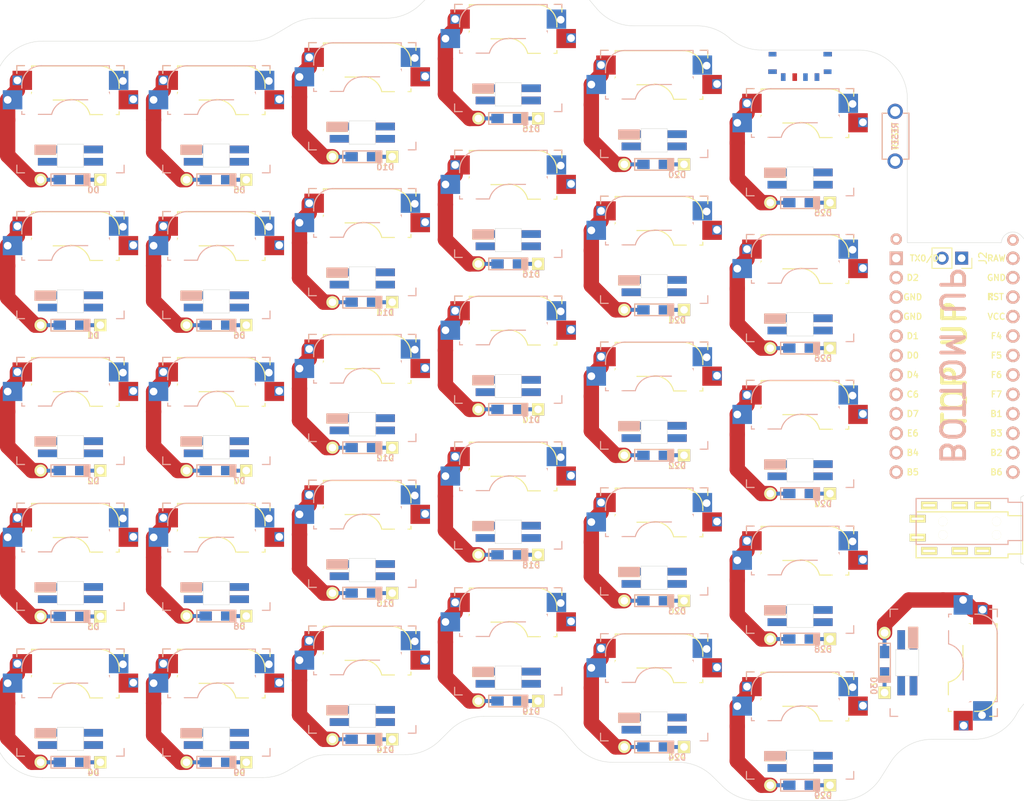
<source format=kicad_pcb>
(kicad_pcb (version 20171130) (host pcbnew "(5.1.4)-1")
  (title_block (title splitreus) (date 2020-02-14) (rev 1))
  (layers (0 F.Cu signal) (31 B.Cu signal hide) (34 B.Paste user hide) (35 F.Paste user hide) (36 B.SilkS user hide) (37 F.SilkS user hide) (38 B.Mask user hide) (39 F.Mask user hide) (44 Edge.Cuts user hide))
  (net 0 "")
  (net 1 "Net-(D0-Pad1)")
  (net 2 "Net-(D1-Pad1)")
  (net 3 "Net-(D2-Pad1)")
  (net 4 "Net-(D3-Pad1)")
  (net 5 "Net-(D4-Pad1)")
  (net 6 "Net-(D5-Pad1)")
  (net 7 "Net-(D6-Pad1)")
  (net 8 "Net-(D7-Pad1)")
  (net 9 "Net-(D8-Pad1)")
  (net 10 "Net-(D9-Pad1)")
  (net 11 "Net-(D10-Pad1)")
  (net 12 "Net-(D11-Pad1)")
  (net 13 "Net-(D12-Pad1)")
  (net 14 "Net-(D13-Pad1)")
  (net 15 "Net-(D14-Pad1)")
  (net 16 "Net-(D15-Pad1)")
  (net 17 "Net-(D16-Pad1)")
  (net 18 "Net-(D17-Pad1)")
  (net 19 "Net-(D18-Pad1)")
  (net 20 "Net-(D19-Pad1)")
  (net 21 "Net-(D21-Pad1)")
  (net 22 "Net-(D22-Pad1)")
  (net 23 "Net-(D23-Pad1)")
  (net 24 "Net-(D24-Pad1)")
  (net 25 "Net-(D25-Pad1)")
  (net 26 "Net-(D26-Pad1)")
  (net 27 "Net-(D27-Pad1)")
  (net 28 "Net-(D28-Pad1)")
  (net 29 "Net-(D29-Pad1)")
  (net 30 "Net-(D30-Pad1)")
  (net 31 ROW0)
  (net 32 ROW1)
  (net 33 ROW2)
  (net 34 ROW3)
  (net 35 ROW4)
  (net 36 ROW5)
  (net 37 COL0)
  (net 38 SERIAL)
  (net 39 GND)
  (net 40 COL4)
  (net 41 COL2)
  (net 42 VCC)
  (net 43 COL5)
  (net 44 COL3)
  (net 45 COL1)
  (net 46 "Net-(D20-Pad1)")
  (net 47 RST)
  (net 48 B-)
  (net 49 B+)
  (net 50 "Net-(D90-Pad1)")
  (net 51 "Net-(D90-Pad3)")
  (net 52 "Net-(D91-Pad3)")
  (net 53 "Net-(D92-Pad3)")
  (net 54 "Net-(D93-Pad3)")
  (net 55 LED)
  (net 56 "Net-(D914-Pad3)")
  (net 57 "Net-(D95-Pad3)")
  (net 58 "Net-(D96-Pad3)")
  (net 59 "Net-(D97-Pad3)")
  (net 60 "Net-(D98-Pad3)")
  (net 61 "Net-(D910-Pad1)")
  (net 62 "Net-(D910-Pad3)")
  (net 63 "Net-(D911-Pad3)")
  (net 64 "Net-(D912-Pad3)")
  (net 65 "Net-(D913-Pad3)")
  (net 66 "Net-(D915-Pad1)")
  (net 67 "Net-(D915-Pad3)")
  (net 68 "Net-(D916-Pad3)")
  (net 69 "Net-(D917-Pad3)")
  (net 70 "Net-(D918-Pad3)")
  (net 71 "Net-(D920-Pad1)")
  (net 72 "Net-(D920-Pad3)")
  (net 73 "Net-(D921-Pad3)")
  (net 74 "Net-(D922-Pad3)")
  (net 75 "Net-(D923-Pad3)")
  (net 76 "Net-(D925-Pad1)")
  (net 77 "Net-(D925-Pad3)")
  (net 78 "Net-(D926-Pad3)")
  (net 79 "Net-(D927-Pad3)")
  (net 80 "Net-(D928-Pad3)")
  (net 81 to_right)
  (net 82 "Net-(D930-Pad3)")
  (net 83 "Net-(SW91-Pad3)")
  (net 84 V+)
  (module "Custom Footies:reversible_power" (layer B.Cu) (at 95.25 -8.702 270)
    (fp_text reference SW91)
    (fp_text value SW_SPDT)
    (pad "" smd rect (at 2.483 3.6 180) (size 1.1 0.6) (layers F.Cu F.Paste F.Mask))
    (pad "" smd rect (at 0.207 3.6 180) (size 1 0.6) (layers F.Cu F.Paste F.Mask))
    (pad "" smd rect (at 0.207 -3.6 180) (size 1.1 0.6) (layers F.Cu F.Paste F.Mask))
    (pad "" smd rect (at 2.493 -3.6 180) (size 1 0.6) (layers F.Cu F.Paste F.Mask))
    (pad 1 smd rect (at 3.2 -2.2 90) (size 1 0.6) (layers F.Cu F.Paste F.Mask) (net 84 V+))
    (pad 2 smd rect (at 3.2 0.7 90) (size 1 0.6) (layers F.Cu F.Paste F.Mask) (net 49 B+))
    (pad 1 smd rect (at 3.2 2.2 90) (size 1 0.6) (layers B.Cu B.Paste B.Mask) (net 84 V+))
    (pad "" smd rect (at 2.493 -3.6 180) (size 1 0.6) (layers B.Cu B.Paste B.Mask))
    (pad "" smd rect (at 0.207 -3.6 180) (size 1.1 0.6) (layers B.Cu B.Paste B.Mask))
    (pad "" smd rect (at 2.493 3.6 180) (size 1.1 0.6) (layers B.Cu B.Paste B.Mask))
    (pad "" np_thru_hole circle (at 1.35 1.45 90) (size 0.7 0.7) (drill 0.7) (layers *.Cu *.Mask))
    (pad "" np_thru_hole circle (at 1.35 -1.45 90) (size 0.7 0.7) (drill 0.7) (layers *.Cu *.Mask))
    (pad 2 smd rect (at 3.2 -0.7 90) (size 1 0.6) (layers B.Cu B.Paste B.Mask) (net 49 B+))
    (pad 3 smd rect (at 3.2 -2.2 90) (size 1 0.6) (layers B.Cu B.Paste B.Mask) (net 83 "Net-(SW91-Pad3)"))
    (pad 3 smd rect (at 3.2 2.2 90) (size 1 0.6) (layers F.Cu F.Adhes F.Mask) (net 83 "Net-(SW91-Pad3)"))
    (pad "" smd rect (at 0.207 3.6 180) (size 1 0.6) (layers B.Cu B.Paste B.Mask))
  )
  (module "Custom Footies:nice_nano" (layer F.Cu) (at 115.418 32.128 270)
    (fp_text reference U0 hide)
    (fp_text value ProMicro hide)
    (fp_text user "TOP UP" (at 0 0 90) (layer F.SilkS) (effects (font (size 3 3) (thickness 0.5))))
    (fp_text user TX0/D3 (at -13.97 3.571872) (layer F.SilkS) (effects (font (size 0.8 0.8))))
    (fp_text user D2 (at -11.43 5.461) (layer F.SilkS) (effects (font (size 0.8 0.8))))
    (fp_text user D0 (at -1.27 5.461) (layer F.SilkS) (effects (font (size 0.8 0.8))))
    (fp_text user D1 (at -3.81 5.461) (layer F.SilkS) (effects (font (size 0.8 0.8))))
    (fp_text user GND (at -6.35 5.461) (layer F.SilkS) (effects (font (size 0.8 0.8))))
    (fp_text user GND (at -8.89 5.461) (layer F.SilkS) (effects (font (size 0.8 0.8))))
    (fp_text user D4 (at 1.27 5.461) (layer F.SilkS) (effects (font (size 0.8 0.8))))
    (fp_text user C6 (at 3.81 5.461) (layer F.SilkS) (effects (font (size 0.8 0.8))))
    (fp_text user D7 (at 6.35 5.461) (layer F.SilkS) (effects (font (size 0.8 0.8))))
    (fp_text user E6 (at 8.89 5.461) (layer F.SilkS) (effects (font (size 0.8 0.8))))
    (fp_text user B4 (at 11.43 5.461) (layer F.SilkS) (effects (font (size 0.8 0.8))))
    (fp_text user B5 (at 13.97 5.461) (layer F.SilkS) (effects (font (size 0.8 0.8))))
    (fp_text user B6 (at 13.97 -5.461) (layer F.SilkS) (effects (font (size 0.8 0.8))))
    (fp_text user B3 (at 8.89 -5.461) (layer F.SilkS) (effects (font (size 0.8 0.8))))
    (fp_text user B1 (at 6.35 -5.461) (layer F.SilkS) (effects (font (size 0.8 0.8))))
    (fp_text user F4 (at -3.81 -5.461) (layer F.SilkS) (effects (font (size 0.8 0.8))))
    (fp_text user VCC (at -6.35 -5.461) (layer F.SilkS) (effects (font (size 0.8 0.8))))
    (fp_text user ST (at -8.92 -5.73312) (layer F.SilkS) (effects (font (size 0.8 0.8))))
    (fp_text user GND (at -11.43 -5.461) (layer F.SilkS) (effects (font (size 0.8 0.8))))
    (fp_text user RAW (at -13.97 -5.461) (layer F.SilkS) (effects (font (size 0.8 0.8))))
    (fp_text user F5 (at -1.27 -5.461) (layer F.SilkS) (effects (font (size 0.8 0.8))))
    (fp_text user F6 (at 1.27 -5.461) (layer F.SilkS) (effects (font (size 0.8 0.8))))
    (fp_text user F7 (at 3.81 -5.461) (layer F.SilkS) (effects (font (size 0.8 0.8))))
    (fp_text user B2 (at 11.43 -5.461) (layer F.SilkS) (effects (font (size 0.8 0.8))))
    (pad B- thru_hole circle (at -16.47 7.62 270) (size 1.5 1.5) (drill 0.85) (layers *.Cu *.SilkS *.Mask) (net 48 B-))
    (pad B+ thru_hole circle (at -16.35 -7.62 270) (size 1.5 1.5) (drill 0.85) (layers *.Cu *.SilkS *.Mask) (net 84 V+))
    (pad 24 thru_hole circle (at -13.97 -7.62 270) (size 1.7526 1.7526) (drill 1.0922) (layers *.Cu *.SilkS *.Mask))
    (pad 12 thru_hole circle (at 13.97 7.62 270) (size 1.7526 1.7526) (drill 1.0922) (layers *.Cu *.SilkS *.Mask) (net 44 COL3))
    (pad 23 thru_hole circle (at -11.43 -7.62 270) (size 1.7526 1.7526) (drill 1.0922) (layers *.Cu *.SilkS *.Mask) (net 39 GND))
    (pad 22 thru_hole circle (at -8.89 -7.62 270) (size 1.7526 1.7526) (drill 1.0922) (layers *.Cu *.SilkS *.Mask) (net 47 RST))
    (pad 21 thru_hole circle (at -6.35 -7.62 270) (size 1.7526 1.7526) (drill 1.0922) (layers *.Cu *.SilkS *.Mask) (net 42 VCC))
    (pad 20 thru_hole circle (at -3.81 -7.62 270) (size 1.7526 1.7526) (drill 1.0922) (layers *.Cu *.SilkS *.Mask) (net 42 VCC))
    (pad 19 thru_hole circle (at -1.27 -7.62 270) (size 1.7526 1.7526) (drill 1.0922) (layers *.Cu *.SilkS *.Mask))
    (pad 18 thru_hole circle (at 1.27 -7.62 270) (size 1.7526 1.7526) (drill 1.0922) (layers *.Cu *.SilkS *.Mask) (net 55 LED))
    (pad 17 thru_hole circle (at 3.81 -7.62 270) (size 1.7526 1.7526) (drill 1.0922) (layers *.Cu *.SilkS *.Mask) (net 36 ROW5))
    (pad 16 thru_hole circle (at 6.35 -7.62 270) (size 1.7526 1.7526) (drill 1.0922) (layers *.Cu *.SilkS *.Mask) (net 43 COL5))
    (pad 15 thru_hole circle (at 8.89 -7.62 270) (size 1.7526 1.7526) (drill 1.0922) (layers *.Cu *.SilkS *.Mask) (net 35 ROW4))
    (pad 14 thru_hole circle (at 11.43 -7.62 270) (size 1.7526 1.7526) (drill 1.0922) (layers *.Cu *.SilkS *.Mask) (net 40 COL4))
    (pad 13 thru_hole circle (at 13.97 -7.62 270) (size 1.7526 1.7526) (drill 1.0922) (layers *.Cu *.SilkS *.Mask) (net 34 ROW3))
    (pad 11 thru_hole circle (at 11.43 7.62 270) (size 1.7526 1.7526) (drill 1.0922) (layers *.Cu *.SilkS *.Mask) (net 33 ROW2))
    (pad 10 thru_hole circle (at 8.89 7.62 270) (size 1.7526 1.7526) (drill 1.0922) (layers *.Cu *.SilkS *.Mask) (net 41 COL2))
    (pad 9 thru_hole circle (at 6.35 7.62 270) (size 1.7526 1.7526) (drill 1.0922) (layers *.Cu *.SilkS *.Mask) (net 32 ROW1))
    (pad 8 thru_hole circle (at 3.81 7.62 270) (size 1.7526 1.7526) (drill 1.0922) (layers *.Cu *.SilkS *.Mask) (net 45 COL1))
    (pad 7 thru_hole circle (at 1.27 7.62 270) (size 1.7526 1.7526) (drill 1.0922) (layers *.Cu *.SilkS *.Mask) (net 31 ROW0))
    (pad 6 thru_hole circle (at -1.27 7.62 270) (size 1.7526 1.7526) (drill 1.0922) (layers *.Cu *.SilkS *.Mask))
    (pad 5 thru_hole circle (at -3.81 7.62 270) (size 1.7526 1.7526) (drill 1.0922) (layers *.Cu *.SilkS *.Mask))
    (pad 4 thru_hole circle (at -6.35 7.62 270) (size 1.7526 1.7526) (drill 1.0922) (layers *.Cu *.SilkS *.Mask) (net 39 GND))
    (pad 3 thru_hole circle (at -8.89 7.62 270) (size 1.7526 1.7526) (drill 1.0922) (layers *.Cu *.SilkS *.Mask) (net 39 GND))
    (pad 2 thru_hole circle (at -11.43 7.62 270) (size 1.7526 1.7526) (drill 1.0922) (layers *.Cu *.SilkS *.Mask) (net 37 COL0))
    (pad 1 thru_hole rect (at -13.97 7.62 270) (size 1.7526 1.7526) (drill 1.0922) (layers *.Cu *.SilkS *.Mask) (net 38 SERIAL))
  )
  (module "Custom Footies:Kailh_socket_MX_reversible_fix" (layer F.Cu) (at 114 71 270)
    (fp_text reference SW30 hide)
    (fp_text value SW_PUSH)
    (pad 2 thru_hole rect (at 8.2 -2.6 270) (size 1.25 1.25) (drill 1) (layers *.Cu *.Mask) (net 36 ROW5))
    (pad 1 thru_hole rect (at -8.2 -2.53 270) (size 1.25 1.25) (drill 1) (layers *.Cu *.Mask) (net 30 "Net-(D30-Pad1)"))
    (pad 2 thru_hole rect (at 6.85 -5 270) (size 1.25 1.25) (drill 1) (layers *.Cu *.Mask) (net 36 ROW5))
    (pad 1 thru_hole rect (at -6.93 -5.08 270) (size 1.25 1.25) (drill 1) (layers *.Cu *.Mask) (net 30 "Net-(D30-Pad1)"))
    (pad 2 smd rect (at 7.56 -2.54 270) (size 2.55 2.5) (layers F.Cu F.Paste F.Mask) (net 36 ROW5))
    (pad 1 smd rect (at -6.29 -5.08 270) (size 2.55 2.5) (layers F.Cu F.Paste F.Mask) (net 30 "Net-(D30-Pad1)"))
    (pad "" np_thru_hole circle (at 3.81 -2.54 270) (size 3 3) (drill 3) (layers *.Cu *.Mask))
    (pad "" np_thru_hole circle (at -2.54 -5.04 270) (size 3 3) (drill 3) (layers *.Cu *.Mask))
    (pad "" np_thru_hole circle (at 2.57 -5.04 270) (size 3 3) (drill 3) (layers *.Cu *.Mask))
    (pad "" np_thru_hole circle (at -5.08 0 270) (size 1.7018 1.7018) (drill 1.7018) (layers *.Cu *.Mask))
    (pad "" np_thru_hole circle (at 5.08 0 270) (size 1.7018 1.7018) (drill 1.7018) (layers *.Cu *.Mask))
    (pad "" np_thru_hole circle (at 0 0 270) (size 3.9878 3.9878) (drill 3.9878) (layers *.Cu *.Mask))
    (pad "" np_thru_hole circle (at -3.81 -2.54 270) (size 3 3) (drill 3) (layers *.Cu *.Mask))
    (pad "" np_thru_hole circle (at 2.54 -5.08 270) (size 3 3) (drill 3) (layers *.Cu *.Mask))
    (pad 2 smd rect (at 6.29 -5.08 270) (size 2.55 2.5) (layers B.Cu B.Paste B.Mask) (net 36 ROW5))
    (pad 1 smd rect (at -7.56 -2.54 270) (size 2.55 2.5) (layers B.Cu B.Paste B.Mask) (net 30 "Net-(D30-Pad1)"))
  )
  (module "Custom Footies:Kailh_socket_MX_reversible_fix" (layer F.Cu) (at 95.25 60.15)
    (fp_text reference SW28 hide)
    (fp_text value SW_PUSH)
    (pad 2 thru_hole rect (at 8.2 -2.6) (size 1.25 1.25) (drill 1) (layers *.Cu *.Mask) (net 34 ROW3))
    (pad 1 thru_hole rect (at -8.2 -2.53) (size 1.25 1.25) (drill 1) (layers *.Cu *.Mask) (net 28 "Net-(D28-Pad1)"))
    (pad 2 thru_hole rect (at 6.85 -5) (size 1.25 1.25) (drill 1) (layers *.Cu *.Mask) (net 34 ROW3))
    (pad 1 thru_hole rect (at -6.93 -5.08) (size 1.25 1.25) (drill 1) (layers *.Cu *.Mask) (net 28 "Net-(D28-Pad1)"))
    (pad 2 smd rect (at 7.56 -2.54) (size 2.55 2.5) (layers F.Cu F.Paste F.Mask) (net 34 ROW3))
    (pad 1 smd rect (at -6.29 -5.08) (size 2.55 2.5) (layers F.Cu F.Paste F.Mask) (net 28 "Net-(D28-Pad1)"))
    (pad "" np_thru_hole circle (at 3.81 -2.54) (size 3 3) (drill 3) (layers *.Cu *.Mask))
    (pad "" np_thru_hole circle (at -2.54 -5.04) (size 3 3) (drill 3) (layers *.Cu *.Mask))
    (pad "" np_thru_hole circle (at 2.57 -5.04) (size 3 3) (drill 3) (layers *.Cu *.Mask))
    (pad "" np_thru_hole circle (at -5.08 0) (size 1.7018 1.7018) (drill 1.7018) (layers *.Cu *.Mask))
    (pad "" np_thru_hole circle (at 5.08 0) (size 1.7018 1.7018) (drill 1.7018) (layers *.Cu *.Mask))
    (pad "" np_thru_hole circle (at 0 0) (size 3.9878 3.9878) (drill 3.9878) (layers *.Cu *.Mask))
    (pad "" np_thru_hole circle (at -3.81 -2.54) (size 3 3) (drill 3) (layers *.Cu *.Mask))
    (pad "" np_thru_hole circle (at 2.54 -5.08) (size 3 3) (drill 3) (layers *.Cu *.Mask))
    (pad 2 smd rect (at 6.29 -5.08) (size 2.55 2.5) (layers B.Cu B.Paste B.Mask) (net 34 ROW3))
    (pad 1 smd rect (at -7.56 -2.54) (size 2.55 2.5) (layers B.Cu B.Paste B.Mask) (net 28 "Net-(D28-Pad1)"))
  )
  (module "Custom Footies:Kailh_socket_MX_reversible_fix" (layer F.Cu) (at 95.25 41.1)
    (fp_text reference SW27 hide)
    (fp_text value SW_PUSH)
    (pad 2 thru_hole rect (at 8.2 -2.6) (size 1.25 1.25) (drill 1) (layers *.Cu *.Mask) (net 33 ROW2))
    (pad 1 thru_hole rect (at -8.2 -2.53) (size 1.25 1.25) (drill 1) (layers *.Cu *.Mask) (net 27 "Net-(D27-Pad1)"))
    (pad 2 thru_hole rect (at 6.85 -5) (size 1.25 1.25) (drill 1) (layers *.Cu *.Mask) (net 33 ROW2))
    (pad 1 thru_hole rect (at -6.93 -5.08) (size 1.25 1.25) (drill 1) (layers *.Cu *.Mask) (net 27 "Net-(D27-Pad1)"))
    (pad 2 smd rect (at 7.56 -2.54) (size 2.55 2.5) (layers F.Cu F.Paste F.Mask) (net 33 ROW2))
    (pad 1 smd rect (at -6.29 -5.08) (size 2.55 2.5) (layers F.Cu F.Paste F.Mask) (net 27 "Net-(D27-Pad1)"))
    (pad "" np_thru_hole circle (at 3.81 -2.54) (size 3 3) (drill 3) (layers *.Cu *.Mask))
    (pad "" np_thru_hole circle (at -2.54 -5.04) (size 3 3) (drill 3) (layers *.Cu *.Mask))
    (pad "" np_thru_hole circle (at 2.57 -5.04) (size 3 3) (drill 3) (layers *.Cu *.Mask))
    (pad "" np_thru_hole circle (at -5.08 0) (size 1.7018 1.7018) (drill 1.7018) (layers *.Cu *.Mask))
    (pad "" np_thru_hole circle (at 5.08 0) (size 1.7018 1.7018) (drill 1.7018) (layers *.Cu *.Mask))
    (pad "" np_thru_hole circle (at 0 0) (size 3.9878 3.9878) (drill 3.9878) (layers *.Cu *.Mask))
    (pad "" np_thru_hole circle (at -3.81 -2.54) (size 3 3) (drill 3) (layers *.Cu *.Mask))
    (pad "" np_thru_hole circle (at 2.54 -5.08) (size 3 3) (drill 3) (layers *.Cu *.Mask))
    (pad 2 smd rect (at 6.29 -5.08) (size 2.55 2.5) (layers B.Cu B.Paste B.Mask) (net 33 ROW2))
    (pad 1 smd rect (at -7.56 -2.54) (size 2.55 2.5) (layers B.Cu B.Paste B.Mask) (net 27 "Net-(D27-Pad1)"))
  )
  (module "Custom Footies:Kailh_socket_MX_reversible_fix" (layer F.Cu) (at 95.25 22.05)
    (fp_text reference SW26 hide)
    (fp_text value SW_PUSH)
    (pad 2 thru_hole rect (at 8.2 -2.6) (size 1.25 1.25) (drill 1) (layers *.Cu *.Mask) (net 32 ROW1))
    (pad 1 thru_hole rect (at -8.2 -2.53) (size 1.25 1.25) (drill 1) (layers *.Cu *.Mask) (net 26 "Net-(D26-Pad1)"))
    (pad 2 thru_hole rect (at 6.85 -5) (size 1.25 1.25) (drill 1) (layers *.Cu *.Mask) (net 32 ROW1))
    (pad 1 thru_hole rect (at -6.93 -5.08) (size 1.25 1.25) (drill 1) (layers *.Cu *.Mask) (net 26 "Net-(D26-Pad1)"))
    (pad 2 smd rect (at 7.56 -2.54) (size 2.55 2.5) (layers F.Cu F.Paste F.Mask) (net 32 ROW1))
    (pad 1 smd rect (at -6.29 -5.08) (size 2.55 2.5) (layers F.Cu F.Paste F.Mask) (net 26 "Net-(D26-Pad1)"))
    (pad "" np_thru_hole circle (at 3.81 -2.54) (size 3 3) (drill 3) (layers *.Cu *.Mask))
    (pad "" np_thru_hole circle (at -2.54 -5.04) (size 3 3) (drill 3) (layers *.Cu *.Mask))
    (pad "" np_thru_hole circle (at 2.57 -5.04) (size 3 3) (drill 3) (layers *.Cu *.Mask))
    (pad "" np_thru_hole circle (at -5.08 0) (size 1.7018 1.7018) (drill 1.7018) (layers *.Cu *.Mask))
    (pad "" np_thru_hole circle (at 5.08 0) (size 1.7018 1.7018) (drill 1.7018) (layers *.Cu *.Mask))
    (pad "" np_thru_hole circle (at 0 0) (size 3.9878 3.9878) (drill 3.9878) (layers *.Cu *.Mask))
    (pad "" np_thru_hole circle (at -3.81 -2.54) (size 3 3) (drill 3) (layers *.Cu *.Mask))
    (pad "" np_thru_hole circle (at 2.54 -5.08) (size 3 3) (drill 3) (layers *.Cu *.Mask))
    (pad 2 smd rect (at 6.29 -5.08) (size 2.55 2.5) (layers B.Cu B.Paste B.Mask) (net 32 ROW1))
    (pad 1 smd rect (at -7.56 -2.54) (size 2.55 2.5) (layers B.Cu B.Paste B.Mask) (net 26 "Net-(D26-Pad1)"))
  )
  (module "Custom Footies:Kailh_socket_MX_reversible_fix" (layer F.Cu) (at 95.25 3)
    (fp_text reference SW25 hide)
    (fp_text value SW_PUSH)
    (pad 2 thru_hole rect (at 8.2 -2.6) (size 1.25 1.25) (drill 1) (layers *.Cu *.Mask) (net 31 ROW0))
    (pad 1 thru_hole rect (at -8.2 -2.53) (size 1.25 1.25) (drill 1) (layers *.Cu *.Mask) (net 25 "Net-(D25-Pad1)"))
    (pad 2 thru_hole rect (at 6.85 -5) (size 1.25 1.25) (drill 1) (layers *.Cu *.Mask) (net 31 ROW0))
    (pad 1 thru_hole rect (at -6.93 -5.08) (size 1.25 1.25) (drill 1) (layers *.Cu *.Mask) (net 25 "Net-(D25-Pad1)"))
    (pad 2 smd rect (at 7.56 -2.54) (size 2.55 2.5) (layers F.Cu F.Paste F.Mask) (net 31 ROW0))
    (pad 1 smd rect (at -6.29 -5.08) (size 2.55 2.5) (layers F.Cu F.Paste F.Mask) (net 25 "Net-(D25-Pad1)"))
    (pad "" np_thru_hole circle (at 3.81 -2.54) (size 3 3) (drill 3) (layers *.Cu *.Mask))
    (pad "" np_thru_hole circle (at -2.54 -5.04) (size 3 3) (drill 3) (layers *.Cu *.Mask))
    (pad "" np_thru_hole circle (at 2.57 -5.04) (size 3 3) (drill 3) (layers *.Cu *.Mask))
    (pad "" np_thru_hole circle (at -5.08 0) (size 1.7018 1.7018) (drill 1.7018) (layers *.Cu *.Mask))
    (pad "" np_thru_hole circle (at 5.08 0) (size 1.7018 1.7018) (drill 1.7018) (layers *.Cu *.Mask))
    (pad "" np_thru_hole circle (at 0 0) (size 3.9878 3.9878) (drill 3.9878) (layers *.Cu *.Mask))
    (pad "" np_thru_hole circle (at -3.81 -2.54) (size 3 3) (drill 3) (layers *.Cu *.Mask))
    (pad "" np_thru_hole circle (at 2.54 -5.08) (size 3 3) (drill 3) (layers *.Cu *.Mask))
    (pad 2 smd rect (at 6.29 -5.08) (size 2.55 2.5) (layers B.Cu B.Paste B.Mask) (net 31 ROW0))
    (pad 1 smd rect (at -7.56 -2.54) (size 2.55 2.5) (layers B.Cu B.Paste B.Mask) (net 25 "Net-(D25-Pad1)"))
  )
  (module "Custom Footies:Kailh_socket_MX_reversible_fix" (layer F.Cu) (at 76.2 74.2)
    (fp_text reference SW24 hide)
    (fp_text value SW_PUSH)
    (pad 2 thru_hole rect (at 8.2 -2.6) (size 1.25 1.25) (drill 1) (layers *.Cu *.Mask) (net 35 ROW4))
    (pad 1 thru_hole rect (at -8.2 -2.53) (size 1.25 1.25) (drill 1) (layers *.Cu *.Mask) (net 24 "Net-(D24-Pad1)"))
    (pad 2 thru_hole rect (at 6.85 -5) (size 1.25 1.25) (drill 1) (layers *.Cu *.Mask) (net 35 ROW4))
    (pad 1 thru_hole rect (at -6.93 -5.08) (size 1.25 1.25) (drill 1) (layers *.Cu *.Mask) (net 24 "Net-(D24-Pad1)"))
    (pad 2 smd rect (at 7.56 -2.54) (size 2.55 2.5) (layers F.Cu F.Paste F.Mask) (net 35 ROW4))
    (pad 1 smd rect (at -6.29 -5.08) (size 2.55 2.5) (layers F.Cu F.Paste F.Mask) (net 24 "Net-(D24-Pad1)"))
    (pad "" np_thru_hole circle (at 3.81 -2.54) (size 3 3) (drill 3) (layers *.Cu *.Mask))
    (pad "" np_thru_hole circle (at -2.54 -5.04) (size 3 3) (drill 3) (layers *.Cu *.Mask))
    (pad "" np_thru_hole circle (at 2.57 -5.04) (size 3 3) (drill 3) (layers *.Cu *.Mask))
    (pad "" np_thru_hole circle (at -5.08 0) (size 1.7018 1.7018) (drill 1.7018) (layers *.Cu *.Mask))
    (pad "" np_thru_hole circle (at 5.08 0) (size 1.7018 1.7018) (drill 1.7018) (layers *.Cu *.Mask))
    (pad "" np_thru_hole circle (at 0 0) (size 3.9878 3.9878) (drill 3.9878) (layers *.Cu *.Mask))
    (pad "" np_thru_hole circle (at -3.81 -2.54) (size 3 3) (drill 3) (layers *.Cu *.Mask))
    (pad "" np_thru_hole circle (at 2.54 -5.08) (size 3 3) (drill 3) (layers *.Cu *.Mask))
    (pad 2 smd rect (at 6.29 -5.08) (size 2.55 2.5) (layers B.Cu B.Paste B.Mask) (net 35 ROW4))
    (pad 1 smd rect (at -7.56 -2.54) (size 2.55 2.5) (layers B.Cu B.Paste B.Mask) (net 24 "Net-(D24-Pad1)"))
  )
  (module "Custom Footies:Kailh_socket_MX_reversible_fix" (layer F.Cu) (at 76.2 55.15)
    (fp_text reference SW23 hide)
    (fp_text value SW_PUSH)
    (pad 2 thru_hole rect (at 8.2 -2.6) (size 1.25 1.25) (drill 1) (layers *.Cu *.Mask) (net 34 ROW3))
    (pad 1 thru_hole rect (at -8.2 -2.53) (size 1.25 1.25) (drill 1) (layers *.Cu *.Mask) (net 23 "Net-(D23-Pad1)"))
    (pad 2 thru_hole rect (at 6.85 -5) (size 1.25 1.25) (drill 1) (layers *.Cu *.Mask) (net 34 ROW3))
    (pad 1 thru_hole rect (at -6.93 -5.08) (size 1.25 1.25) (drill 1) (layers *.Cu *.Mask) (net 23 "Net-(D23-Pad1)"))
    (pad 2 smd rect (at 7.56 -2.54) (size 2.55 2.5) (layers F.Cu F.Paste F.Mask) (net 34 ROW3))
    (pad 1 smd rect (at -6.29 -5.08) (size 2.55 2.5) (layers F.Cu F.Paste F.Mask) (net 23 "Net-(D23-Pad1)"))
    (pad "" np_thru_hole circle (at 3.81 -2.54) (size 3 3) (drill 3) (layers *.Cu *.Mask))
    (pad "" np_thru_hole circle (at -2.54 -5.04) (size 3 3) (drill 3) (layers *.Cu *.Mask))
    (pad "" np_thru_hole circle (at 2.57 -5.04) (size 3 3) (drill 3) (layers *.Cu *.Mask))
    (pad "" np_thru_hole circle (at -5.08 0) (size 1.7018 1.7018) (drill 1.7018) (layers *.Cu *.Mask))
    (pad "" np_thru_hole circle (at 5.08 0) (size 1.7018 1.7018) (drill 1.7018) (layers *.Cu *.Mask))
    (pad "" np_thru_hole circle (at 0 0) (size 3.9878 3.9878) (drill 3.9878) (layers *.Cu *.Mask))
    (pad "" np_thru_hole circle (at -3.81 -2.54) (size 3 3) (drill 3) (layers *.Cu *.Mask))
    (pad "" np_thru_hole circle (at 2.54 -5.08) (size 3 3) (drill 3) (layers *.Cu *.Mask))
    (pad 2 smd rect (at 6.29 -5.08) (size 2.55 2.5) (layers B.Cu B.Paste B.Mask) (net 34 ROW3))
    (pad 1 smd rect (at -7.56 -2.54) (size 2.55 2.5) (layers B.Cu B.Paste B.Mask) (net 23 "Net-(D23-Pad1)"))
  )
  (module "Custom Footies:Kailh_socket_MX_reversible_fix" (layer F.Cu) (at 76.2 36.1)
    (fp_text reference SW22 hide)
    (fp_text value SW_PUSH)
    (pad 2 thru_hole rect (at 8.2 -2.6) (size 1.25 1.25) (drill 1) (layers *.Cu *.Mask) (net 33 ROW2))
    (pad 1 thru_hole rect (at -8.2 -2.53) (size 1.25 1.25) (drill 1) (layers *.Cu *.Mask) (net 22 "Net-(D22-Pad1)"))
    (pad 2 thru_hole rect (at 6.85 -5) (size 1.25 1.25) (drill 1) (layers *.Cu *.Mask) (net 33 ROW2))
    (pad 1 thru_hole rect (at -6.93 -5.08) (size 1.25 1.25) (drill 1) (layers *.Cu *.Mask) (net 22 "Net-(D22-Pad1)"))
    (pad 2 smd rect (at 7.56 -2.54) (size 2.55 2.5) (layers F.Cu F.Paste F.Mask) (net 33 ROW2))
    (pad 1 smd rect (at -6.29 -5.08) (size 2.55 2.5) (layers F.Cu F.Paste F.Mask) (net 22 "Net-(D22-Pad1)"))
    (pad "" np_thru_hole circle (at 3.81 -2.54) (size 3 3) (drill 3) (layers *.Cu *.Mask))
    (pad "" np_thru_hole circle (at -2.54 -5.04) (size 3 3) (drill 3) (layers *.Cu *.Mask))
    (pad "" np_thru_hole circle (at 2.57 -5.04) (size 3 3) (drill 3) (layers *.Cu *.Mask))
    (pad "" np_thru_hole circle (at -5.08 0) (size 1.7018 1.7018) (drill 1.7018) (layers *.Cu *.Mask))
    (pad "" np_thru_hole circle (at 5.08 0) (size 1.7018 1.7018) (drill 1.7018) (layers *.Cu *.Mask))
    (pad "" np_thru_hole circle (at 0 0) (size 3.9878 3.9878) (drill 3.9878) (layers *.Cu *.Mask))
    (pad "" np_thru_hole circle (at -3.81 -2.54) (size 3 3) (drill 3) (layers *.Cu *.Mask))
    (pad "" np_thru_hole circle (at 2.54 -5.08) (size 3 3) (drill 3) (layers *.Cu *.Mask))
    (pad 2 smd rect (at 6.29 -5.08) (size 2.55 2.5) (layers B.Cu B.Paste B.Mask) (net 33 ROW2))
    (pad 1 smd rect (at -7.56 -2.54) (size 2.55 2.5) (layers B.Cu B.Paste B.Mask) (net 22 "Net-(D22-Pad1)"))
  )
  (module "Custom Footies:Kailh_socket_MX_reversible_fix" (layer F.Cu) (at 76.2 17.05)
    (fp_text reference SW21 hide)
    (fp_text value SW_PUSH)
    (pad 2 thru_hole rect (at 8.2 -2.6) (size 1.25 1.25) (drill 1) (layers *.Cu *.Mask) (net 32 ROW1))
    (pad 1 thru_hole rect (at -8.2 -2.53) (size 1.25 1.25) (drill 1) (layers *.Cu *.Mask) (net 21 "Net-(D21-Pad1)"))
    (pad 2 thru_hole rect (at 6.85 -5) (size 1.25 1.25) (drill 1) (layers *.Cu *.Mask) (net 32 ROW1))
    (pad 1 thru_hole rect (at -6.93 -5.08) (size 1.25 1.25) (drill 1) (layers *.Cu *.Mask) (net 21 "Net-(D21-Pad1)"))
    (pad 2 smd rect (at 7.56 -2.54) (size 2.55 2.5) (layers F.Cu F.Paste F.Mask) (net 32 ROW1))
    (pad 1 smd rect (at -6.29 -5.08) (size 2.55 2.5) (layers F.Cu F.Paste F.Mask) (net 21 "Net-(D21-Pad1)"))
    (pad "" np_thru_hole circle (at 3.81 -2.54) (size 3 3) (drill 3) (layers *.Cu *.Mask))
    (pad "" np_thru_hole circle (at -2.54 -5.04) (size 3 3) (drill 3) (layers *.Cu *.Mask))
    (pad "" np_thru_hole circle (at 2.57 -5.04) (size 3 3) (drill 3) (layers *.Cu *.Mask))
    (pad "" np_thru_hole circle (at -5.08 0) (size 1.7018 1.7018) (drill 1.7018) (layers *.Cu *.Mask))
    (pad "" np_thru_hole circle (at 5.08 0) (size 1.7018 1.7018) (drill 1.7018) (layers *.Cu *.Mask))
    (pad "" np_thru_hole circle (at 0 0) (size 3.9878 3.9878) (drill 3.9878) (layers *.Cu *.Mask))
    (pad "" np_thru_hole circle (at -3.81 -2.54) (size 3 3) (drill 3) (layers *.Cu *.Mask))
    (pad "" np_thru_hole circle (at 2.54 -5.08) (size 3 3) (drill 3) (layers *.Cu *.Mask))
    (pad 2 smd rect (at 6.29 -5.08) (size 2.55 2.5) (layers B.Cu B.Paste B.Mask) (net 32 ROW1))
    (pad 1 smd rect (at -7.56 -2.54) (size 2.55 2.5) (layers B.Cu B.Paste B.Mask) (net 21 "Net-(D21-Pad1)"))
  )
  (module "Custom Footies:Kailh_socket_MX_reversible_fix" (layer F.Cu) (at 76.2 -2)
    (fp_text reference SW20 hide)
    (fp_text value SW_PUSH)
    (pad 2 thru_hole rect (at 8.2 -2.6) (size 1.25 1.25) (drill 1) (layers *.Cu *.Mask) (net 31 ROW0))
    (pad 1 thru_hole rect (at -8.2 -2.53) (size 1.25 1.25) (drill 1) (layers *.Cu *.Mask) (net 46 "Net-(D20-Pad1)"))
    (pad 2 thru_hole rect (at 6.85 -5) (size 1.25 1.25) (drill 1) (layers *.Cu *.Mask) (net 31 ROW0))
    (pad 1 thru_hole rect (at -6.93 -5.08) (size 1.25 1.25) (drill 1) (layers *.Cu *.Mask) (net 46 "Net-(D20-Pad1)"))
    (pad 2 smd rect (at 7.56 -2.54) (size 2.55 2.5) (layers F.Cu F.Paste F.Mask) (net 31 ROW0))
    (pad 1 smd rect (at -6.29 -5.08) (size 2.55 2.5) (layers F.Cu F.Paste F.Mask) (net 46 "Net-(D20-Pad1)"))
    (pad "" np_thru_hole circle (at 3.81 -2.54) (size 3 3) (drill 3) (layers *.Cu *.Mask))
    (pad "" np_thru_hole circle (at -2.54 -5.04) (size 3 3) (drill 3) (layers *.Cu *.Mask))
    (pad "" np_thru_hole circle (at 2.57 -5.04) (size 3 3) (drill 3) (layers *.Cu *.Mask))
    (pad "" np_thru_hole circle (at -5.08 0) (size 1.7018 1.7018) (drill 1.7018) (layers *.Cu *.Mask))
    (pad "" np_thru_hole circle (at 5.08 0) (size 1.7018 1.7018) (drill 1.7018) (layers *.Cu *.Mask))
    (pad "" np_thru_hole circle (at 0 0) (size 3.9878 3.9878) (drill 3.9878) (layers *.Cu *.Mask))
    (pad "" np_thru_hole circle (at -3.81 -2.54) (size 3 3) (drill 3) (layers *.Cu *.Mask))
    (pad "" np_thru_hole circle (at 2.54 -5.08) (size 3 3) (drill 3) (layers *.Cu *.Mask))
    (pad 2 smd rect (at 6.29 -5.08) (size 2.55 2.5) (layers B.Cu B.Paste B.Mask) (net 31 ROW0))
    (pad 1 smd rect (at -7.56 -2.54) (size 2.55 2.5) (layers B.Cu B.Paste B.Mask) (net 46 "Net-(D20-Pad1)"))
  )
  (module "Custom Footies:Kailh_socket_MX_reversible_fix" (layer F.Cu) (at 57.15 68.2)
    (fp_text reference SW19 hide)
    (fp_text value SW_PUSH)
    (pad 2 thru_hole rect (at 8.2 -2.6) (size 1.25 1.25) (drill 1) (layers *.Cu *.Mask) (net 35 ROW4))
    (pad 1 thru_hole rect (at -8.2 -2.53) (size 1.25 1.25) (drill 1) (layers *.Cu *.Mask) (net 20 "Net-(D19-Pad1)"))
    (pad 2 thru_hole rect (at 6.85 -5) (size 1.25 1.25) (drill 1) (layers *.Cu *.Mask) (net 35 ROW4))
    (pad 1 thru_hole rect (at -6.93 -5.08) (size 1.25 1.25) (drill 1) (layers *.Cu *.Mask) (net 20 "Net-(D19-Pad1)"))
    (pad 2 smd rect (at 7.56 -2.54) (size 2.55 2.5) (layers F.Cu F.Paste F.Mask) (net 35 ROW4))
    (pad 1 smd rect (at -6.29 -5.08) (size 2.55 2.5) (layers F.Cu F.Paste F.Mask) (net 20 "Net-(D19-Pad1)"))
    (pad "" np_thru_hole circle (at 3.81 -2.54) (size 3 3) (drill 3) (layers *.Cu *.Mask))
    (pad "" np_thru_hole circle (at -2.54 -5.04) (size 3 3) (drill 3) (layers *.Cu *.Mask))
    (pad "" np_thru_hole circle (at 2.57 -5.04) (size 3 3) (drill 3) (layers *.Cu *.Mask))
    (pad "" np_thru_hole circle (at -5.08 0) (size 1.7018 1.7018) (drill 1.7018) (layers *.Cu *.Mask))
    (pad "" np_thru_hole circle (at 5.08 0) (size 1.7018 1.7018) (drill 1.7018) (layers *.Cu *.Mask))
    (pad "" np_thru_hole circle (at 0 0) (size 3.9878 3.9878) (drill 3.9878) (layers *.Cu *.Mask))
    (pad "" np_thru_hole circle (at -3.81 -2.54) (size 3 3) (drill 3) (layers *.Cu *.Mask))
    (pad "" np_thru_hole circle (at 2.54 -5.08) (size 3 3) (drill 3) (layers *.Cu *.Mask))
    (pad 2 smd rect (at 6.29 -5.08) (size 2.55 2.5) (layers B.Cu B.Paste B.Mask) (net 35 ROW4))
    (pad 1 smd rect (at -7.56 -2.54) (size 2.55 2.5) (layers B.Cu B.Paste B.Mask) (net 20 "Net-(D19-Pad1)"))
  )
  (module "Custom Footies:Kailh_socket_MX_reversible_fix" (layer F.Cu) (at 57.15 49.15)
    (fp_text reference SW18 hide)
    (fp_text value SW_PUSH)
    (pad 2 thru_hole rect (at 8.2 -2.6) (size 1.25 1.25) (drill 1) (layers *.Cu *.Mask) (net 34 ROW3))
    (pad 1 thru_hole rect (at -8.2 -2.53) (size 1.25 1.25) (drill 1) (layers *.Cu *.Mask) (net 19 "Net-(D18-Pad1)"))
    (pad 2 thru_hole rect (at 6.85 -5) (size 1.25 1.25) (drill 1) (layers *.Cu *.Mask) (net 34 ROW3))
    (pad 1 thru_hole rect (at -6.93 -5.08) (size 1.25 1.25) (drill 1) (layers *.Cu *.Mask) (net 19 "Net-(D18-Pad1)"))
    (pad 2 smd rect (at 7.56 -2.54) (size 2.55 2.5) (layers F.Cu F.Paste F.Mask) (net 34 ROW3))
    (pad 1 smd rect (at -6.29 -5.08) (size 2.55 2.5) (layers F.Cu F.Paste F.Mask) (net 19 "Net-(D18-Pad1)"))
    (pad "" np_thru_hole circle (at 3.81 -2.54) (size 3 3) (drill 3) (layers *.Cu *.Mask))
    (pad "" np_thru_hole circle (at -2.54 -5.04) (size 3 3) (drill 3) (layers *.Cu *.Mask))
    (pad "" np_thru_hole circle (at 2.57 -5.04) (size 3 3) (drill 3) (layers *.Cu *.Mask))
    (pad "" np_thru_hole circle (at -5.08 0) (size 1.7018 1.7018) (drill 1.7018) (layers *.Cu *.Mask))
    (pad "" np_thru_hole circle (at 5.08 0) (size 1.7018 1.7018) (drill 1.7018) (layers *.Cu *.Mask))
    (pad "" np_thru_hole circle (at 0 0) (size 3.9878 3.9878) (drill 3.9878) (layers *.Cu *.Mask))
    (pad "" np_thru_hole circle (at -3.81 -2.54) (size 3 3) (drill 3) (layers *.Cu *.Mask))
    (pad "" np_thru_hole circle (at 2.54 -5.08) (size 3 3) (drill 3) (layers *.Cu *.Mask))
    (pad 2 smd rect (at 6.29 -5.08) (size 2.55 2.5) (layers B.Cu B.Paste B.Mask) (net 34 ROW3))
    (pad 1 smd rect (at -7.56 -2.54) (size 2.55 2.5) (layers B.Cu B.Paste B.Mask) (net 19 "Net-(D18-Pad1)"))
  )
  (module "Custom Footies:Kailh_socket_MX_reversible_fix" (layer F.Cu) (at 57.15 30.1)
    (fp_text reference SW17 hide)
    (fp_text value SW_PUSH)
    (pad 2 thru_hole rect (at 8.2 -2.6) (size 1.25 1.25) (drill 1) (layers *.Cu *.Mask) (net 33 ROW2))
    (pad 1 thru_hole rect (at -8.2 -2.53) (size 1.25 1.25) (drill 1) (layers *.Cu *.Mask) (net 18 "Net-(D17-Pad1)"))
    (pad 2 thru_hole rect (at 6.85 -5) (size 1.25 1.25) (drill 1) (layers *.Cu *.Mask) (net 33 ROW2))
    (pad 1 thru_hole rect (at -6.93 -5.08) (size 1.25 1.25) (drill 1) (layers *.Cu *.Mask) (net 18 "Net-(D17-Pad1)"))
    (pad 2 smd rect (at 7.56 -2.54) (size 2.55 2.5) (layers F.Cu F.Paste F.Mask) (net 33 ROW2))
    (pad 1 smd rect (at -6.29 -5.08) (size 2.55 2.5) (layers F.Cu F.Paste F.Mask) (net 18 "Net-(D17-Pad1)"))
    (pad "" np_thru_hole circle (at 3.81 -2.54) (size 3 3) (drill 3) (layers *.Cu *.Mask))
    (pad "" np_thru_hole circle (at -2.54 -5.04) (size 3 3) (drill 3) (layers *.Cu *.Mask))
    (pad "" np_thru_hole circle (at 2.57 -5.04) (size 3 3) (drill 3) (layers *.Cu *.Mask))
    (pad "" np_thru_hole circle (at -5.08 0) (size 1.7018 1.7018) (drill 1.7018) (layers *.Cu *.Mask))
    (pad "" np_thru_hole circle (at 5.08 0) (size 1.7018 1.7018) (drill 1.7018) (layers *.Cu *.Mask))
    (pad "" np_thru_hole circle (at 0 0) (size 3.9878 3.9878) (drill 3.9878) (layers *.Cu *.Mask))
    (pad "" np_thru_hole circle (at -3.81 -2.54) (size 3 3) (drill 3) (layers *.Cu *.Mask))
    (pad "" np_thru_hole circle (at 2.54 -5.08) (size 3 3) (drill 3) (layers *.Cu *.Mask))
    (pad 2 smd rect (at 6.29 -5.08) (size 2.55 2.5) (layers B.Cu B.Paste B.Mask) (net 33 ROW2))
    (pad 1 smd rect (at -7.56 -2.54) (size 2.55 2.5) (layers B.Cu B.Paste B.Mask) (net 18 "Net-(D17-Pad1)"))
  )
  (module "Custom Footies:Kailh_socket_MX_reversible_fix" (layer F.Cu) (at 57.15 11.05)
    (fp_text reference SW16 hide)
    (fp_text value SW_PUSH)
    (pad 2 thru_hole rect (at 8.2 -2.6) (size 1.25 1.25) (drill 1) (layers *.Cu *.Mask) (net 32 ROW1))
    (pad 1 thru_hole rect (at -8.2 -2.53) (size 1.25 1.25) (drill 1) (layers *.Cu *.Mask) (net 17 "Net-(D16-Pad1)"))
    (pad 2 thru_hole rect (at 6.85 -5) (size 1.25 1.25) (drill 1) (layers *.Cu *.Mask) (net 32 ROW1))
    (pad 1 thru_hole rect (at -6.93 -5.08) (size 1.25 1.25) (drill 1) (layers *.Cu *.Mask) (net 17 "Net-(D16-Pad1)"))
    (pad 2 smd rect (at 7.56 -2.54) (size 2.55 2.5) (layers F.Cu F.Paste F.Mask) (net 32 ROW1))
    (pad 1 smd rect (at -6.29 -5.08) (size 2.55 2.5) (layers F.Cu F.Paste F.Mask) (net 17 "Net-(D16-Pad1)"))
    (pad "" np_thru_hole circle (at 3.81 -2.54) (size 3 3) (drill 3) (layers *.Cu *.Mask))
    (pad "" np_thru_hole circle (at -2.54 -5.04) (size 3 3) (drill 3) (layers *.Cu *.Mask))
    (pad "" np_thru_hole circle (at 2.57 -5.04) (size 3 3) (drill 3) (layers *.Cu *.Mask))
    (pad "" np_thru_hole circle (at -5.08 0) (size 1.7018 1.7018) (drill 1.7018) (layers *.Cu *.Mask))
    (pad "" np_thru_hole circle (at 5.08 0) (size 1.7018 1.7018) (drill 1.7018) (layers *.Cu *.Mask))
    (pad "" np_thru_hole circle (at 0 0) (size 3.9878 3.9878) (drill 3.9878) (layers *.Cu *.Mask))
    (pad "" np_thru_hole circle (at -3.81 -2.54) (size 3 3) (drill 3) (layers *.Cu *.Mask))
    (pad "" np_thru_hole circle (at 2.54 -5.08) (size 3 3) (drill 3) (layers *.Cu *.Mask))
    (pad 2 smd rect (at 6.29 -5.08) (size 2.55 2.5) (layers B.Cu B.Paste B.Mask) (net 32 ROW1))
    (pad 1 smd rect (at -7.56 -2.54) (size 2.55 2.5) (layers B.Cu B.Paste B.Mask) (net 17 "Net-(D16-Pad1)"))
  )
  (module "Custom Footies:Kailh_socket_MX_reversible_fix" (layer F.Cu) (at 57.15 -8)
    (fp_text reference SW15 hide)
    (fp_text value SW_PUSH)
    (pad 2 thru_hole rect (at 8.2 -2.6) (size 1.25 1.25) (drill 1) (layers *.Cu *.Mask) (net 31 ROW0))
    (pad 1 thru_hole rect (at -8.2 -2.53) (size 1.25 1.25) (drill 1) (layers *.Cu *.Mask) (net 16 "Net-(D15-Pad1)"))
    (pad 2 thru_hole rect (at 6.85 -5) (size 1.25 1.25) (drill 1) (layers *.Cu *.Mask) (net 31 ROW0))
    (pad 1 thru_hole rect (at -6.93 -5.08) (size 1.25 1.25) (drill 1) (layers *.Cu *.Mask) (net 16 "Net-(D15-Pad1)"))
    (pad 2 smd rect (at 7.56 -2.54) (size 2.55 2.5) (layers F.Cu F.Paste F.Mask) (net 31 ROW0))
    (pad 1 smd rect (at -6.29 -5.08) (size 2.55 2.5) (layers F.Cu F.Paste F.Mask) (net 16 "Net-(D15-Pad1)"))
    (pad "" np_thru_hole circle (at 3.81 -2.54) (size 3 3) (drill 3) (layers *.Cu *.Mask))
    (pad "" np_thru_hole circle (at -2.54 -5.04) (size 3 3) (drill 3) (layers *.Cu *.Mask))
    (pad "" np_thru_hole circle (at 2.57 -5.04) (size 3 3) (drill 3) (layers *.Cu *.Mask))
    (pad "" np_thru_hole circle (at -5.08 0) (size 1.7018 1.7018) (drill 1.7018) (layers *.Cu *.Mask))
    (pad "" np_thru_hole circle (at 5.08 0) (size 1.7018 1.7018) (drill 1.7018) (layers *.Cu *.Mask))
    (pad "" np_thru_hole circle (at 0 0) (size 3.9878 3.9878) (drill 3.9878) (layers *.Cu *.Mask))
    (pad "" np_thru_hole circle (at -3.81 -2.54) (size 3 3) (drill 3) (layers *.Cu *.Mask))
    (pad "" np_thru_hole circle (at 2.54 -5.08) (size 3 3) (drill 3) (layers *.Cu *.Mask))
    (pad 2 smd rect (at 6.29 -5.08) (size 2.55 2.5) (layers B.Cu B.Paste B.Mask) (net 31 ROW0))
    (pad 1 smd rect (at -7.56 -2.54) (size 2.55 2.5) (layers B.Cu B.Paste B.Mask) (net 16 "Net-(D15-Pad1)"))
  )
  (module "Custom Footies:Kailh_socket_MX_reversible_fix" (layer F.Cu) (at 38.1 73.2)
    (fp_text reference SW14 hide)
    (fp_text value SW_PUSH)
    (pad 2 thru_hole rect (at 8.2 -2.6) (size 1.25 1.25) (drill 1) (layers *.Cu *.Mask) (net 35 ROW4))
    (pad 1 thru_hole rect (at -8.2 -2.53) (size 1.25 1.25) (drill 1) (layers *.Cu *.Mask) (net 15 "Net-(D14-Pad1)"))
    (pad 2 thru_hole rect (at 6.85 -5) (size 1.25 1.25) (drill 1) (layers *.Cu *.Mask) (net 35 ROW4))
    (pad 1 thru_hole rect (at -6.93 -5.08) (size 1.25 1.25) (drill 1) (layers *.Cu *.Mask) (net 15 "Net-(D14-Pad1)"))
    (pad 2 smd rect (at 7.56 -2.54) (size 2.55 2.5) (layers F.Cu F.Paste F.Mask) (net 35 ROW4))
    (pad 1 smd rect (at -6.29 -5.08) (size 2.55 2.5) (layers F.Cu F.Paste F.Mask) (net 15 "Net-(D14-Pad1)"))
    (pad "" np_thru_hole circle (at 3.81 -2.54) (size 3 3) (drill 3) (layers *.Cu *.Mask))
    (pad "" np_thru_hole circle (at -2.54 -5.04) (size 3 3) (drill 3) (layers *.Cu *.Mask))
    (pad "" np_thru_hole circle (at 2.57 -5.04) (size 3 3) (drill 3) (layers *.Cu *.Mask))
    (pad "" np_thru_hole circle (at -5.08 0) (size 1.7018 1.7018) (drill 1.7018) (layers *.Cu *.Mask))
    (pad "" np_thru_hole circle (at 5.08 0) (size 1.7018 1.7018) (drill 1.7018) (layers *.Cu *.Mask))
    (pad "" np_thru_hole circle (at 0 0) (size 3.9878 3.9878) (drill 3.9878) (layers *.Cu *.Mask))
    (pad "" np_thru_hole circle (at -3.81 -2.54) (size 3 3) (drill 3) (layers *.Cu *.Mask))
    (pad "" np_thru_hole circle (at 2.54 -5.08) (size 3 3) (drill 3) (layers *.Cu *.Mask))
    (pad 2 smd rect (at 6.29 -5.08) (size 2.55 2.5) (layers B.Cu B.Paste B.Mask) (net 35 ROW4))
    (pad 1 smd rect (at -7.56 -2.54) (size 2.55 2.5) (layers B.Cu B.Paste B.Mask) (net 15 "Net-(D14-Pad1)"))
  )
  (module "Custom Footies:Kailh_socket_MX_reversible_fix" (layer F.Cu) (at 38.1 54.15)
    (fp_text reference SW13 hide)
    (fp_text value SW_PUSH)
    (pad 2 thru_hole rect (at 8.2 -2.6) (size 1.25 1.25) (drill 1) (layers *.Cu *.Mask) (net 34 ROW3))
    (pad 1 thru_hole rect (at -8.2 -2.53) (size 1.25 1.25) (drill 1) (layers *.Cu *.Mask) (net 14 "Net-(D13-Pad1)"))
    (pad 2 thru_hole rect (at 6.85 -5) (size 1.25 1.25) (drill 1) (layers *.Cu *.Mask) (net 34 ROW3))
    (pad 1 thru_hole rect (at -6.93 -5.08) (size 1.25 1.25) (drill 1) (layers *.Cu *.Mask) (net 14 "Net-(D13-Pad1)"))
    (pad 2 smd rect (at 7.56 -2.54) (size 2.55 2.5) (layers F.Cu F.Paste F.Mask) (net 34 ROW3))
    (pad 1 smd rect (at -6.29 -5.08) (size 2.55 2.5) (layers F.Cu F.Paste F.Mask) (net 14 "Net-(D13-Pad1)"))
    (pad "" np_thru_hole circle (at 3.81 -2.54) (size 3 3) (drill 3) (layers *.Cu *.Mask))
    (pad "" np_thru_hole circle (at -2.54 -5.04) (size 3 3) (drill 3) (layers *.Cu *.Mask))
    (pad "" np_thru_hole circle (at 2.57 -5.04) (size 3 3) (drill 3) (layers *.Cu *.Mask))
    (pad "" np_thru_hole circle (at -5.08 0) (size 1.7018 1.7018) (drill 1.7018) (layers *.Cu *.Mask))
    (pad "" np_thru_hole circle (at 5.08 0) (size 1.7018 1.7018) (drill 1.7018) (layers *.Cu *.Mask))
    (pad "" np_thru_hole circle (at 0 0) (size 3.9878 3.9878) (drill 3.9878) (layers *.Cu *.Mask))
    (pad "" np_thru_hole circle (at -3.81 -2.54) (size 3 3) (drill 3) (layers *.Cu *.Mask))
    (pad "" np_thru_hole circle (at 2.54 -5.08) (size 3 3) (drill 3) (layers *.Cu *.Mask))
    (pad 2 smd rect (at 6.29 -5.08) (size 2.55 2.5) (layers B.Cu B.Paste B.Mask) (net 34 ROW3))
    (pad 1 smd rect (at -7.56 -2.54) (size 2.55 2.5) (layers B.Cu B.Paste B.Mask) (net 14 "Net-(D13-Pad1)"))
  )
  (module "Custom Footies:Kailh_socket_MX_reversible_fix" (layer F.Cu) (at 38.1 35.1)
    (fp_text reference SW12 hide)
    (fp_text value SW_PUSH)
    (pad 2 thru_hole rect (at 8.2 -2.6) (size 1.25 1.25) (drill 1) (layers *.Cu *.Mask) (net 33 ROW2))
    (pad 1 thru_hole rect (at -8.2 -2.53) (size 1.25 1.25) (drill 1) (layers *.Cu *.Mask) (net 13 "Net-(D12-Pad1)"))
    (pad 2 thru_hole rect (at 6.85 -5) (size 1.25 1.25) (drill 1) (layers *.Cu *.Mask) (net 33 ROW2))
    (pad 1 thru_hole rect (at -6.93 -5.08) (size 1.25 1.25) (drill 1) (layers *.Cu *.Mask) (net 13 "Net-(D12-Pad1)"))
    (pad 2 smd rect (at 7.56 -2.54) (size 2.55 2.5) (layers F.Cu F.Paste F.Mask) (net 33 ROW2))
    (pad 1 smd rect (at -6.29 -5.08) (size 2.55 2.5) (layers F.Cu F.Paste F.Mask) (net 13 "Net-(D12-Pad1)"))
    (pad "" np_thru_hole circle (at 3.81 -2.54) (size 3 3) (drill 3) (layers *.Cu *.Mask))
    (pad "" np_thru_hole circle (at -2.54 -5.04) (size 3 3) (drill 3) (layers *.Cu *.Mask))
    (pad "" np_thru_hole circle (at 2.57 -5.04) (size 3 3) (drill 3) (layers *.Cu *.Mask))
    (pad "" np_thru_hole circle (at -5.08 0) (size 1.7018 1.7018) (drill 1.7018) (layers *.Cu *.Mask))
    (pad "" np_thru_hole circle (at 5.08 0) (size 1.7018 1.7018) (drill 1.7018) (layers *.Cu *.Mask))
    (pad "" np_thru_hole circle (at 0 0) (size 3.9878 3.9878) (drill 3.9878) (layers *.Cu *.Mask))
    (pad "" np_thru_hole circle (at -3.81 -2.54) (size 3 3) (drill 3) (layers *.Cu *.Mask))
    (pad "" np_thru_hole circle (at 2.54 -5.08) (size 3 3) (drill 3) (layers *.Cu *.Mask))
    (pad 2 smd rect (at 6.29 -5.08) (size 2.55 2.5) (layers B.Cu B.Paste B.Mask) (net 33 ROW2))
    (pad 1 smd rect (at -7.56 -2.54) (size 2.55 2.5) (layers B.Cu B.Paste B.Mask) (net 13 "Net-(D12-Pad1)"))
  )
  (module "Custom Footies:Kailh_socket_MX_reversible_fix" (layer F.Cu) (at 38.1 16.05)
    (fp_text reference SW11 hide)
    (fp_text value SW_PUSH)
    (pad 2 thru_hole rect (at 8.2 -2.6) (size 1.25 1.25) (drill 1) (layers *.Cu *.Mask) (net 32 ROW1))
    (pad 1 thru_hole rect (at -8.2 -2.53) (size 1.25 1.25) (drill 1) (layers *.Cu *.Mask) (net 12 "Net-(D11-Pad1)"))
    (pad 2 thru_hole rect (at 6.85 -5) (size 1.25 1.25) (drill 1) (layers *.Cu *.Mask) (net 32 ROW1))
    (pad 1 thru_hole rect (at -6.93 -5.08) (size 1.25 1.25) (drill 1) (layers *.Cu *.Mask) (net 12 "Net-(D11-Pad1)"))
    (pad 2 smd rect (at 7.56 -2.54) (size 2.55 2.5) (layers F.Cu F.Paste F.Mask) (net 32 ROW1))
    (pad 1 smd rect (at -6.29 -5.08) (size 2.55 2.5) (layers F.Cu F.Paste F.Mask) (net 12 "Net-(D11-Pad1)"))
    (pad "" np_thru_hole circle (at 3.81 -2.54) (size 3 3) (drill 3) (layers *.Cu *.Mask))
    (pad "" np_thru_hole circle (at -2.54 -5.04) (size 3 3) (drill 3) (layers *.Cu *.Mask))
    (pad "" np_thru_hole circle (at 2.57 -5.04) (size 3 3) (drill 3) (layers *.Cu *.Mask))
    (pad "" np_thru_hole circle (at -5.08 0) (size 1.7018 1.7018) (drill 1.7018) (layers *.Cu *.Mask))
    (pad "" np_thru_hole circle (at 5.08 0) (size 1.7018 1.7018) (drill 1.7018) (layers *.Cu *.Mask))
    (pad "" np_thru_hole circle (at 0 0) (size 3.9878 3.9878) (drill 3.9878) (layers *.Cu *.Mask))
    (pad "" np_thru_hole circle (at -3.81 -2.54) (size 3 3) (drill 3) (layers *.Cu *.Mask))
    (pad "" np_thru_hole circle (at 2.54 -5.08) (size 3 3) (drill 3) (layers *.Cu *.Mask))
    (pad 2 smd rect (at 6.29 -5.08) (size 2.55 2.5) (layers B.Cu B.Paste B.Mask) (net 32 ROW1))
    (pad 1 smd rect (at -7.56 -2.54) (size 2.55 2.5) (layers B.Cu B.Paste B.Mask) (net 12 "Net-(D11-Pad1)"))
  )
  (module "Custom Footies:Kailh_socket_MX_reversible_fix" (layer F.Cu) (at 38.1 -3)
    (fp_text reference SW10 hide)
    (fp_text value SW_PUSH)
    (pad 2 thru_hole rect (at 8.2 -2.6) (size 1.25 1.25) (drill 1) (layers *.Cu *.Mask) (net 31 ROW0))
    (pad 1 thru_hole rect (at -8.2 -2.53) (size 1.25 1.25) (drill 1) (layers *.Cu *.Mask) (net 11 "Net-(D10-Pad1)"))
    (pad 2 thru_hole rect (at 6.85 -5) (size 1.25 1.25) (drill 1) (layers *.Cu *.Mask) (net 31 ROW0))
    (pad 1 thru_hole rect (at -6.93 -5.08) (size 1.25 1.25) (drill 1) (layers *.Cu *.Mask) (net 11 "Net-(D10-Pad1)"))
    (pad 2 smd rect (at 7.56 -2.54) (size 2.55 2.5) (layers F.Cu F.Paste F.Mask) (net 31 ROW0))
    (pad 1 smd rect (at -6.29 -5.08) (size 2.55 2.5) (layers F.Cu F.Paste F.Mask) (net 11 "Net-(D10-Pad1)"))
    (pad "" np_thru_hole circle (at 3.81 -2.54) (size 3 3) (drill 3) (layers *.Cu *.Mask))
    (pad "" np_thru_hole circle (at -2.54 -5.04) (size 3 3) (drill 3) (layers *.Cu *.Mask))
    (pad "" np_thru_hole circle (at 2.57 -5.04) (size 3 3) (drill 3) (layers *.Cu *.Mask))
    (pad "" np_thru_hole circle (at -5.08 0) (size 1.7018 1.7018) (drill 1.7018) (layers *.Cu *.Mask))
    (pad "" np_thru_hole circle (at 5.08 0) (size 1.7018 1.7018) (drill 1.7018) (layers *.Cu *.Mask))
    (pad "" np_thru_hole circle (at 0 0) (size 3.9878 3.9878) (drill 3.9878) (layers *.Cu *.Mask))
    (pad "" np_thru_hole circle (at -3.81 -2.54) (size 3 3) (drill 3) (layers *.Cu *.Mask))
    (pad "" np_thru_hole circle (at 2.54 -5.08) (size 3 3) (drill 3) (layers *.Cu *.Mask))
    (pad 2 smd rect (at 6.29 -5.08) (size 2.55 2.5) (layers B.Cu B.Paste B.Mask) (net 31 ROW0))
    (pad 1 smd rect (at -7.56 -2.54) (size 2.55 2.5) (layers B.Cu B.Paste B.Mask) (net 11 "Net-(D10-Pad1)"))
  )
  (module "Custom Footies:Kailh_socket_MX_reversible_fix" (layer F.Cu) (at 19.05 76.2)
    (fp_text reference SW9 hide)
    (fp_text value SW_PUSH)
    (pad 2 thru_hole rect (at 8.2 -2.6) (size 1.25 1.25) (drill 1) (layers *.Cu *.Mask) (net 35 ROW4))
    (pad 1 thru_hole rect (at -8.2 -2.53) (size 1.25 1.25) (drill 1) (layers *.Cu *.Mask) (net 10 "Net-(D9-Pad1)"))
    (pad 2 thru_hole rect (at 6.85 -5) (size 1.25 1.25) (drill 1) (layers *.Cu *.Mask) (net 35 ROW4))
    (pad 1 thru_hole rect (at -6.93 -5.08) (size 1.25 1.25) (drill 1) (layers *.Cu *.Mask) (net 10 "Net-(D9-Pad1)"))
    (pad 2 smd rect (at 7.56 -2.54) (size 2.55 2.5) (layers F.Cu F.Paste F.Mask) (net 35 ROW4))
    (pad 1 smd rect (at -6.29 -5.08) (size 2.55 2.5) (layers F.Cu F.Paste F.Mask) (net 10 "Net-(D9-Pad1)"))
    (pad "" np_thru_hole circle (at 3.81 -2.54) (size 3 3) (drill 3) (layers *.Cu *.Mask))
    (pad "" np_thru_hole circle (at -2.54 -5.04) (size 3 3) (drill 3) (layers *.Cu *.Mask))
    (pad "" np_thru_hole circle (at 2.57 -5.04) (size 3 3) (drill 3) (layers *.Cu *.Mask))
    (pad "" np_thru_hole circle (at -5.08 0) (size 1.7018 1.7018) (drill 1.7018) (layers *.Cu *.Mask))
    (pad "" np_thru_hole circle (at 5.08 0) (size 1.7018 1.7018) (drill 1.7018) (layers *.Cu *.Mask))
    (pad "" np_thru_hole circle (at 0 0) (size 3.9878 3.9878) (drill 3.9878) (layers *.Cu *.Mask))
    (pad "" np_thru_hole circle (at -3.81 -2.54) (size 3 3) (drill 3) (layers *.Cu *.Mask))
    (pad "" np_thru_hole circle (at 2.54 -5.08) (size 3 3) (drill 3) (layers *.Cu *.Mask))
    (pad 2 smd rect (at 6.29 -5.08) (size 2.55 2.5) (layers B.Cu B.Paste B.Mask) (net 35 ROW4))
    (pad 1 smd rect (at -7.56 -2.54) (size 2.55 2.5) (layers B.Cu B.Paste B.Mask) (net 10 "Net-(D9-Pad1)"))
  )
  (module "Custom Footies:Kailh_socket_MX_reversible_fix" (layer F.Cu) (at 19.05 57.15)
    (fp_text reference SW8 hide)
    (fp_text value SW_PUSH)
    (pad 2 thru_hole rect (at 8.2 -2.6) (size 1.25 1.25) (drill 1) (layers *.Cu *.Mask) (net 34 ROW3))
    (pad 1 thru_hole rect (at -8.2 -2.53) (size 1.25 1.25) (drill 1) (layers *.Cu *.Mask) (net 9 "Net-(D8-Pad1)"))
    (pad 2 thru_hole rect (at 6.85 -5) (size 1.25 1.25) (drill 1) (layers *.Cu *.Mask) (net 34 ROW3))
    (pad 1 thru_hole rect (at -6.93 -5.08) (size 1.25 1.25) (drill 1) (layers *.Cu *.Mask) (net 9 "Net-(D8-Pad1)"))
    (pad 2 smd rect (at 7.56 -2.54) (size 2.55 2.5) (layers F.Cu F.Paste F.Mask) (net 34 ROW3))
    (pad 1 smd rect (at -6.29 -5.08) (size 2.55 2.5) (layers F.Cu F.Paste F.Mask) (net 9 "Net-(D8-Pad1)"))
    (pad "" np_thru_hole circle (at 3.81 -2.54) (size 3 3) (drill 3) (layers *.Cu *.Mask))
    (pad "" np_thru_hole circle (at -2.54 -5.04) (size 3 3) (drill 3) (layers *.Cu *.Mask))
    (pad "" np_thru_hole circle (at 2.57 -5.04) (size 3 3) (drill 3) (layers *.Cu *.Mask))
    (pad "" np_thru_hole circle (at -5.08 0) (size 1.7018 1.7018) (drill 1.7018) (layers *.Cu *.Mask))
    (pad "" np_thru_hole circle (at 5.08 0) (size 1.7018 1.7018) (drill 1.7018) (layers *.Cu *.Mask))
    (pad "" np_thru_hole circle (at 0 0) (size 3.9878 3.9878) (drill 3.9878) (layers *.Cu *.Mask))
    (pad "" np_thru_hole circle (at -3.81 -2.54) (size 3 3) (drill 3) (layers *.Cu *.Mask))
    (pad "" np_thru_hole circle (at 2.54 -5.08) (size 3 3) (drill 3) (layers *.Cu *.Mask))
    (pad 2 smd rect (at 6.29 -5.08) (size 2.55 2.5) (layers B.Cu B.Paste B.Mask) (net 34 ROW3))
    (pad 1 smd rect (at -7.56 -2.54) (size 2.55 2.5) (layers B.Cu B.Paste B.Mask) (net 9 "Net-(D8-Pad1)"))
  )
  (module "Custom Footies:Kailh_socket_MX_reversible_fix" (layer F.Cu) (at 19.05 38.1)
    (fp_text reference SW7 hide)
    (fp_text value SW_PUSH)
    (pad 2 thru_hole rect (at 8.2 -2.6) (size 1.25 1.25) (drill 1) (layers *.Cu *.Mask) (net 33 ROW2))
    (pad 1 thru_hole rect (at -8.2 -2.53) (size 1.25 1.25) (drill 1) (layers *.Cu *.Mask) (net 8 "Net-(D7-Pad1)"))
    (pad 2 thru_hole rect (at 6.85 -5) (size 1.25 1.25) (drill 1) (layers *.Cu *.Mask) (net 33 ROW2))
    (pad 1 thru_hole rect (at -6.93 -5.08) (size 1.25 1.25) (drill 1) (layers *.Cu *.Mask) (net 8 "Net-(D7-Pad1)"))
    (pad 2 smd rect (at 7.56 -2.54) (size 2.55 2.5) (layers F.Cu F.Paste F.Mask) (net 33 ROW2))
    (pad 1 smd rect (at -6.29 -5.08) (size 2.55 2.5) (layers F.Cu F.Paste F.Mask) (net 8 "Net-(D7-Pad1)"))
    (pad "" np_thru_hole circle (at 3.81 -2.54) (size 3 3) (drill 3) (layers *.Cu *.Mask))
    (pad "" np_thru_hole circle (at -2.54 -5.04) (size 3 3) (drill 3) (layers *.Cu *.Mask))
    (pad "" np_thru_hole circle (at 2.57 -5.04) (size 3 3) (drill 3) (layers *.Cu *.Mask))
    (pad "" np_thru_hole circle (at -5.08 0) (size 1.7018 1.7018) (drill 1.7018) (layers *.Cu *.Mask))
    (pad "" np_thru_hole circle (at 5.08 0) (size 1.7018 1.7018) (drill 1.7018) (layers *.Cu *.Mask))
    (pad "" np_thru_hole circle (at 0 0) (size 3.9878 3.9878) (drill 3.9878) (layers *.Cu *.Mask))
    (pad "" np_thru_hole circle (at -3.81 -2.54) (size 3 3) (drill 3) (layers *.Cu *.Mask))
    (pad "" np_thru_hole circle (at 2.54 -5.08) (size 3 3) (drill 3) (layers *.Cu *.Mask))
    (pad 2 smd rect (at 6.29 -5.08) (size 2.55 2.5) (layers B.Cu B.Paste B.Mask) (net 33 ROW2))
    (pad 1 smd rect (at -7.56 -2.54) (size 2.55 2.5) (layers B.Cu B.Paste B.Mask) (net 8 "Net-(D7-Pad1)"))
  )
  (module "Custom Footies:Kailh_socket_MX_reversible_fix" (layer F.Cu) (at 19.05 19.05)
    (fp_text reference SW6 hide)
    (fp_text value SW_PUSH)
    (pad 2 thru_hole rect (at 8.2 -2.6) (size 1.25 1.25) (drill 1) (layers *.Cu *.Mask) (net 32 ROW1))
    (pad 1 thru_hole rect (at -8.2 -2.53) (size 1.25 1.25) (drill 1) (layers *.Cu *.Mask) (net 7 "Net-(D6-Pad1)"))
    (pad 2 thru_hole rect (at 6.85 -5) (size 1.25 1.25) (drill 1) (layers *.Cu *.Mask) (net 32 ROW1))
    (pad 1 thru_hole rect (at -6.93 -5.08) (size 1.25 1.25) (drill 1) (layers *.Cu *.Mask) (net 7 "Net-(D6-Pad1)"))
    (pad 2 smd rect (at 7.56 -2.54) (size 2.55 2.5) (layers F.Cu F.Paste F.Mask) (net 32 ROW1))
    (pad 1 smd rect (at -6.29 -5.08) (size 2.55 2.5) (layers F.Cu F.Paste F.Mask) (net 7 "Net-(D6-Pad1)"))
    (pad "" np_thru_hole circle (at 3.81 -2.54) (size 3 3) (drill 3) (layers *.Cu *.Mask))
    (pad "" np_thru_hole circle (at -2.54 -5.04) (size 3 3) (drill 3) (layers *.Cu *.Mask))
    (pad "" np_thru_hole circle (at 2.57 -5.04) (size 3 3) (drill 3) (layers *.Cu *.Mask))
    (pad "" np_thru_hole circle (at -5.08 0) (size 1.7018 1.7018) (drill 1.7018) (layers *.Cu *.Mask))
    (pad "" np_thru_hole circle (at 5.08 0) (size 1.7018 1.7018) (drill 1.7018) (layers *.Cu *.Mask))
    (pad "" np_thru_hole circle (at 0 0) (size 3.9878 3.9878) (drill 3.9878) (layers *.Cu *.Mask))
    (pad "" np_thru_hole circle (at -3.81 -2.54) (size 3 3) (drill 3) (layers *.Cu *.Mask))
    (pad "" np_thru_hole circle (at 2.54 -5.08) (size 3 3) (drill 3) (layers *.Cu *.Mask))
    (pad 2 smd rect (at 6.29 -5.08) (size 2.55 2.5) (layers B.Cu B.Paste B.Mask) (net 32 ROW1))
    (pad 1 smd rect (at -7.56 -2.54) (size 2.55 2.5) (layers B.Cu B.Paste B.Mask) (net 7 "Net-(D6-Pad1)"))
  )
  (module "Custom Footies:Kailh_socket_MX_reversible_fix" (layer F.Cu) (at 19.05 0)
    (fp_text reference SW5 hide)
    (fp_text value SW_PUSH)
    (pad 2 thru_hole rect (at 8.2 -2.6) (size 1.25 1.25) (drill 1) (layers *.Cu *.Mask) (net 31 ROW0))
    (pad 1 thru_hole rect (at -8.2 -2.53) (size 1.25 1.25) (drill 1) (layers *.Cu *.Mask) (net 6 "Net-(D5-Pad1)"))
    (pad 2 thru_hole rect (at 6.85 -5) (size 1.25 1.25) (drill 1) (layers *.Cu *.Mask) (net 31 ROW0))
    (pad 1 thru_hole rect (at -6.93 -5.08) (size 1.25 1.25) (drill 1) (layers *.Cu *.Mask) (net 6 "Net-(D5-Pad1)"))
    (pad 2 smd rect (at 7.56 -2.54) (size 2.55 2.5) (layers F.Cu F.Paste F.Mask) (net 31 ROW0))
    (pad 1 smd rect (at -6.29 -5.08) (size 2.55 2.5) (layers F.Cu F.Paste F.Mask) (net 6 "Net-(D5-Pad1)"))
    (pad "" np_thru_hole circle (at 3.81 -2.54) (size 3 3) (drill 3) (layers *.Cu *.Mask))
    (pad "" np_thru_hole circle (at -2.54 -5.04) (size 3 3) (drill 3) (layers *.Cu *.Mask))
    (pad "" np_thru_hole circle (at 2.57 -5.04) (size 3 3) (drill 3) (layers *.Cu *.Mask))
    (pad "" np_thru_hole circle (at -5.08 0) (size 1.7018 1.7018) (drill 1.7018) (layers *.Cu *.Mask))
    (pad "" np_thru_hole circle (at 5.08 0) (size 1.7018 1.7018) (drill 1.7018) (layers *.Cu *.Mask))
    (pad "" np_thru_hole circle (at 0 0) (size 3.9878 3.9878) (drill 3.9878) (layers *.Cu *.Mask))
    (pad "" np_thru_hole circle (at -3.81 -2.54) (size 3 3) (drill 3) (layers *.Cu *.Mask))
    (pad "" np_thru_hole circle (at 2.54 -5.08) (size 3 3) (drill 3) (layers *.Cu *.Mask))
    (pad 2 smd rect (at 6.29 -5.08) (size 2.55 2.5) (layers B.Cu B.Paste B.Mask) (net 31 ROW0))
    (pad 1 smd rect (at -7.56 -2.54) (size 2.55 2.5) (layers B.Cu B.Paste B.Mask) (net 6 "Net-(D5-Pad1)"))
  )
  (module "Custom Footies:Kailh_socket_MX_reversible_fix" (layer F.Cu) (at 0 76.2)
    (fp_text reference SW4 hide)
    (fp_text value SW_PUSH)
    (pad 2 thru_hole rect (at 8.2 -2.6) (size 1.25 1.25) (drill 1) (layers *.Cu *.Mask) (net 35 ROW4))
    (pad 1 thru_hole rect (at -8.2 -2.53) (size 1.25 1.25) (drill 1) (layers *.Cu *.Mask) (net 5 "Net-(D4-Pad1)"))
    (pad 2 thru_hole rect (at 6.85 -5) (size 1.25 1.25) (drill 1) (layers *.Cu *.Mask) (net 35 ROW4))
    (pad 1 thru_hole rect (at -6.93 -5.08) (size 1.25 1.25) (drill 1) (layers *.Cu *.Mask) (net 5 "Net-(D4-Pad1)"))
    (pad 2 smd rect (at 7.56 -2.54) (size 2.55 2.5) (layers F.Cu F.Paste F.Mask) (net 35 ROW4))
    (pad 1 smd rect (at -6.29 -5.08) (size 2.55 2.5) (layers F.Cu F.Paste F.Mask) (net 5 "Net-(D4-Pad1)"))
    (pad "" np_thru_hole circle (at 3.81 -2.54) (size 3 3) (drill 3) (layers *.Cu *.Mask))
    (pad "" np_thru_hole circle (at -2.54 -5.04) (size 3 3) (drill 3) (layers *.Cu *.Mask))
    (pad "" np_thru_hole circle (at 2.57 -5.04) (size 3 3) (drill 3) (layers *.Cu *.Mask))
    (pad "" np_thru_hole circle (at -5.08 0) (size 1.7018 1.7018) (drill 1.7018) (layers *.Cu *.Mask))
    (pad "" np_thru_hole circle (at 5.08 0) (size 1.7018 1.7018) (drill 1.7018) (layers *.Cu *.Mask))
    (pad "" np_thru_hole circle (at 0 0) (size 3.9878 3.9878) (drill 3.9878) (layers *.Cu *.Mask))
    (pad "" np_thru_hole circle (at -3.81 -2.54) (size 3 3) (drill 3) (layers *.Cu *.Mask))
    (pad "" np_thru_hole circle (at 2.54 -5.08) (size 3 3) (drill 3) (layers *.Cu *.Mask))
    (pad 2 smd rect (at 6.29 -5.08) (size 2.55 2.5) (layers B.Cu B.Paste B.Mask) (net 35 ROW4))
    (pad 1 smd rect (at -7.56 -2.54) (size 2.55 2.5) (layers B.Cu B.Paste B.Mask) (net 5 "Net-(D4-Pad1)"))
  )
  (module "Custom Footies:Kailh_socket_MX_reversible_fix" (layer F.Cu) (at 0 57.15)
    (fp_text reference SW3 hide)
    (fp_text value SW_PUSH)
    (pad 2 thru_hole rect (at 8.2 -2.6) (size 1.25 1.25) (drill 1) (layers *.Cu *.Mask) (net 34 ROW3))
    (pad 1 thru_hole rect (at -8.2 -2.53) (size 1.25 1.25) (drill 1) (layers *.Cu *.Mask) (net 4 "Net-(D3-Pad1)"))
    (pad 2 thru_hole rect (at 6.85 -5) (size 1.25 1.25) (drill 1) (layers *.Cu *.Mask) (net 34 ROW3))
    (pad 1 thru_hole rect (at -6.93 -5.08) (size 1.25 1.25) (drill 1) (layers *.Cu *.Mask) (net 4 "Net-(D3-Pad1)"))
    (pad 2 smd rect (at 7.56 -2.54) (size 2.55 2.5) (layers F.Cu F.Paste F.Mask) (net 34 ROW3))
    (pad 1 smd rect (at -6.29 -5.08) (size 2.55 2.5) (layers F.Cu F.Paste F.Mask) (net 4 "Net-(D3-Pad1)"))
    (pad "" np_thru_hole circle (at 3.81 -2.54) (size 3 3) (drill 3) (layers *.Cu *.Mask))
    (pad "" np_thru_hole circle (at -2.54 -5.04) (size 3 3) (drill 3) (layers *.Cu *.Mask))
    (pad "" np_thru_hole circle (at 2.57 -5.04) (size 3 3) (drill 3) (layers *.Cu *.Mask))
    (pad "" np_thru_hole circle (at -5.08 0) (size 1.7018 1.7018) (drill 1.7018) (layers *.Cu *.Mask))
    (pad "" np_thru_hole circle (at 5.08 0) (size 1.7018 1.7018) (drill 1.7018) (layers *.Cu *.Mask))
    (pad "" np_thru_hole circle (at 0 0) (size 3.9878 3.9878) (drill 3.9878) (layers *.Cu *.Mask))
    (pad "" np_thru_hole circle (at -3.81 -2.54) (size 3 3) (drill 3) (layers *.Cu *.Mask))
    (pad "" np_thru_hole circle (at 2.54 -5.08) (size 3 3) (drill 3) (layers *.Cu *.Mask))
    (pad 2 smd rect (at 6.29 -5.08) (size 2.55 2.5) (layers B.Cu B.Paste B.Mask) (net 34 ROW3))
    (pad 1 smd rect (at -7.56 -2.54) (size 2.55 2.5) (layers B.Cu B.Paste B.Mask) (net 4 "Net-(D3-Pad1)"))
  )
  (module "Custom Footies:Kailh_socket_MX_reversible_fix" (layer F.Cu) (at 0 38.1)
    (fp_text reference SW2 hide)
    (fp_text value SW_PUSH)
    (pad 2 thru_hole rect (at 8.2 -2.6) (size 1.25 1.25) (drill 1) (layers *.Cu *.Mask) (net 33 ROW2))
    (pad 1 thru_hole rect (at -8.2 -2.53) (size 1.25 1.25) (drill 1) (layers *.Cu *.Mask) (net 3 "Net-(D2-Pad1)"))
    (pad 2 thru_hole rect (at 6.85 -5) (size 1.25 1.25) (drill 1) (layers *.Cu *.Mask) (net 33 ROW2))
    (pad 1 thru_hole rect (at -6.93 -5.08) (size 1.25 1.25) (drill 1) (layers *.Cu *.Mask) (net 3 "Net-(D2-Pad1)"))
    (pad 2 smd rect (at 7.56 -2.54) (size 2.55 2.5) (layers F.Cu F.Paste F.Mask) (net 33 ROW2))
    (pad 1 smd rect (at -6.29 -5.08) (size 2.55 2.5) (layers F.Cu F.Paste F.Mask) (net 3 "Net-(D2-Pad1)"))
    (pad "" np_thru_hole circle (at 3.81 -2.54) (size 3 3) (drill 3) (layers *.Cu *.Mask))
    (pad "" np_thru_hole circle (at -2.54 -5.04) (size 3 3) (drill 3) (layers *.Cu *.Mask))
    (pad "" np_thru_hole circle (at 2.57 -5.04) (size 3 3) (drill 3) (layers *.Cu *.Mask))
    (pad "" np_thru_hole circle (at -5.08 0) (size 1.7018 1.7018) (drill 1.7018) (layers *.Cu *.Mask))
    (pad "" np_thru_hole circle (at 5.08 0) (size 1.7018 1.7018) (drill 1.7018) (layers *.Cu *.Mask))
    (pad "" np_thru_hole circle (at 0 0) (size 3.9878 3.9878) (drill 3.9878) (layers *.Cu *.Mask))
    (pad "" np_thru_hole circle (at -3.81 -2.54) (size 3 3) (drill 3) (layers *.Cu *.Mask))
    (pad "" np_thru_hole circle (at 2.54 -5.08) (size 3 3) (drill 3) (layers *.Cu *.Mask))
    (pad 2 smd rect (at 6.29 -5.08) (size 2.55 2.5) (layers B.Cu B.Paste B.Mask) (net 33 ROW2))
    (pad 1 smd rect (at -7.56 -2.54) (size 2.55 2.5) (layers B.Cu B.Paste B.Mask) (net 3 "Net-(D2-Pad1)"))
  )
  (module "Custom Footies:Kailh_socket_MX_reversible_fix" (layer F.Cu) (at 0 19.05)
    (fp_text reference SW1 hide)
    (fp_text value SW_PUSH)
    (pad 2 thru_hole rect (at 8.2 -2.6) (size 1.25 1.25) (drill 1) (layers *.Cu *.Mask) (net 32 ROW1))
    (pad 1 thru_hole rect (at -8.2 -2.53) (size 1.25 1.25) (drill 1) (layers *.Cu *.Mask) (net 2 "Net-(D1-Pad1)"))
    (pad 2 thru_hole rect (at 6.85 -5) (size 1.25 1.25) (drill 1) (layers *.Cu *.Mask) (net 32 ROW1))
    (pad 1 thru_hole rect (at -6.93 -5.08) (size 1.25 1.25) (drill 1) (layers *.Cu *.Mask) (net 2 "Net-(D1-Pad1)"))
    (pad 2 smd rect (at 7.56 -2.54) (size 2.55 2.5) (layers F.Cu F.Paste F.Mask) (net 32 ROW1))
    (pad 1 smd rect (at -6.29 -5.08) (size 2.55 2.5) (layers F.Cu F.Paste F.Mask) (net 2 "Net-(D1-Pad1)"))
    (pad "" np_thru_hole circle (at 3.81 -2.54) (size 3 3) (drill 3) (layers *.Cu *.Mask))
    (pad "" np_thru_hole circle (at -2.54 -5.04) (size 3 3) (drill 3) (layers *.Cu *.Mask))
    (pad "" np_thru_hole circle (at 2.57 -5.04) (size 3 3) (drill 3) (layers *.Cu *.Mask))
    (pad "" np_thru_hole circle (at -5.08 0) (size 1.7018 1.7018) (drill 1.7018) (layers *.Cu *.Mask))
    (pad "" np_thru_hole circle (at 5.08 0) (size 1.7018 1.7018) (drill 1.7018) (layers *.Cu *.Mask))
    (pad "" np_thru_hole circle (at 0 0) (size 3.9878 3.9878) (drill 3.9878) (layers *.Cu *.Mask))
    (pad "" np_thru_hole circle (at -3.81 -2.54) (size 3 3) (drill 3) (layers *.Cu *.Mask))
    (pad "" np_thru_hole circle (at 2.54 -5.08) (size 3 3) (drill 3) (layers *.Cu *.Mask))
    (pad 2 smd rect (at 6.29 -5.08) (size 2.55 2.5) (layers B.Cu B.Paste B.Mask) (net 32 ROW1))
    (pad 1 smd rect (at -7.56 -2.54) (size 2.55 2.5) (layers B.Cu B.Paste B.Mask) (net 2 "Net-(D1-Pad1)"))
  )
  (module "Custom Footies:Kailh_socket_MX_reversible_fix" (layer F.Cu) (at 0 0)
    (fp_text reference SW0 hide)
    (fp_text value SW_PUSH)
    (pad 2 thru_hole rect (at 8.2 -2.6) (size 1.25 1.25) (drill 1) (layers *.Cu *.Mask) (net 31 ROW0))
    (pad 1 thru_hole rect (at -8.2 -2.53) (size 1.25 1.25) (drill 1) (layers *.Cu *.Mask) (net 1 "Net-(D0-Pad1)"))
    (pad 2 thru_hole rect (at 6.85 -5) (size 1.25 1.25) (drill 1) (layers *.Cu *.Mask) (net 31 ROW0))
    (pad 1 thru_hole rect (at -6.93 -5.08) (size 1.25 1.25) (drill 1) (layers *.Cu *.Mask) (net 1 "Net-(D0-Pad1)"))
    (pad 2 smd rect (at 7.56 -2.54) (size 2.55 2.5) (layers F.Cu F.Paste F.Mask) (net 31 ROW0))
    (pad 1 smd rect (at -6.29 -5.08) (size 2.55 2.5) (layers F.Cu F.Paste F.Mask) (net 1 "Net-(D0-Pad1)"))
    (pad "" np_thru_hole circle (at 3.81 -2.54) (size 3 3) (drill 3) (layers *.Cu *.Mask))
    (pad "" np_thru_hole circle (at -2.54 -5.04) (size 3 3) (drill 3) (layers *.Cu *.Mask))
    (pad "" np_thru_hole circle (at 2.57 -5.04) (size 3 3) (drill 3) (layers *.Cu *.Mask))
    (pad "" np_thru_hole circle (at -5.08 0) (size 1.7018 1.7018) (drill 1.7018) (layers *.Cu *.Mask))
    (pad "" np_thru_hole circle (at 5.08 0) (size 1.7018 1.7018) (drill 1.7018) (layers *.Cu *.Mask))
    (pad "" np_thru_hole circle (at 0 0) (size 3.9878 3.9878) (drill 3.9878) (layers *.Cu *.Mask))
    (pad "" np_thru_hole circle (at -3.81 -2.54) (size 3 3) (drill 3) (layers *.Cu *.Mask))
    (pad "" np_thru_hole circle (at 2.54 -5.08) (size 3 3) (drill 3) (layers *.Cu *.Mask))
    (pad 2 smd rect (at 6.29 -5.08) (size 2.55 2.5) (layers B.Cu B.Paste B.Mask) (net 31 ROW0))
    (pad 1 smd rect (at -7.56 -2.54) (size 2.55 2.5) (layers B.Cu B.Paste B.Mask) (net 1 "Net-(D0-Pad1)"))
  )
  (module "Custom Footies:Kailh_socket_MX_reversible_fix" (layer F.Cu) (at 95.25 79.2)
    (fp_text reference SW29 hide)
    (fp_text value SW_PUSH)
    (pad 2 thru_hole rect (at 8.2 -2.6) (size 1.25 1.25) (drill 1) (layers *.Cu *.Mask) (net 35 ROW4))
    (pad 1 thru_hole rect (at -8.2 -2.53) (size 1.25 1.25) (drill 1) (layers *.Cu *.Mask) (net 29 "Net-(D29-Pad1)"))
    (pad 2 thru_hole rect (at 6.85 -5) (size 1.25 1.25) (drill 1) (layers *.Cu *.Mask) (net 35 ROW4))
    (pad 1 thru_hole rect (at -6.93 -5.08) (size 1.25 1.25) (drill 1) (layers *.Cu *.Mask) (net 29 "Net-(D29-Pad1)"))
    (pad 2 smd rect (at 7.56 -2.54) (size 2.55 2.5) (layers F.Cu F.Paste F.Mask) (net 35 ROW4))
    (pad 1 smd rect (at -6.29 -5.08) (size 2.55 2.5) (layers F.Cu F.Paste F.Mask) (net 29 "Net-(D29-Pad1)"))
    (pad "" np_thru_hole circle (at 3.81 -2.54) (size 3 3) (drill 3) (layers *.Cu *.Mask))
    (pad "" np_thru_hole circle (at -2.54 -5.04) (size 3 3) (drill 3) (layers *.Cu *.Mask))
    (pad "" np_thru_hole circle (at 2.57 -5.04) (size 3 3) (drill 3) (layers *.Cu *.Mask))
    (pad "" np_thru_hole circle (at -5.08 0) (size 1.7018 1.7018) (drill 1.7018) (layers *.Cu *.Mask))
    (pad "" np_thru_hole circle (at 5.08 0) (size 1.7018 1.7018) (drill 1.7018) (layers *.Cu *.Mask))
    (pad "" np_thru_hole circle (at 0 0) (size 3.9878 3.9878) (drill 3.9878) (layers *.Cu *.Mask))
    (pad "" np_thru_hole circle (at -3.81 -2.54) (size 3 3) (drill 3) (layers *.Cu *.Mask))
    (pad "" np_thru_hole circle (at 2.54 -5.08) (size 3 3) (drill 3) (layers *.Cu *.Mask))
    (pad 2 smd rect (at 6.29 -5.08) (size 2.55 2.5) (layers B.Cu B.Paste B.Mask) (net 35 ROW4))
    (pad 1 smd rect (at -7.56 -2.54) (size 2.55 2.5) (layers B.Cu B.Paste B.Mask) (net 29 "Net-(D29-Pad1)"))
  )
  (module MountingHole:MountingHole_2.2mm_M2_DIN965 (layer F.Cu) (at 47.625 42.125)
    (fp_text reference U5 hide)
    (fp_text value HOLE)
    (pad 1 np_thru_hole circle (at 0 0) (size 2.2 2.2) (drill 2.2) (layers *.Cu *.Mask))
  )
  (module MountingHole:MountingHole_2.2mm_M2_DIN965 (layer F.Cu) (at 85.725 67.175)
    (fp_text reference U4 hide)
    (fp_text value HOLE)
    (pad 1 np_thru_hole circle (at 0 0) (size 2.2 2.2) (drill 2.2) (layers *.Cu *.Mask))
  )
  (module MountingHole:MountingHole_2.2mm_M2_DIN965 (layer F.Cu) (at 85.725 10.025)
    (fp_text reference U3 hide)
    (fp_text value HOLE)
    (pad 1 np_thru_hole circle (at 0 0) (size 2.2 2.2) (drill 2.2) (layers *.Cu *.Mask))
  )
  (module MountingHole:MountingHole_2.2mm_M2_DIN965 (layer F.Cu) (at 9.525 66.675)
    (fp_text reference U2 hide)
    (fp_text value HOLE)
    (pad 1 np_thru_hole circle (at 0 0) (size 2.2 2.2) (drill 2.2) (layers *.Cu *.Mask))
  )
  (module MountingHole:MountingHole_2.2mm_M2_DIN965 (layer F.Cu) (at 9.525 9.525)
    (fp_text reference U1 hide)
    (fp_text value HOLE)
    (pad 1 np_thru_hole circle (at 0 0) (size 2.2 2.2) (drill 2.2) (layers *.Cu *.Mask))
  )
  (module "Custom Footies:sk6812_minie_reversible" (layer F.Cu) (at 109.25 71 270)
    (fp_text reference D930 hide)
    (fp_text value SK6812MINI)
    (pad 2 smd rect (at 3 -0.8 270) (size 2.5 1) (layers *.Mask F.Cu F.Paste) (net 39 GND))
    (pad 1 smd rect (at 3 0.8 270) (size 2.5 1) (layers F.Cu F.Paste F.Mask) (net 81 to_right))
    (pad 4 smd rect (at -3 0.8 270) (size 2.5 1) (layers F.Cu F.Paste F.Mask) (net 42 VCC))
    (pad 3 smd rect (at -3 -0.8 270) (size 2.5 1) (layers F.Cu F.Paste F.Mask) (net 82 "Net-(D930-Pad3)"))
    (pad 1 smd rect (at 3 0.8 270) (size 2.5 1) (layers B.Cu B.Paste B.Mask) (net 81 to_right))
    (pad 2 smd rect (at 3 -0.8 270) (size 2.5 1) (layers B.Cu B.Paste B.Mask) (net 39 GND))
    (pad 4 smd rect (at -3 0.8 270) (size 2.5 1) (layers B.Cu B.Paste B.Mask) (net 42 VCC))
    (pad 3 smd rect (at -3 -0.8 270) (size 2.5 1) (layers B.Cu B.Paste B.Mask) (net 82 "Net-(D930-Pad3)"))
  )
  (module "Custom Footies:sk6812_minie_reversible" (layer F.Cu) (at 95.25 83.95)
    (fp_text reference D929 hide)
    (fp_text value SK6812MINI)
    (pad 2 smd rect (at 3 -0.8) (size 2.5 1) (layers *.Mask F.Cu F.Paste) (net 39 GND))
    (pad 1 smd rect (at 3 0.8) (size 2.5 1) (layers F.Cu F.Paste F.Mask) (net 80 "Net-(D928-Pad3)"))
    (pad 4 smd rect (at -3 0.8) (size 2.5 1) (layers F.Cu F.Paste F.Mask) (net 42 VCC))
    (pad 3 smd rect (at -3 -0.8) (size 2.5 1) (layers F.Cu F.Paste F.Mask) (net 71 "Net-(D920-Pad1)"))
    (pad 1 smd rect (at 3 0.8) (size 2.5 1) (layers B.Cu B.Paste B.Mask) (net 80 "Net-(D928-Pad3)"))
    (pad 2 smd rect (at 3 -0.8) (size 2.5 1) (layers B.Cu B.Paste B.Mask) (net 39 GND))
    (pad 4 smd rect (at -3 0.8) (size 2.5 1) (layers B.Cu B.Paste B.Mask) (net 42 VCC))
    (pad 3 smd rect (at -3 -0.8) (size 2.5 1) (layers B.Cu B.Paste B.Mask) (net 71 "Net-(D920-Pad1)"))
  )
  (module "Custom Footies:sk6812_minie_reversible" (layer F.Cu) (at 95.25 64.9)
    (fp_text reference D928 hide)
    (fp_text value SK6812MINI)
    (pad 2 smd rect (at 3 -0.8) (size 2.5 1) (layers *.Mask F.Cu F.Paste) (net 39 GND))
    (pad 1 smd rect (at 3 0.8) (size 2.5 1) (layers F.Cu F.Paste F.Mask) (net 79 "Net-(D927-Pad3)"))
    (pad 4 smd rect (at -3 0.8) (size 2.5 1) (layers F.Cu F.Paste F.Mask) (net 42 VCC))
    (pad 3 smd rect (at -3 -0.8) (size 2.5 1) (layers F.Cu F.Paste F.Mask) (net 80 "Net-(D928-Pad3)"))
    (pad 1 smd rect (at 3 0.8) (size 2.5 1) (layers B.Cu B.Paste B.Mask) (net 79 "Net-(D927-Pad3)"))
    (pad 2 smd rect (at 3 -0.8) (size 2.5 1) (layers B.Cu B.Paste B.Mask) (net 39 GND))
    (pad 4 smd rect (at -3 0.8) (size 2.5 1) (layers B.Cu B.Paste B.Mask) (net 42 VCC))
    (pad 3 smd rect (at -3 -0.8) (size 2.5 1) (layers B.Cu B.Paste B.Mask) (net 80 "Net-(D928-Pad3)"))
  )
  (module "Custom Footies:sk6812_minie_reversible" (layer F.Cu) (at 95.25 45.85)
    (fp_text reference D927 hide)
    (fp_text value SK6812MINI)
    (pad 2 smd rect (at 3 -0.8) (size 2.5 1) (layers *.Mask F.Cu F.Paste) (net 39 GND))
    (pad 1 smd rect (at 3 0.8) (size 2.5 1) (layers F.Cu F.Paste F.Mask) (net 78 "Net-(D926-Pad3)"))
    (pad 4 smd rect (at -3 0.8) (size 2.5 1) (layers F.Cu F.Paste F.Mask) (net 42 VCC))
    (pad 3 smd rect (at -3 -0.8) (size 2.5 1) (layers F.Cu F.Paste F.Mask) (net 79 "Net-(D927-Pad3)"))
    (pad 1 smd rect (at 3 0.8) (size 2.5 1) (layers B.Cu B.Paste B.Mask) (net 78 "Net-(D926-Pad3)"))
    (pad 2 smd rect (at 3 -0.8) (size 2.5 1) (layers B.Cu B.Paste B.Mask) (net 39 GND))
    (pad 4 smd rect (at -3 0.8) (size 2.5 1) (layers B.Cu B.Paste B.Mask) (net 42 VCC))
    (pad 3 smd rect (at -3 -0.8) (size 2.5 1) (layers B.Cu B.Paste B.Mask) (net 79 "Net-(D927-Pad3)"))
  )
  (module "Custom Footies:sk6812_minie_reversible" (layer F.Cu) (at 95.25 26.8)
    (fp_text reference D926 hide)
    (fp_text value SK6812MINI)
    (pad 2 smd rect (at 3 -0.8) (size 2.5 1) (layers *.Mask F.Cu F.Paste) (net 39 GND))
    (pad 1 smd rect (at 3 0.8) (size 2.5 1) (layers F.Cu F.Paste F.Mask) (net 77 "Net-(D925-Pad3)"))
    (pad 4 smd rect (at -3 0.8) (size 2.5 1) (layers F.Cu F.Paste F.Mask) (net 42 VCC))
    (pad 3 smd rect (at -3 -0.8) (size 2.5 1) (layers F.Cu F.Paste F.Mask) (net 78 "Net-(D926-Pad3)"))
    (pad 1 smd rect (at 3 0.8) (size 2.5 1) (layers B.Cu B.Paste B.Mask) (net 77 "Net-(D925-Pad3)"))
    (pad 2 smd rect (at 3 -0.8) (size 2.5 1) (layers B.Cu B.Paste B.Mask) (net 39 GND))
    (pad 4 smd rect (at -3 0.8) (size 2.5 1) (layers B.Cu B.Paste B.Mask) (net 42 VCC))
    (pad 3 smd rect (at -3 -0.8) (size 2.5 1) (layers B.Cu B.Paste B.Mask) (net 78 "Net-(D926-Pad3)"))
  )
  (module "Custom Footies:sk6812_minie_reversible" (layer F.Cu) (at 95.25 7.75)
    (fp_text reference D925 hide)
    (fp_text value SK6812MINI)
    (pad 2 smd rect (at 3 -0.8) (size 2.5 1) (layers *.Mask F.Cu F.Paste) (net 39 GND))
    (pad 1 smd rect (at 3 0.8) (size 2.5 1) (layers F.Cu F.Paste F.Mask) (net 76 "Net-(D925-Pad1)"))
    (pad 4 smd rect (at -3 0.8) (size 2.5 1) (layers F.Cu F.Paste F.Mask) (net 42 VCC))
    (pad 3 smd rect (at -3 -0.8) (size 2.5 1) (layers F.Cu F.Paste F.Mask) (net 77 "Net-(D925-Pad3)"))
    (pad 1 smd rect (at 3 0.8) (size 2.5 1) (layers B.Cu B.Paste B.Mask) (net 76 "Net-(D925-Pad1)"))
    (pad 2 smd rect (at 3 -0.8) (size 2.5 1) (layers B.Cu B.Paste B.Mask) (net 39 GND))
    (pad 4 smd rect (at -3 0.8) (size 2.5 1) (layers B.Cu B.Paste B.Mask) (net 42 VCC))
    (pad 3 smd rect (at -3 -0.8) (size 2.5 1) (layers B.Cu B.Paste B.Mask) (net 77 "Net-(D925-Pad3)"))
  )
  (module "Custom Footies:sk6812_minie_reversible" (layer F.Cu) (at 76.2 78.95)
    (fp_text reference D924 hide)
    (fp_text value SK6812MINI)
    (pad 2 smd rect (at 3 -0.8) (size 2.5 1) (layers *.Mask F.Cu F.Paste) (net 39 GND))
    (pad 1 smd rect (at 3 0.8) (size 2.5 1) (layers F.Cu F.Paste F.Mask) (net 75 "Net-(D923-Pad3)"))
    (pad 4 smd rect (at -3 0.8) (size 2.5 1) (layers F.Cu F.Paste F.Mask) (net 42 VCC))
    (pad 3 smd rect (at -3 -0.8) (size 2.5 1) (layers F.Cu F.Paste F.Mask) (net 66 "Net-(D915-Pad1)"))
    (pad 1 smd rect (at 3 0.8) (size 2.5 1) (layers B.Cu B.Paste B.Mask) (net 75 "Net-(D923-Pad3)"))
    (pad 2 smd rect (at 3 -0.8) (size 2.5 1) (layers B.Cu B.Paste B.Mask) (net 39 GND))
    (pad 4 smd rect (at -3 0.8) (size 2.5 1) (layers B.Cu B.Paste B.Mask) (net 42 VCC))
    (pad 3 smd rect (at -3 -0.8) (size 2.5 1) (layers B.Cu B.Paste B.Mask) (net 66 "Net-(D915-Pad1)"))
  )
  (module "Custom Footies:sk6812_minie_reversible" (layer F.Cu) (at 76.2 59.9)
    (fp_text reference D923 hide)
    (fp_text value SK6812MINI)
    (pad 2 smd rect (at 3 -0.8) (size 2.5 1) (layers *.Mask F.Cu F.Paste) (net 39 GND))
    (pad 1 smd rect (at 3 0.8) (size 2.5 1) (layers F.Cu F.Paste F.Mask) (net 74 "Net-(D922-Pad3)"))
    (pad 4 smd rect (at -3 0.8) (size 2.5 1) (layers F.Cu F.Paste F.Mask) (net 42 VCC))
    (pad 3 smd rect (at -3 -0.8) (size 2.5 1) (layers F.Cu F.Paste F.Mask) (net 75 "Net-(D923-Pad3)"))
    (pad 1 smd rect (at 3 0.8) (size 2.5 1) (layers B.Cu B.Paste B.Mask) (net 74 "Net-(D922-Pad3)"))
    (pad 2 smd rect (at 3 -0.8) (size 2.5 1) (layers B.Cu B.Paste B.Mask) (net 39 GND))
    (pad 4 smd rect (at -3 0.8) (size 2.5 1) (layers B.Cu B.Paste B.Mask) (net 42 VCC))
    (pad 3 smd rect (at -3 -0.8) (size 2.5 1) (layers B.Cu B.Paste B.Mask) (net 75 "Net-(D923-Pad3)"))
  )
  (module "Custom Footies:sk6812_minie_reversible" (layer F.Cu) (at 76.2 40.85)
    (fp_text reference D922 hide)
    (fp_text value SK6812MINI)
    (pad 2 smd rect (at 3 -0.8) (size 2.5 1) (layers *.Mask F.Cu F.Paste) (net 39 GND))
    (pad 1 smd rect (at 3 0.8) (size 2.5 1) (layers F.Cu F.Paste F.Mask) (net 73 "Net-(D921-Pad3)"))
    (pad 4 smd rect (at -3 0.8) (size 2.5 1) (layers F.Cu F.Paste F.Mask) (net 42 VCC))
    (pad 3 smd rect (at -3 -0.8) (size 2.5 1) (layers F.Cu F.Paste F.Mask) (net 74 "Net-(D922-Pad3)"))
    (pad 1 smd rect (at 3 0.8) (size 2.5 1) (layers B.Cu B.Paste B.Mask) (net 73 "Net-(D921-Pad3)"))
    (pad 2 smd rect (at 3 -0.8) (size 2.5 1) (layers B.Cu B.Paste B.Mask) (net 39 GND))
    (pad 4 smd rect (at -3 0.8) (size 2.5 1) (layers B.Cu B.Paste B.Mask) (net 42 VCC))
    (pad 3 smd rect (at -3 -0.8) (size 2.5 1) (layers B.Cu B.Paste B.Mask) (net 74 "Net-(D922-Pad3)"))
  )
  (module "Custom Footies:sk6812_minie_reversible" (layer F.Cu) (at 76.2 21.8)
    (fp_text reference D921 hide)
    (fp_text value SK6812MINI)
    (pad 2 smd rect (at 3 -0.8) (size 2.5 1) (layers *.Mask F.Cu F.Paste) (net 39 GND))
    (pad 1 smd rect (at 3 0.8) (size 2.5 1) (layers F.Cu F.Paste F.Mask) (net 72 "Net-(D920-Pad3)"))
    (pad 4 smd rect (at -3 0.8) (size 2.5 1) (layers F.Cu F.Paste F.Mask) (net 42 VCC))
    (pad 3 smd rect (at -3 -0.8) (size 2.5 1) (layers F.Cu F.Paste F.Mask) (net 73 "Net-(D921-Pad3)"))
    (pad 1 smd rect (at 3 0.8) (size 2.5 1) (layers B.Cu B.Paste B.Mask) (net 72 "Net-(D920-Pad3)"))
    (pad 2 smd rect (at 3 -0.8) (size 2.5 1) (layers B.Cu B.Paste B.Mask) (net 39 GND))
    (pad 4 smd rect (at -3 0.8) (size 2.5 1) (layers B.Cu B.Paste B.Mask) (net 42 VCC))
    (pad 3 smd rect (at -3 -0.8) (size 2.5 1) (layers B.Cu B.Paste B.Mask) (net 73 "Net-(D921-Pad3)"))
  )
  (module "Custom Footies:sk6812_minie_reversible" (layer F.Cu) (at 76.2 2.75)
    (fp_text reference D920 hide)
    (fp_text value SK6812MINI)
    (pad 2 smd rect (at 3 -0.8) (size 2.5 1) (layers *.Mask F.Cu F.Paste) (net 39 GND))
    (pad 1 smd rect (at 3 0.8) (size 2.5 1) (layers F.Cu F.Paste F.Mask) (net 71 "Net-(D920-Pad1)"))
    (pad 4 smd rect (at -3 0.8) (size 2.5 1) (layers F.Cu F.Paste F.Mask) (net 42 VCC))
    (pad 3 smd rect (at -3 -0.8) (size 2.5 1) (layers F.Cu F.Paste F.Mask) (net 72 "Net-(D920-Pad3)"))
    (pad 1 smd rect (at 3 0.8) (size 2.5 1) (layers B.Cu B.Paste B.Mask) (net 71 "Net-(D920-Pad1)"))
    (pad 2 smd rect (at 3 -0.8) (size 2.5 1) (layers B.Cu B.Paste B.Mask) (net 39 GND))
    (pad 4 smd rect (at -3 0.8) (size 2.5 1) (layers B.Cu B.Paste B.Mask) (net 42 VCC))
    (pad 3 smd rect (at -3 -0.8) (size 2.5 1) (layers B.Cu B.Paste B.Mask) (net 72 "Net-(D920-Pad3)"))
  )
  (module "Custom Footies:sk6812_minie_reversible" (layer F.Cu) (at 57.15 72.95)
    (fp_text reference D919 hide)
    (fp_text value SK6812MINI)
    (pad 2 smd rect (at 3 -0.8) (size 2.5 1) (layers *.Mask F.Cu F.Paste) (net 39 GND))
    (pad 1 smd rect (at 3 0.8) (size 2.5 1) (layers F.Cu F.Paste F.Mask) (net 70 "Net-(D918-Pad3)"))
    (pad 4 smd rect (at -3 0.8) (size 2.5 1) (layers F.Cu F.Paste F.Mask) (net 42 VCC))
    (pad 3 smd rect (at -3 -0.8) (size 2.5 1) (layers F.Cu F.Paste F.Mask) (net 61 "Net-(D910-Pad1)"))
    (pad 1 smd rect (at 3 0.8) (size 2.5 1) (layers B.Cu B.Paste B.Mask) (net 70 "Net-(D918-Pad3)"))
    (pad 2 smd rect (at 3 -0.8) (size 2.5 1) (layers B.Cu B.Paste B.Mask) (net 39 GND))
    (pad 4 smd rect (at -3 0.8) (size 2.5 1) (layers B.Cu B.Paste B.Mask) (net 42 VCC))
    (pad 3 smd rect (at -3 -0.8) (size 2.5 1) (layers B.Cu B.Paste B.Mask) (net 61 "Net-(D910-Pad1)"))
  )
  (module "Custom Footies:sk6812_minie_reversible" (layer F.Cu) (at 57.15 53.9)
    (fp_text reference D918 hide)
    (fp_text value SK6812MINI)
    (pad 2 smd rect (at 3 -0.8) (size 2.5 1) (layers *.Mask F.Cu F.Paste) (net 39 GND))
    (pad 1 smd rect (at 3 0.8) (size 2.5 1) (layers F.Cu F.Paste F.Mask) (net 69 "Net-(D917-Pad3)"))
    (pad 4 smd rect (at -3 0.8) (size 2.5 1) (layers F.Cu F.Paste F.Mask) (net 42 VCC))
    (pad 3 smd rect (at -3 -0.8) (size 2.5 1) (layers F.Cu F.Paste F.Mask) (net 70 "Net-(D918-Pad3)"))
    (pad 1 smd rect (at 3 0.8) (size 2.5 1) (layers B.Cu B.Paste B.Mask) (net 69 "Net-(D917-Pad3)"))
    (pad 2 smd rect (at 3 -0.8) (size 2.5 1) (layers B.Cu B.Paste B.Mask) (net 39 GND))
    (pad 4 smd rect (at -3 0.8) (size 2.5 1) (layers B.Cu B.Paste B.Mask) (net 42 VCC))
    (pad 3 smd rect (at -3 -0.8) (size 2.5 1) (layers B.Cu B.Paste B.Mask) (net 70 "Net-(D918-Pad3)"))
  )
  (module "Custom Footies:sk6812_minie_reversible" (layer F.Cu) (at 57.15 34.85)
    (fp_text reference D917 hide)
    (fp_text value SK6812MINI)
    (pad 2 smd rect (at 3 -0.8) (size 2.5 1) (layers *.Mask F.Cu F.Paste) (net 39 GND))
    (pad 1 smd rect (at 3 0.8) (size 2.5 1) (layers F.Cu F.Paste F.Mask) (net 68 "Net-(D916-Pad3)"))
    (pad 4 smd rect (at -3 0.8) (size 2.5 1) (layers F.Cu F.Paste F.Mask) (net 42 VCC))
    (pad 3 smd rect (at -3 -0.8) (size 2.5 1) (layers F.Cu F.Paste F.Mask) (net 69 "Net-(D917-Pad3)"))
    (pad 1 smd rect (at 3 0.8) (size 2.5 1) (layers B.Cu B.Paste B.Mask) (net 68 "Net-(D916-Pad3)"))
    (pad 2 smd rect (at 3 -0.8) (size 2.5 1) (layers B.Cu B.Paste B.Mask) (net 39 GND))
    (pad 4 smd rect (at -3 0.8) (size 2.5 1) (layers B.Cu B.Paste B.Mask) (net 42 VCC))
    (pad 3 smd rect (at -3 -0.8) (size 2.5 1) (layers B.Cu B.Paste B.Mask) (net 69 "Net-(D917-Pad3)"))
  )
  (module "Custom Footies:sk6812_minie_reversible" (layer F.Cu) (at 57.15 15.8)
    (fp_text reference D916 hide)
    (fp_text value SK6812MINI)
    (pad 2 smd rect (at 3 -0.8) (size 2.5 1) (layers *.Mask F.Cu F.Paste) (net 39 GND))
    (pad 1 smd rect (at 3 0.8) (size 2.5 1) (layers F.Cu F.Paste F.Mask) (net 67 "Net-(D915-Pad3)"))
    (pad 4 smd rect (at -3 0.8) (size 2.5 1) (layers F.Cu F.Paste F.Mask) (net 42 VCC))
    (pad 3 smd rect (at -3 -0.8) (size 2.5 1) (layers F.Cu F.Paste F.Mask) (net 68 "Net-(D916-Pad3)"))
    (pad 1 smd rect (at 3 0.8) (size 2.5 1) (layers B.Cu B.Paste B.Mask) (net 67 "Net-(D915-Pad3)"))
    (pad 2 smd rect (at 3 -0.8) (size 2.5 1) (layers B.Cu B.Paste B.Mask) (net 39 GND))
    (pad 4 smd rect (at -3 0.8) (size 2.5 1) (layers B.Cu B.Paste B.Mask) (net 42 VCC))
    (pad 3 smd rect (at -3 -0.8) (size 2.5 1) (layers B.Cu B.Paste B.Mask) (net 68 "Net-(D916-Pad3)"))
  )
  (module "Custom Footies:sk6812_minie_reversible" (layer F.Cu) (at 57.15 -3.25)
    (fp_text reference D915 hide)
    (fp_text value SK6812MINI)
    (pad 2 smd rect (at 3 -0.8) (size 2.5 1) (layers *.Mask F.Cu F.Paste) (net 39 GND))
    (pad 1 smd rect (at 3 0.8) (size 2.5 1) (layers F.Cu F.Paste F.Mask) (net 66 "Net-(D915-Pad1)"))
    (pad 4 smd rect (at -3 0.8) (size 2.5 1) (layers F.Cu F.Paste F.Mask) (net 42 VCC))
    (pad 3 smd rect (at -3 -0.8) (size 2.5 1) (layers F.Cu F.Paste F.Mask) (net 67 "Net-(D915-Pad3)"))
    (pad 1 smd rect (at 3 0.8) (size 2.5 1) (layers B.Cu B.Paste B.Mask) (net 66 "Net-(D915-Pad1)"))
    (pad 2 smd rect (at 3 -0.8) (size 2.5 1) (layers B.Cu B.Paste B.Mask) (net 39 GND))
    (pad 4 smd rect (at -3 0.8) (size 2.5 1) (layers B.Cu B.Paste B.Mask) (net 42 VCC))
    (pad 3 smd rect (at -3 -0.8) (size 2.5 1) (layers B.Cu B.Paste B.Mask) (net 67 "Net-(D915-Pad3)"))
  )
  (module "Custom Footies:sk6812_minie_reversible" (layer F.Cu) (at 38.1 77.95)
    (fp_text reference D914 hide)
    (fp_text value SK6812MINI)
    (pad 2 smd rect (at 3 -0.8) (size 2.5 1) (layers *.Mask F.Cu F.Paste) (net 39 GND))
    (pad 1 smd rect (at 3 0.8) (size 2.5 1) (layers F.Cu F.Paste F.Mask) (net 65 "Net-(D913-Pad3)"))
    (pad 4 smd rect (at -3 0.8) (size 2.5 1) (layers F.Cu F.Paste F.Mask) (net 42 VCC))
    (pad 3 smd rect (at -3 -0.8) (size 2.5 1) (layers F.Cu F.Paste F.Mask) (net 56 "Net-(D914-Pad3)"))
    (pad 1 smd rect (at 3 0.8) (size 2.5 1) (layers B.Cu B.Paste B.Mask) (net 65 "Net-(D913-Pad3)"))
    (pad 2 smd rect (at 3 -0.8) (size 2.5 1) (layers B.Cu B.Paste B.Mask) (net 39 GND))
    (pad 4 smd rect (at -3 0.8) (size 2.5 1) (layers B.Cu B.Paste B.Mask) (net 42 VCC))
    (pad 3 smd rect (at -3 -0.8) (size 2.5 1) (layers B.Cu B.Paste B.Mask) (net 56 "Net-(D914-Pad3)"))
  )
  (module "Custom Footies:sk6812_minie_reversible" (layer F.Cu) (at 38.1 58.9)
    (fp_text reference D913 hide)
    (fp_text value SK6812MINI)
    (pad 2 smd rect (at 3 -0.8) (size 2.5 1) (layers *.Mask F.Cu F.Paste) (net 39 GND))
    (pad 1 smd rect (at 3 0.8) (size 2.5 1) (layers F.Cu F.Paste F.Mask) (net 64 "Net-(D912-Pad3)"))
    (pad 4 smd rect (at -3 0.8) (size 2.5 1) (layers F.Cu F.Paste F.Mask) (net 42 VCC))
    (pad 3 smd rect (at -3 -0.8) (size 2.5 1) (layers F.Cu F.Paste F.Mask) (net 65 "Net-(D913-Pad3)"))
    (pad 1 smd rect (at 3 0.8) (size 2.5 1) (layers B.Cu B.Paste B.Mask) (net 64 "Net-(D912-Pad3)"))
    (pad 2 smd rect (at 3 -0.8) (size 2.5 1) (layers B.Cu B.Paste B.Mask) (net 39 GND))
    (pad 4 smd rect (at -3 0.8) (size 2.5 1) (layers B.Cu B.Paste B.Mask) (net 42 VCC))
    (pad 3 smd rect (at -3 -0.8) (size 2.5 1) (layers B.Cu B.Paste B.Mask) (net 65 "Net-(D913-Pad3)"))
  )
  (module "Custom Footies:sk6812_minie_reversible" (layer F.Cu) (at 38.1 39.85)
    (fp_text reference D912 hide)
    (fp_text value SK6812MINI)
    (pad 2 smd rect (at 3 -0.8) (size 2.5 1) (layers *.Mask F.Cu F.Paste) (net 39 GND))
    (pad 1 smd rect (at 3 0.8) (size 2.5 1) (layers F.Cu F.Paste F.Mask) (net 63 "Net-(D911-Pad3)"))
    (pad 4 smd rect (at -3 0.8) (size 2.5 1) (layers F.Cu F.Paste F.Mask) (net 42 VCC))
    (pad 3 smd rect (at -3 -0.8) (size 2.5 1) (layers F.Cu F.Paste F.Mask) (net 64 "Net-(D912-Pad3)"))
    (pad 1 smd rect (at 3 0.8) (size 2.5 1) (layers B.Cu B.Paste B.Mask) (net 63 "Net-(D911-Pad3)"))
    (pad 2 smd rect (at 3 -0.8) (size 2.5 1) (layers B.Cu B.Paste B.Mask) (net 39 GND))
    (pad 4 smd rect (at -3 0.8) (size 2.5 1) (layers B.Cu B.Paste B.Mask) (net 42 VCC))
    (pad 3 smd rect (at -3 -0.8) (size 2.5 1) (layers B.Cu B.Paste B.Mask) (net 64 "Net-(D912-Pad3)"))
  )
  (module "Custom Footies:sk6812_minie_reversible" (layer F.Cu) (at 38.1 20.8)
    (fp_text reference D911 hide)
    (fp_text value SK6812MINI)
    (pad 2 smd rect (at 3 -0.8) (size 2.5 1) (layers *.Mask F.Cu F.Paste) (net 39 GND))
    (pad 1 smd rect (at 3 0.8) (size 2.5 1) (layers F.Cu F.Paste F.Mask) (net 62 "Net-(D910-Pad3)"))
    (pad 4 smd rect (at -3 0.8) (size 2.5 1) (layers F.Cu F.Paste F.Mask) (net 42 VCC))
    (pad 3 smd rect (at -3 -0.8) (size 2.5 1) (layers F.Cu F.Paste F.Mask) (net 63 "Net-(D911-Pad3)"))
    (pad 1 smd rect (at 3 0.8) (size 2.5 1) (layers B.Cu B.Paste B.Mask) (net 62 "Net-(D910-Pad3)"))
    (pad 2 smd rect (at 3 -0.8) (size 2.5 1) (layers B.Cu B.Paste B.Mask) (net 39 GND))
    (pad 4 smd rect (at -3 0.8) (size 2.5 1) (layers B.Cu B.Paste B.Mask) (net 42 VCC))
    (pad 3 smd rect (at -3 -0.8) (size 2.5 1) (layers B.Cu B.Paste B.Mask) (net 63 "Net-(D911-Pad3)"))
  )
  (module "Custom Footies:sk6812_minie_reversible" (layer F.Cu) (at 38.1 1.75)
    (fp_text reference D910 hide)
    (fp_text value SK6812MINI)
    (pad 2 smd rect (at 3 -0.8) (size 2.5 1) (layers *.Mask F.Cu F.Paste) (net 39 GND))
    (pad 1 smd rect (at 3 0.8) (size 2.5 1) (layers F.Cu F.Paste F.Mask) (net 61 "Net-(D910-Pad1)"))
    (pad 4 smd rect (at -3 0.8) (size 2.5 1) (layers F.Cu F.Paste F.Mask) (net 42 VCC))
    (pad 3 smd rect (at -3 -0.8) (size 2.5 1) (layers F.Cu F.Paste F.Mask) (net 62 "Net-(D910-Pad3)"))
    (pad 1 smd rect (at 3 0.8) (size 2.5 1) (layers B.Cu B.Paste B.Mask) (net 61 "Net-(D910-Pad1)"))
    (pad 2 smd rect (at 3 -0.8) (size 2.5 1) (layers B.Cu B.Paste B.Mask) (net 39 GND))
    (pad 4 smd rect (at -3 0.8) (size 2.5 1) (layers B.Cu B.Paste B.Mask) (net 42 VCC))
    (pad 3 smd rect (at -3 -0.8) (size 2.5 1) (layers B.Cu B.Paste B.Mask) (net 62 "Net-(D910-Pad3)"))
  )
  (module "Custom Footies:sk6812_minie_reversible" (layer F.Cu) (at 19.05 80.95)
    (fp_text reference D99 hide)
    (fp_text value SK6812MINI)
    (pad 2 smd rect (at 3 -0.8) (size 2.5 1) (layers *.Mask F.Cu F.Paste) (net 39 GND))
    (pad 1 smd rect (at 3 0.8) (size 2.5 1) (layers F.Cu F.Paste F.Mask) (net 60 "Net-(D98-Pad3)"))
    (pad 4 smd rect (at -3 0.8) (size 2.5 1) (layers F.Cu F.Paste F.Mask) (net 42 VCC))
    (pad 3 smd rect (at -3 -0.8) (size 2.5 1) (layers F.Cu F.Paste F.Mask) (net 50 "Net-(D90-Pad1)"))
    (pad 1 smd rect (at 3 0.8) (size 2.5 1) (layers B.Cu B.Paste B.Mask) (net 60 "Net-(D98-Pad3)"))
    (pad 2 smd rect (at 3 -0.8) (size 2.5 1) (layers B.Cu B.Paste B.Mask) (net 39 GND))
    (pad 4 smd rect (at -3 0.8) (size 2.5 1) (layers B.Cu B.Paste B.Mask) (net 42 VCC))
    (pad 3 smd rect (at -3 -0.8) (size 2.5 1) (layers B.Cu B.Paste B.Mask) (net 50 "Net-(D90-Pad1)"))
  )
  (module "Custom Footies:sk6812_minie_reversible" (layer F.Cu) (at 19.05 61.9)
    (fp_text reference D98 hide)
    (fp_text value SK6812MINI)
    (pad 2 smd rect (at 3 -0.8) (size 2.5 1) (layers *.Mask F.Cu F.Paste) (net 39 GND))
    (pad 1 smd rect (at 3 0.8) (size 2.5 1) (layers F.Cu F.Paste F.Mask) (net 59 "Net-(D97-Pad3)"))
    (pad 4 smd rect (at -3 0.8) (size 2.5 1) (layers F.Cu F.Paste F.Mask) (net 42 VCC))
    (pad 3 smd rect (at -3 -0.8) (size 2.5 1) (layers F.Cu F.Paste F.Mask) (net 60 "Net-(D98-Pad3)"))
    (pad 1 smd rect (at 3 0.8) (size 2.5 1) (layers B.Cu B.Paste B.Mask) (net 59 "Net-(D97-Pad3)"))
    (pad 2 smd rect (at 3 -0.8) (size 2.5 1) (layers B.Cu B.Paste B.Mask) (net 39 GND))
    (pad 4 smd rect (at -3 0.8) (size 2.5 1) (layers B.Cu B.Paste B.Mask) (net 42 VCC))
    (pad 3 smd rect (at -3 -0.8) (size 2.5 1) (layers B.Cu B.Paste B.Mask) (net 60 "Net-(D98-Pad3)"))
  )
  (module "Custom Footies:sk6812_minie_reversible" (layer F.Cu) (at 19.05 42.85)
    (fp_text reference D97 hide)
    (fp_text value SK6812MINI)
    (pad 2 smd rect (at 3 -0.8) (size 2.5 1) (layers *.Mask F.Cu F.Paste) (net 39 GND))
    (pad 1 smd rect (at 3 0.8) (size 2.5 1) (layers F.Cu F.Paste F.Mask) (net 58 "Net-(D96-Pad3)"))
    (pad 4 smd rect (at -3 0.8) (size 2.5 1) (layers F.Cu F.Paste F.Mask) (net 42 VCC))
    (pad 3 smd rect (at -3 -0.8) (size 2.5 1) (layers F.Cu F.Paste F.Mask) (net 59 "Net-(D97-Pad3)"))
    (pad 1 smd rect (at 3 0.8) (size 2.5 1) (layers B.Cu B.Paste B.Mask) (net 58 "Net-(D96-Pad3)"))
    (pad 2 smd rect (at 3 -0.8) (size 2.5 1) (layers B.Cu B.Paste B.Mask) (net 39 GND))
    (pad 4 smd rect (at -3 0.8) (size 2.5 1) (layers B.Cu B.Paste B.Mask) (net 42 VCC))
    (pad 3 smd rect (at -3 -0.8) (size 2.5 1) (layers B.Cu B.Paste B.Mask) (net 59 "Net-(D97-Pad3)"))
  )
  (module "Custom Footies:sk6812_minie_reversible" (layer F.Cu) (at 19.05 23.8)
    (fp_text reference D96 hide)
    (fp_text value SK6812MINI)
    (pad 2 smd rect (at 3 -0.8) (size 2.5 1) (layers *.Mask F.Cu F.Paste) (net 39 GND))
    (pad 1 smd rect (at 3 0.8) (size 2.5 1) (layers F.Cu F.Paste F.Mask) (net 57 "Net-(D95-Pad3)"))
    (pad 4 smd rect (at -3 0.8) (size 2.5 1) (layers F.Cu F.Paste F.Mask) (net 42 VCC))
    (pad 3 smd rect (at -3 -0.8) (size 2.5 1) (layers F.Cu F.Paste F.Mask) (net 58 "Net-(D96-Pad3)"))
    (pad 1 smd rect (at 3 0.8) (size 2.5 1) (layers B.Cu B.Paste B.Mask) (net 57 "Net-(D95-Pad3)"))
    (pad 2 smd rect (at 3 -0.8) (size 2.5 1) (layers B.Cu B.Paste B.Mask) (net 39 GND))
    (pad 4 smd rect (at -3 0.8) (size 2.5 1) (layers B.Cu B.Paste B.Mask) (net 42 VCC))
    (pad 3 smd rect (at -3 -0.8) (size 2.5 1) (layers B.Cu B.Paste B.Mask) (net 58 "Net-(D96-Pad3)"))
  )
  (module "Custom Footies:sk6812_minie_reversible" (layer F.Cu) (at 19.05 4.75)
    (fp_text reference D95 hide)
    (fp_text value SK6812MINI)
    (pad 2 smd rect (at 3 -0.8) (size 2.5 1) (layers *.Mask F.Cu F.Paste) (net 39 GND))
    (pad 1 smd rect (at 3 0.8) (size 2.5 1) (layers F.Cu F.Paste F.Mask) (net 56 "Net-(D914-Pad3)"))
    (pad 4 smd rect (at -3 0.8) (size 2.5 1) (layers F.Cu F.Paste F.Mask) (net 42 VCC))
    (pad 3 smd rect (at -3 -0.8) (size 2.5 1) (layers F.Cu F.Paste F.Mask) (net 57 "Net-(D95-Pad3)"))
    (pad 1 smd rect (at 3 0.8) (size 2.5 1) (layers B.Cu B.Paste B.Mask) (net 56 "Net-(D914-Pad3)"))
    (pad 2 smd rect (at 3 -0.8) (size 2.5 1) (layers B.Cu B.Paste B.Mask) (net 39 GND))
    (pad 4 smd rect (at -3 0.8) (size 2.5 1) (layers B.Cu B.Paste B.Mask) (net 42 VCC))
    (pad 3 smd rect (at -3 -0.8) (size 2.5 1) (layers B.Cu B.Paste B.Mask) (net 57 "Net-(D95-Pad3)"))
  )
  (module "Custom Footies:sk6812_minie_reversible" (layer F.Cu) (at 0 80.95)
    (fp_text reference D94 hide)
    (fp_text value SK6812MINI)
    (pad 2 smd rect (at 3 -0.8) (size 2.5 1) (layers *.Mask F.Cu F.Paste) (net 39 GND))
    (pad 1 smd rect (at 3 0.8) (size 2.5 1) (layers F.Cu F.Paste F.Mask) (net 54 "Net-(D93-Pad3)"))
    (pad 4 smd rect (at -3 0.8) (size 2.5 1) (layers F.Cu F.Paste F.Mask) (net 42 VCC))
    (pad 3 smd rect (at -3 -0.8) (size 2.5 1) (layers F.Cu F.Paste F.Mask) (net 55 LED))
    (pad 1 smd rect (at 3 0.8) (size 2.5 1) (layers B.Cu B.Paste B.Mask) (net 54 "Net-(D93-Pad3)"))
    (pad 2 smd rect (at 3 -0.8) (size 2.5 1) (layers B.Cu B.Paste B.Mask) (net 39 GND))
    (pad 4 smd rect (at -3 0.8) (size 2.5 1) (layers B.Cu B.Paste B.Mask) (net 42 VCC))
    (pad 3 smd rect (at -3 -0.8) (size 2.5 1) (layers B.Cu B.Paste B.Mask) (net 55 LED))
  )
  (module "Custom Footies:sk6812_minie_reversible" (layer F.Cu) (at 0 61.9)
    (fp_text reference D93 hide)
    (fp_text value SK6812MINI)
    (pad 2 smd rect (at 3 -0.8) (size 2.5 1) (layers *.Mask F.Cu F.Paste) (net 39 GND))
    (pad 1 smd rect (at 3 0.8) (size 2.5 1) (layers F.Cu F.Paste F.Mask) (net 53 "Net-(D92-Pad3)"))
    (pad 4 smd rect (at -3 0.8) (size 2.5 1) (layers F.Cu F.Paste F.Mask) (net 42 VCC))
    (pad 3 smd rect (at -3 -0.8) (size 2.5 1) (layers F.Cu F.Paste F.Mask) (net 54 "Net-(D93-Pad3)"))
    (pad 1 smd rect (at 3 0.8) (size 2.5 1) (layers B.Cu B.Paste B.Mask) (net 53 "Net-(D92-Pad3)"))
    (pad 2 smd rect (at 3 -0.8) (size 2.5 1) (layers B.Cu B.Paste B.Mask) (net 39 GND))
    (pad 4 smd rect (at -3 0.8) (size 2.5 1) (layers B.Cu B.Paste B.Mask) (net 42 VCC))
    (pad 3 smd rect (at -3 -0.8) (size 2.5 1) (layers B.Cu B.Paste B.Mask) (net 54 "Net-(D93-Pad3)"))
  )
  (module "Custom Footies:sk6812_minie_reversible" (layer F.Cu) (at 0 42.85)
    (fp_text reference D92 hide)
    (fp_text value SK6812MINI)
    (pad 2 smd rect (at 3 -0.8) (size 2.5 1) (layers *.Mask F.Cu F.Paste) (net 39 GND))
    (pad 1 smd rect (at 3 0.8) (size 2.5 1) (layers F.Cu F.Paste F.Mask) (net 52 "Net-(D91-Pad3)"))
    (pad 4 smd rect (at -3 0.8) (size 2.5 1) (layers F.Cu F.Paste F.Mask) (net 42 VCC))
    (pad 3 smd rect (at -3 -0.8) (size 2.5 1) (layers F.Cu F.Paste F.Mask) (net 53 "Net-(D92-Pad3)"))
    (pad 1 smd rect (at 3 0.8) (size 2.5 1) (layers B.Cu B.Paste B.Mask) (net 52 "Net-(D91-Pad3)"))
    (pad 2 smd rect (at 3 -0.8) (size 2.5 1) (layers B.Cu B.Paste B.Mask) (net 39 GND))
    (pad 4 smd rect (at -3 0.8) (size 2.5 1) (layers B.Cu B.Paste B.Mask) (net 42 VCC))
    (pad 3 smd rect (at -3 -0.8) (size 2.5 1) (layers B.Cu B.Paste B.Mask) (net 53 "Net-(D92-Pad3)"))
  )
  (module "Custom Footies:sk6812_minie_reversible" (layer F.Cu) (at 0 23.8)
    (fp_text reference D91 hide)
    (fp_text value SK6812MINI)
    (pad 2 smd rect (at 3 -0.8) (size 2.5 1) (layers *.Mask F.Cu F.Paste) (net 39 GND))
    (pad 1 smd rect (at 3 0.8) (size 2.5 1) (layers F.Cu F.Paste F.Mask) (net 51 "Net-(D90-Pad3)"))
    (pad 4 smd rect (at -3 0.8) (size 2.5 1) (layers F.Cu F.Paste F.Mask) (net 42 VCC))
    (pad 3 smd rect (at -3 -0.8) (size 2.5 1) (layers F.Cu F.Paste F.Mask) (net 52 "Net-(D91-Pad3)"))
    (pad 1 smd rect (at 3 0.8) (size 2.5 1) (layers B.Cu B.Paste B.Mask) (net 51 "Net-(D90-Pad3)"))
    (pad 2 smd rect (at 3 -0.8) (size 2.5 1) (layers B.Cu B.Paste B.Mask) (net 39 GND))
    (pad 4 smd rect (at -3 0.8) (size 2.5 1) (layers B.Cu B.Paste B.Mask) (net 42 VCC))
    (pad 3 smd rect (at -3 -0.8) (size 2.5 1) (layers B.Cu B.Paste B.Mask) (net 52 "Net-(D91-Pad3)"))
  )
  (module "Custom Footies:sk6812_minie_reversible" (layer F.Cu) (at 0 4.75)
    (fp_text reference D90 hide)
    (fp_text value SK6812MINI)
    (pad 2 smd rect (at 3 -0.8) (size 2.5 1) (layers *.Mask F.Cu F.Paste) (net 39 GND))
    (pad 1 smd rect (at 3 0.8) (size 2.5 1) (layers F.Cu F.Paste F.Mask) (net 50 "Net-(D90-Pad1)"))
    (pad 4 smd rect (at -3 0.8) (size 2.5 1) (layers F.Cu F.Paste F.Mask) (net 42 VCC))
    (pad 3 smd rect (at -3 -0.8) (size 2.5 1) (layers F.Cu F.Paste F.Mask) (net 51 "Net-(D90-Pad3)"))
    (pad 1 smd rect (at 3 0.8) (size 2.5 1) (layers B.Cu B.Paste B.Mask) (net 50 "Net-(D90-Pad1)"))
    (pad 2 smd rect (at 3 -0.8) (size 2.5 1) (layers B.Cu B.Paste B.Mask) (net 39 GND))
    (pad 4 smd rect (at -3 0.8) (size 2.5 1) (layers B.Cu B.Paste B.Mask) (net 42 VCC))
    (pad 3 smd rect (at -3 -0.8) (size 2.5 1) (layers B.Cu B.Paste B.Mask) (net 51 "Net-(D90-Pad3)"))
  )
  (module Connector_PinSocket_2.54mm:PinSocket_1x02_P2.54mm_Vertical (layer F.Cu) (at 116.338 18.148 270)
    (fp_text reference J2 (at 0 -2.77 90) (layer F.SilkS))
    (fp_text value battery)
    (pad 2 thru_hole oval (at 0 2.54 270) (size 1.7 1.7) (drill 1) (layers *.Cu *.Mask) (net 48 B-))
    (pad 1 thru_hole rect (at 0 0 270) (size 1.7 1.7) (drill 1) (layers *.Cu *.Mask) (net 49 B+))
  )
  (module Lily58-footprint:TACT_SWITCH_TVBP06 (layer F.Cu) (at 107.662 2.22 270)
    (fp_text reference RST1 hide)
    (fp_text value RST_SWITCH hide)
    (fp_text user RESET (at 0 0 90) (layer B.SilkS) (effects (font (size 0.8 0.8)) (justify mirror)))
    (fp_text user RESET (at 0 0 270) (layer F.SilkS) (effects (font (size 0.8 0.8))))
    (pad 2 thru_hole circle (at 3.25 0 270) (size 2 2) (drill 1.3) (layers *.Cu *.Mask) (net 39 GND))
    (pad 1 thru_hole circle (at -3.25 0 270) (size 2 2) (drill 1.3) (layers *.Cu *.Mask) (net 47 RST))
  )
  (module Lily58-footprint:MJ-4PP-9 (layer F.Cu) (at 122.394 54.29 270)
    (fp_text reference J1 hide)
    (fp_text value TRRS hide)
    (pad "" np_thru_hole circle (at -1.75 8.5 270) (size 1.2 1.2) (drill 1.2) (layers *.Cu *.Mask F.SilkS))
    (pad "" np_thru_hole circle (at -1.75 1.5 270) (size 1.2 1.2) (drill 1.2) (layers *.Cu *.Mask F.SilkS))
    (pad 3 thru_hole rect (at -3.85 10.3 270) (size 1 2.1) (drill oval 0.3 1.6) (layers *.Cu *.Mask F.SilkS) (net 39 GND) (clearance 0.15))
    (pad 4 thru_hole rect (at 0.35 11.8 270) (size 1 2.1) (drill oval 0.3 1.6) (layers *.Cu *.Mask F.SilkS) (net 42 VCC) (clearance 0.15))
    (pad 1 thru_hole rect (at -3.85 3.3 270) (size 1 2.1) (drill oval 0.3 1.6) (layers *.Cu *.Mask F.SilkS) (net 81 to_right) (clearance 0.15))
    (pad 2 thru_hole rect (at -3.85 6.3 270) (size 1 2.1) (drill oval 0.3 1.6) (layers *.Cu *.Mask F.SilkS) (net 38 SERIAL) (clearance 0.15))
    (pad "" np_thru_hole circle (at 0 1.5 270) (size 1.2 1.2) (drill 1.2) (layers *.Cu *.Mask F.SilkS))
    (pad "" np_thru_hole circle (at 0 8.5 270) (size 1.2 1.2) (drill 1.2) (layers *.Cu *.Mask F.SilkS))
    (pad 1 thru_hole rect (at 2.1 3.3 270) (size 1 2.1) (drill oval 0.3 1.6) (layers *.Cu *.Mask F.SilkS) (net 81 to_right) (clearance 0.15))
    (pad 2 thru_hole rect (at 2.1 6.3 270) (size 1 2.1) (drill oval 0.3 1.6) (layers *.Cu *.Mask F.SilkS) (net 38 SERIAL) (clearance 0.15))
    (pad 3 thru_hole rect (at 2.1 10.3 270) (size 1 2.1) (drill oval 0.3 1.6) (layers *.Cu *.Mask F.SilkS) (net 39 GND) (clearance 0.15))
    (pad 4 thru_hole rect (at -2.1 11.8 270) (size 1 2.1) (drill oval 0.3 1.6) (layers *.Cu *.Mask F.SilkS) (net 42 VCC) (clearance 0.15))
  )
  (module "Custom Footies:Diode-Hybrid-reversible" (layer F.Cu) (at 106.278 71 270)
    (fp_text reference D30 (at 3 1.35 90) (layer B.SilkS) (effects (font (size 0.8 0.8)) (justify mirror)))
    (fp_text value 1N4148 hide)
    (fp_text user %R (at 3 1.35 270) (layer F.SilkS) (effects (font (size 0.8 0.8))))
    (pad 2 smd rect (at 2.5 0 270) (size 2.9 0.5) (layers F.Cu) (net 43 COL5))
    (pad 2 smd rect (at 1.4 0 270) (size 1.6 1.2) (layers F.Cu F.Paste F.Mask) (net 43 COL5))
    (pad 1 smd rect (at -2.45 0 270) (size 2.9 0.5) (layers B.Cu) (net 30 "Net-(D30-Pad1)"))
    (pad 1 smd rect (at -1.4 0 270) (size 1.6 1.2) (layers F.Cu F.Paste F.Mask) (net 30 "Net-(D30-Pad1)"))
    (pad 2 thru_hole rect (at 3.9 0 270) (size 1.6 1.6) (drill 1) (layers *.Cu *.Mask F.SilkS) (net 43 COL5))
    (pad 1 thru_hole circle (at -3.9 0 270) (size 1.6 1.6) (drill 1) (layers *.Cu *.Mask F.SilkS) (net 30 "Net-(D30-Pad1)"))
    (pad 2 smd rect (at 2.5 0 270) (size 2.9 0.5) (layers B.Cu) (net 43 COL5))
    (pad 2 smd rect (at 1.4 0 270) (size 1.6 1.2) (layers B.Cu B.Paste B.Mask) (net 43 COL5))
    (pad 1 smd rect (at -1.4 0 270) (size 1.6 1.2) (layers B.Cu B.Paste B.Mask) (net 30 "Net-(D30-Pad1)"))
    (pad 1 smd rect (at -2.5 0 270) (size 2.9 0.5) (layers F.Cu) (net 30 "Net-(D30-Pad1)"))
  )
  (module "Custom Footies:Diode-Hybrid-reversible" (layer F.Cu) (at 95.25 87)
    (fp_text reference D29 (at 3 1.35) (layer B.SilkS) (effects (font (size 0.8 0.8)) (justify mirror)))
    (fp_text value 1N4148 hide)
    (fp_text user %R (at 3 1.35 180) (layer F.SilkS) (effects (font (size 0.8 0.8))))
    (pad 2 smd rect (at 2.5 0) (size 2.9 0.5) (layers F.Cu) (net 43 COL5))
    (pad 2 smd rect (at 1.4 0) (size 1.6 1.2) (layers F.Cu F.Paste F.Mask) (net 43 COL5))
    (pad 1 smd rect (at -2.45 0) (size 2.9 0.5) (layers B.Cu) (net 29 "Net-(D29-Pad1)"))
    (pad 1 smd rect (at -1.4 0) (size 1.6 1.2) (layers F.Cu F.Paste F.Mask) (net 29 "Net-(D29-Pad1)"))
    (pad 2 thru_hole rect (at 3.9 0) (size 1.6 1.6) (drill 1) (layers *.Cu *.Mask F.SilkS) (net 43 COL5))
    (pad 1 thru_hole circle (at -3.9 0) (size 1.6 1.6) (drill 1) (layers *.Cu *.Mask F.SilkS) (net 29 "Net-(D29-Pad1)"))
    (pad 2 smd rect (at 2.5 0) (size 2.9 0.5) (layers B.Cu) (net 43 COL5))
    (pad 2 smd rect (at 1.4 0) (size 1.6 1.2) (layers B.Cu B.Paste B.Mask) (net 43 COL5))
    (pad 1 smd rect (at -1.4 0) (size 1.6 1.2) (layers B.Cu B.Paste B.Mask) (net 29 "Net-(D29-Pad1)"))
    (pad 1 smd rect (at -2.5 0) (size 2.9 0.5) (layers F.Cu) (net 29 "Net-(D29-Pad1)"))
  )
  (module "Custom Footies:Diode-Hybrid-reversible" (layer F.Cu) (at 95.25 67.9)
    (fp_text reference D28 (at 3 1.35) (layer B.SilkS) (effects (font (size 0.8 0.8)) (justify mirror)))
    (fp_text value 1N4148 hide)
    (fp_text user %R (at 3 1.35 180) (layer F.SilkS) (effects (font (size 0.8 0.8))))
    (pad 2 smd rect (at 2.5 0) (size 2.9 0.5) (layers F.Cu) (net 43 COL5))
    (pad 2 smd rect (at 1.4 0) (size 1.6 1.2) (layers F.Cu F.Paste F.Mask) (net 43 COL5))
    (pad 1 smd rect (at -2.45 0) (size 2.9 0.5) (layers B.Cu) (net 28 "Net-(D28-Pad1)"))
    (pad 1 smd rect (at -1.4 0) (size 1.6 1.2) (layers F.Cu F.Paste F.Mask) (net 28 "Net-(D28-Pad1)"))
    (pad 2 thru_hole rect (at 3.9 0) (size 1.6 1.6) (drill 1) (layers *.Cu *.Mask F.SilkS) (net 43 COL5))
    (pad 1 thru_hole circle (at -3.9 0) (size 1.6 1.6) (drill 1) (layers *.Cu *.Mask F.SilkS) (net 28 "Net-(D28-Pad1)"))
    (pad 2 smd rect (at 2.5 0) (size 2.9 0.5) (layers B.Cu) (net 43 COL5))
    (pad 2 smd rect (at 1.4 0) (size 1.6 1.2) (layers B.Cu B.Paste B.Mask) (net 43 COL5))
    (pad 1 smd rect (at -1.4 0) (size 1.6 1.2) (layers B.Cu B.Paste B.Mask) (net 28 "Net-(D28-Pad1)"))
    (pad 1 smd rect (at -2.5 0) (size 2.9 0.5) (layers F.Cu) (net 28 "Net-(D28-Pad1)"))
  )
  (module "Custom Footies:Diode-Hybrid-reversible" (layer F.Cu) (at 95.25 48.9)
    (fp_text reference D27 (at 3 1.35) (layer B.SilkS) (effects (font (size 0.8 0.8)) (justify mirror)))
    (fp_text value 1N4148 hide)
    (fp_text user %R (at 3 1.35 180) (layer F.SilkS) (effects (font (size 0.8 0.8))))
    (pad 2 smd rect (at 2.5 0) (size 2.9 0.5) (layers F.Cu) (net 43 COL5))
    (pad 2 smd rect (at 1.4 0) (size 1.6 1.2) (layers F.Cu F.Paste F.Mask) (net 43 COL5))
    (pad 1 smd rect (at -2.45 0) (size 2.9 0.5) (layers B.Cu) (net 27 "Net-(D27-Pad1)"))
    (pad 1 smd rect (at -1.4 0) (size 1.6 1.2) (layers F.Cu F.Paste F.Mask) (net 27 "Net-(D27-Pad1)"))
    (pad 2 thru_hole rect (at 3.9 0) (size 1.6 1.6) (drill 1) (layers *.Cu *.Mask F.SilkS) (net 43 COL5))
    (pad 1 thru_hole circle (at -3.9 0) (size 1.6 1.6) (drill 1) (layers *.Cu *.Mask F.SilkS) (net 27 "Net-(D27-Pad1)"))
    (pad 2 smd rect (at 2.5 0) (size 2.9 0.5) (layers B.Cu) (net 43 COL5))
    (pad 2 smd rect (at 1.4 0) (size 1.6 1.2) (layers B.Cu B.Paste B.Mask) (net 43 COL5))
    (pad 1 smd rect (at -1.4 0) (size 1.6 1.2) (layers B.Cu B.Paste B.Mask) (net 27 "Net-(D27-Pad1)"))
    (pad 1 smd rect (at -2.5 0) (size 2.9 0.5) (layers F.Cu) (net 27 "Net-(D27-Pad1)"))
  )
  (module "Custom Footies:Diode-Hybrid-reversible" (layer F.Cu) (at 95.25 29.9)
    (fp_text reference D26 (at 3 1.35) (layer B.SilkS) (effects (font (size 0.8 0.8)) (justify mirror)))
    (fp_text value 1N4148 hide)
    (fp_text user %R (at 3 1.35 180) (layer F.SilkS) (effects (font (size 0.8 0.8))))
    (pad 2 smd rect (at 2.5 0) (size 2.9 0.5) (layers F.Cu) (net 43 COL5))
    (pad 2 smd rect (at 1.4 0) (size 1.6 1.2) (layers F.Cu F.Paste F.Mask) (net 43 COL5))
    (pad 1 smd rect (at -2.45 0) (size 2.9 0.5) (layers B.Cu) (net 26 "Net-(D26-Pad1)"))
    (pad 1 smd rect (at -1.4 0) (size 1.6 1.2) (layers F.Cu F.Paste F.Mask) (net 26 "Net-(D26-Pad1)"))
    (pad 2 thru_hole rect (at 3.9 0) (size 1.6 1.6) (drill 1) (layers *.Cu *.Mask F.SilkS) (net 43 COL5))
    (pad 1 thru_hole circle (at -3.9 0) (size 1.6 1.6) (drill 1) (layers *.Cu *.Mask F.SilkS) (net 26 "Net-(D26-Pad1)"))
    (pad 2 smd rect (at 2.5 0) (size 2.9 0.5) (layers B.Cu) (net 43 COL5))
    (pad 2 smd rect (at 1.4 0) (size 1.6 1.2) (layers B.Cu B.Paste B.Mask) (net 43 COL5))
    (pad 1 smd rect (at -1.4 0) (size 1.6 1.2) (layers B.Cu B.Paste B.Mask) (net 26 "Net-(D26-Pad1)"))
    (pad 1 smd rect (at -2.5 0) (size 2.9 0.5) (layers F.Cu) (net 26 "Net-(D26-Pad1)"))
  )
  (module "Custom Footies:Diode-Hybrid-reversible" (layer F.Cu) (at 95.25 10.9)
    (fp_text reference D25 (at 3 1.35) (layer B.SilkS) (effects (font (size 0.8 0.8)) (justify mirror)))
    (fp_text value 1N4148 hide)
    (fp_text user %R (at 3 1.35 180) (layer F.SilkS) (effects (font (size 0.8 0.8))))
    (pad 2 smd rect (at 2.5 0) (size 2.9 0.5) (layers F.Cu) (net 43 COL5))
    (pad 2 smd rect (at 1.4 0) (size 1.6 1.2) (layers F.Cu F.Paste F.Mask) (net 43 COL5))
    (pad 1 smd rect (at -2.45 0) (size 2.9 0.5) (layers B.Cu) (net 25 "Net-(D25-Pad1)"))
    (pad 1 smd rect (at -1.4 0) (size 1.6 1.2) (layers F.Cu F.Paste F.Mask) (net 25 "Net-(D25-Pad1)"))
    (pad 2 thru_hole rect (at 3.9 0) (size 1.6 1.6) (drill 1) (layers *.Cu *.Mask F.SilkS) (net 43 COL5))
    (pad 1 thru_hole circle (at -3.9 0) (size 1.6 1.6) (drill 1) (layers *.Cu *.Mask F.SilkS) (net 25 "Net-(D25-Pad1)"))
    (pad 2 smd rect (at 2.5 0) (size 2.9 0.5) (layers B.Cu) (net 43 COL5))
    (pad 2 smd rect (at 1.4 0) (size 1.6 1.2) (layers B.Cu B.Paste B.Mask) (net 43 COL5))
    (pad 1 smd rect (at -1.4 0) (size 1.6 1.2) (layers B.Cu B.Paste B.Mask) (net 25 "Net-(D25-Pad1)"))
    (pad 1 smd rect (at -2.5 0) (size 2.9 0.5) (layers F.Cu) (net 25 "Net-(D25-Pad1)"))
  )
  (module "Custom Footies:Diode-Hybrid-reversible" (layer F.Cu) (at 76.2 82)
    (fp_text reference D24 (at 3 1.35) (layer B.SilkS) (effects (font (size 0.8 0.8)) (justify mirror)))
    (fp_text value 1N4148 hide)
    (fp_text user %R (at 3 1.35 180) (layer F.SilkS) (effects (font (size 0.8 0.8))))
    (pad 2 smd rect (at 2.5 0) (size 2.9 0.5) (layers F.Cu) (net 40 COL4))
    (pad 2 smd rect (at 1.4 0) (size 1.6 1.2) (layers F.Cu F.Paste F.Mask) (net 40 COL4))
    (pad 1 smd rect (at -2.45 0) (size 2.9 0.5) (layers B.Cu) (net 24 "Net-(D24-Pad1)"))
    (pad 1 smd rect (at -1.4 0) (size 1.6 1.2) (layers F.Cu F.Paste F.Mask) (net 24 "Net-(D24-Pad1)"))
    (pad 2 thru_hole rect (at 3.9 0) (size 1.6 1.6) (drill 1) (layers *.Cu *.Mask F.SilkS) (net 40 COL4))
    (pad 1 thru_hole circle (at -3.9 0) (size 1.6 1.6) (drill 1) (layers *.Cu *.Mask F.SilkS) (net 24 "Net-(D24-Pad1)"))
    (pad 2 smd rect (at 2.5 0) (size 2.9 0.5) (layers B.Cu) (net 40 COL4))
    (pad 2 smd rect (at 1.4 0) (size 1.6 1.2) (layers B.Cu B.Paste B.Mask) (net 40 COL4))
    (pad 1 smd rect (at -1.4 0) (size 1.6 1.2) (layers B.Cu B.Paste B.Mask) (net 24 "Net-(D24-Pad1)"))
    (pad 1 smd rect (at -2.5 0) (size 2.9 0.5) (layers F.Cu) (net 24 "Net-(D24-Pad1)"))
  )
  (module "Custom Footies:Diode-Hybrid-reversible" (layer F.Cu) (at 76.2 62.9)
    (fp_text reference D23 (at 3 1.35) (layer B.SilkS) (effects (font (size 0.8 0.8)) (justify mirror)))
    (fp_text value 1N4148 hide)
    (fp_text user %R (at 3 1.35 180) (layer F.SilkS) (effects (font (size 0.8 0.8))))
    (pad 2 smd rect (at 2.5 0) (size 2.9 0.5) (layers F.Cu) (net 40 COL4))
    (pad 2 smd rect (at 1.4 0) (size 1.6 1.2) (layers F.Cu F.Paste F.Mask) (net 40 COL4))
    (pad 1 smd rect (at -2.45 0) (size 2.9 0.5) (layers B.Cu) (net 23 "Net-(D23-Pad1)"))
    (pad 1 smd rect (at -1.4 0) (size 1.6 1.2) (layers F.Cu F.Paste F.Mask) (net 23 "Net-(D23-Pad1)"))
    (pad 2 thru_hole rect (at 3.9 0) (size 1.6 1.6) (drill 1) (layers *.Cu *.Mask F.SilkS) (net 40 COL4))
    (pad 1 thru_hole circle (at -3.9 0) (size 1.6 1.6) (drill 1) (layers *.Cu *.Mask F.SilkS) (net 23 "Net-(D23-Pad1)"))
    (pad 2 smd rect (at 2.5 0) (size 2.9 0.5) (layers B.Cu) (net 40 COL4))
    (pad 2 smd rect (at 1.4 0) (size 1.6 1.2) (layers B.Cu B.Paste B.Mask) (net 40 COL4))
    (pad 1 smd rect (at -1.4 0) (size 1.6 1.2) (layers B.Cu B.Paste B.Mask) (net 23 "Net-(D23-Pad1)"))
    (pad 1 smd rect (at -2.5 0) (size 2.9 0.5) (layers F.Cu) (net 23 "Net-(D23-Pad1)"))
  )
  (module "Custom Footies:Diode-Hybrid-reversible" (layer F.Cu) (at 76.2 43.9)
    (fp_text reference D22 (at 3 1.35) (layer B.SilkS) (effects (font (size 0.8 0.8)) (justify mirror)))
    (fp_text value 1N4148 hide)
    (fp_text user %R (at 3 1.35 180) (layer F.SilkS) (effects (font (size 0.8 0.8))))
    (pad 2 smd rect (at 2.5 0) (size 2.9 0.5) (layers F.Cu) (net 40 COL4))
    (pad 2 smd rect (at 1.4 0) (size 1.6 1.2) (layers F.Cu F.Paste F.Mask) (net 40 COL4))
    (pad 1 smd rect (at -2.45 0) (size 2.9 0.5) (layers B.Cu) (net 22 "Net-(D22-Pad1)"))
    (pad 1 smd rect (at -1.4 0) (size 1.6 1.2) (layers F.Cu F.Paste F.Mask) (net 22 "Net-(D22-Pad1)"))
    (pad 2 thru_hole rect (at 3.9 0) (size 1.6 1.6) (drill 1) (layers *.Cu *.Mask F.SilkS) (net 40 COL4))
    (pad 1 thru_hole circle (at -3.9 0) (size 1.6 1.6) (drill 1) (layers *.Cu *.Mask F.SilkS) (net 22 "Net-(D22-Pad1)"))
    (pad 2 smd rect (at 2.5 0) (size 2.9 0.5) (layers B.Cu) (net 40 COL4))
    (pad 2 smd rect (at 1.4 0) (size 1.6 1.2) (layers B.Cu B.Paste B.Mask) (net 40 COL4))
    (pad 1 smd rect (at -1.4 0) (size 1.6 1.2) (layers B.Cu B.Paste B.Mask) (net 22 "Net-(D22-Pad1)"))
    (pad 1 smd rect (at -2.5 0) (size 2.9 0.5) (layers F.Cu) (net 22 "Net-(D22-Pad1)"))
  )
  (module "Custom Footies:Diode-Hybrid-reversible" (layer F.Cu) (at 76.2 24.9)
    (fp_text reference D21 (at 3 1.35) (layer B.SilkS) (effects (font (size 0.8 0.8)) (justify mirror)))
    (fp_text value 1N4148 hide)
    (fp_text user %R (at 3 1.35 180) (layer F.SilkS) (effects (font (size 0.8 0.8))))
    (pad 2 smd rect (at 2.5 0) (size 2.9 0.5) (layers F.Cu) (net 40 COL4))
    (pad 2 smd rect (at 1.4 0) (size 1.6 1.2) (layers F.Cu F.Paste F.Mask) (net 40 COL4))
    (pad 1 smd rect (at -2.45 0) (size 2.9 0.5) (layers B.Cu) (net 21 "Net-(D21-Pad1)"))
    (pad 1 smd rect (at -1.4 0) (size 1.6 1.2) (layers F.Cu F.Paste F.Mask) (net 21 "Net-(D21-Pad1)"))
    (pad 2 thru_hole rect (at 3.9 0) (size 1.6 1.6) (drill 1) (layers *.Cu *.Mask F.SilkS) (net 40 COL4))
    (pad 1 thru_hole circle (at -3.9 0) (size 1.6 1.6) (drill 1) (layers *.Cu *.Mask F.SilkS) (net 21 "Net-(D21-Pad1)"))
    (pad 2 smd rect (at 2.5 0) (size 2.9 0.5) (layers B.Cu) (net 40 COL4))
    (pad 2 smd rect (at 1.4 0) (size 1.6 1.2) (layers B.Cu B.Paste B.Mask) (net 40 COL4))
    (pad 1 smd rect (at -1.4 0) (size 1.6 1.2) (layers B.Cu B.Paste B.Mask) (net 21 "Net-(D21-Pad1)"))
    (pad 1 smd rect (at -2.5 0) (size 2.9 0.5) (layers F.Cu) (net 21 "Net-(D21-Pad1)"))
  )
  (module "Custom Footies:Diode-Hybrid-reversible" (layer F.Cu) (at 76.2 5.9)
    (fp_text reference D20 (at 3 1.35) (layer B.SilkS) (effects (font (size 0.8 0.8)) (justify mirror)))
    (fp_text value 1N4148 hide)
    (fp_text user %R (at 3 1.35 180) (layer F.SilkS) (effects (font (size 0.8 0.8))))
    (pad 2 smd rect (at 2.5 0) (size 2.9 0.5) (layers F.Cu) (net 40 COL4))
    (pad 2 smd rect (at 1.4 0) (size 1.6 1.2) (layers F.Cu F.Paste F.Mask) (net 40 COL4))
    (pad 1 smd rect (at -2.45 0) (size 2.9 0.5) (layers B.Cu) (net 46 "Net-(D20-Pad1)"))
    (pad 1 smd rect (at -1.4 0) (size 1.6 1.2) (layers F.Cu F.Paste F.Mask) (net 46 "Net-(D20-Pad1)"))
    (pad 2 thru_hole rect (at 3.9 0) (size 1.6 1.6) (drill 1) (layers *.Cu *.Mask F.SilkS) (net 40 COL4))
    (pad 1 thru_hole circle (at -3.9 0) (size 1.6 1.6) (drill 1) (layers *.Cu *.Mask F.SilkS) (net 46 "Net-(D20-Pad1)"))
    (pad 2 smd rect (at 2.5 0) (size 2.9 0.5) (layers B.Cu) (net 40 COL4))
    (pad 2 smd rect (at 1.4 0) (size 1.6 1.2) (layers B.Cu B.Paste B.Mask) (net 40 COL4))
    (pad 1 smd rect (at -1.4 0) (size 1.6 1.2) (layers B.Cu B.Paste B.Mask) (net 46 "Net-(D20-Pad1)"))
    (pad 1 smd rect (at -2.5 0) (size 2.9 0.5) (layers F.Cu) (net 46 "Net-(D20-Pad1)"))
  )
  (module "Custom Footies:Diode-Hybrid-reversible" (layer F.Cu) (at 57.15 76)
    (fp_text reference D19 (at 3 1.35) (layer B.SilkS) (effects (font (size 0.8 0.8)) (justify mirror)))
    (fp_text value 1N4148 hide)
    (fp_text user %R (at 3 1.35 180) (layer F.SilkS) (effects (font (size 0.8 0.8))))
    (pad 2 smd rect (at 2.5 0) (size 2.9 0.5) (layers F.Cu) (net 44 COL3))
    (pad 2 smd rect (at 1.4 0) (size 1.6 1.2) (layers F.Cu F.Paste F.Mask) (net 44 COL3))
    (pad 1 smd rect (at -2.45 0) (size 2.9 0.5) (layers B.Cu) (net 20 "Net-(D19-Pad1)"))
    (pad 1 smd rect (at -1.4 0) (size 1.6 1.2) (layers F.Cu F.Paste F.Mask) (net 20 "Net-(D19-Pad1)"))
    (pad 2 thru_hole rect (at 3.9 0) (size 1.6 1.6) (drill 1) (layers *.Cu *.Mask F.SilkS) (net 44 COL3))
    (pad 1 thru_hole circle (at -3.9 0) (size 1.6 1.6) (drill 1) (layers *.Cu *.Mask F.SilkS) (net 20 "Net-(D19-Pad1)"))
    (pad 2 smd rect (at 2.5 0) (size 2.9 0.5) (layers B.Cu) (net 44 COL3))
    (pad 2 smd rect (at 1.4 0) (size 1.6 1.2) (layers B.Cu B.Paste B.Mask) (net 44 COL3))
    (pad 1 smd rect (at -1.4 0) (size 1.6 1.2) (layers B.Cu B.Paste B.Mask) (net 20 "Net-(D19-Pad1)"))
    (pad 1 smd rect (at -2.5 0) (size 2.9 0.5) (layers F.Cu) (net 20 "Net-(D19-Pad1)"))
  )
  (module "Custom Footies:Diode-Hybrid-reversible" (layer F.Cu) (at 57.15 56.9)
    (fp_text reference D18 (at 3 1.35) (layer B.SilkS) (effects (font (size 0.8 0.8)) (justify mirror)))
    (fp_text value 1N4148 hide)
    (fp_text user %R (at 3 1.35 180) (layer F.SilkS) (effects (font (size 0.8 0.8))))
    (pad 2 smd rect (at 2.5 0) (size 2.9 0.5) (layers F.Cu) (net 44 COL3))
    (pad 2 smd rect (at 1.4 0) (size 1.6 1.2) (layers F.Cu F.Paste F.Mask) (net 44 COL3))
    (pad 1 smd rect (at -2.45 0) (size 2.9 0.5) (layers B.Cu) (net 19 "Net-(D18-Pad1)"))
    (pad 1 smd rect (at -1.4 0) (size 1.6 1.2) (layers F.Cu F.Paste F.Mask) (net 19 "Net-(D18-Pad1)"))
    (pad 2 thru_hole rect (at 3.9 0) (size 1.6 1.6) (drill 1) (layers *.Cu *.Mask F.SilkS) (net 44 COL3))
    (pad 1 thru_hole circle (at -3.9 0) (size 1.6 1.6) (drill 1) (layers *.Cu *.Mask F.SilkS) (net 19 "Net-(D18-Pad1)"))
    (pad 2 smd rect (at 2.5 0) (size 2.9 0.5) (layers B.Cu) (net 44 COL3))
    (pad 2 smd rect (at 1.4 0) (size 1.6 1.2) (layers B.Cu B.Paste B.Mask) (net 44 COL3))
    (pad 1 smd rect (at -1.4 0) (size 1.6 1.2) (layers B.Cu B.Paste B.Mask) (net 19 "Net-(D18-Pad1)"))
    (pad 1 smd rect (at -2.5 0) (size 2.9 0.5) (layers F.Cu) (net 19 "Net-(D18-Pad1)"))
  )
  (module "Custom Footies:Diode-Hybrid-reversible" (layer F.Cu) (at 57.15 37.9)
    (fp_text reference D17 (at 3 1.35) (layer B.SilkS) (effects (font (size 0.8 0.8)) (justify mirror)))
    (fp_text value 1N4148 hide)
    (fp_text user %R (at 3 1.35 180) (layer F.SilkS) (effects (font (size 0.8 0.8))))
    (pad 2 smd rect (at 2.5 0) (size 2.9 0.5) (layers F.Cu) (net 44 COL3))
    (pad 2 smd rect (at 1.4 0) (size 1.6 1.2) (layers F.Cu F.Paste F.Mask) (net 44 COL3))
    (pad 1 smd rect (at -2.45 0) (size 2.9 0.5) (layers B.Cu) (net 18 "Net-(D17-Pad1)"))
    (pad 1 smd rect (at -1.4 0) (size 1.6 1.2) (layers F.Cu F.Paste F.Mask) (net 18 "Net-(D17-Pad1)"))
    (pad 2 thru_hole rect (at 3.9 0) (size 1.6 1.6) (drill 1) (layers *.Cu *.Mask F.SilkS) (net 44 COL3))
    (pad 1 thru_hole circle (at -3.9 0) (size 1.6 1.6) (drill 1) (layers *.Cu *.Mask F.SilkS) (net 18 "Net-(D17-Pad1)"))
    (pad 2 smd rect (at 2.5 0) (size 2.9 0.5) (layers B.Cu) (net 44 COL3))
    (pad 2 smd rect (at 1.4 0) (size 1.6 1.2) (layers B.Cu B.Paste B.Mask) (net 44 COL3))
    (pad 1 smd rect (at -1.4 0) (size 1.6 1.2) (layers B.Cu B.Paste B.Mask) (net 18 "Net-(D17-Pad1)"))
    (pad 1 smd rect (at -2.5 0) (size 2.9 0.5) (layers F.Cu) (net 18 "Net-(D17-Pad1)"))
  )
  (module "Custom Footies:Diode-Hybrid-reversible" (layer F.Cu) (at 57.15 18.9)
    (fp_text reference D16 (at 3 1.35) (layer B.SilkS) (effects (font (size 0.8 0.8)) (justify mirror)))
    (fp_text value 1N4148 hide)
    (fp_text user %R (at 3 1.35 180) (layer F.SilkS) (effects (font (size 0.8 0.8))))
    (pad 2 smd rect (at 2.5 0) (size 2.9 0.5) (layers F.Cu) (net 44 COL3))
    (pad 2 smd rect (at 1.4 0) (size 1.6 1.2) (layers F.Cu F.Paste F.Mask) (net 44 COL3))
    (pad 1 smd rect (at -2.45 0) (size 2.9 0.5) (layers B.Cu) (net 17 "Net-(D16-Pad1)"))
    (pad 1 smd rect (at -1.4 0) (size 1.6 1.2) (layers F.Cu F.Paste F.Mask) (net 17 "Net-(D16-Pad1)"))
    (pad 2 thru_hole rect (at 3.9 0) (size 1.6 1.6) (drill 1) (layers *.Cu *.Mask F.SilkS) (net 44 COL3))
    (pad 1 thru_hole circle (at -3.9 0) (size 1.6 1.6) (drill 1) (layers *.Cu *.Mask F.SilkS) (net 17 "Net-(D16-Pad1)"))
    (pad 2 smd rect (at 2.5 0) (size 2.9 0.5) (layers B.Cu) (net 44 COL3))
    (pad 2 smd rect (at 1.4 0) (size 1.6 1.2) (layers B.Cu B.Paste B.Mask) (net 44 COL3))
    (pad 1 smd rect (at -1.4 0) (size 1.6 1.2) (layers B.Cu B.Paste B.Mask) (net 17 "Net-(D16-Pad1)"))
    (pad 1 smd rect (at -2.5 0) (size 2.9 0.5) (layers F.Cu) (net 17 "Net-(D16-Pad1)"))
  )
  (module "Custom Footies:Diode-Hybrid-reversible" (layer F.Cu) (at 57.15 -0.1)
    (fp_text reference D15 (at 3 1.35) (layer B.SilkS) (effects (font (size 0.8 0.8)) (justify mirror)))
    (fp_text value 1N4148 hide)
    (fp_text user %R (at 3 1.35 180) (layer F.SilkS) (effects (font (size 0.8 0.8))))
    (pad 2 smd rect (at 2.5 0) (size 2.9 0.5) (layers F.Cu) (net 44 COL3))
    (pad 2 smd rect (at 1.4 0) (size 1.6 1.2) (layers F.Cu F.Paste F.Mask) (net 44 COL3))
    (pad 1 smd rect (at -2.45 0) (size 2.9 0.5) (layers B.Cu) (net 16 "Net-(D15-Pad1)"))
    (pad 1 smd rect (at -1.4 0) (size 1.6 1.2) (layers F.Cu F.Paste F.Mask) (net 16 "Net-(D15-Pad1)"))
    (pad 2 thru_hole rect (at 3.9 0) (size 1.6 1.6) (drill 1) (layers *.Cu *.Mask F.SilkS) (net 44 COL3))
    (pad 1 thru_hole circle (at -3.9 0) (size 1.6 1.6) (drill 1) (layers *.Cu *.Mask F.SilkS) (net 16 "Net-(D15-Pad1)"))
    (pad 2 smd rect (at 2.5 0) (size 2.9 0.5) (layers B.Cu) (net 44 COL3))
    (pad 2 smd rect (at 1.4 0) (size 1.6 1.2) (layers B.Cu B.Paste B.Mask) (net 44 COL3))
    (pad 1 smd rect (at -1.4 0) (size 1.6 1.2) (layers B.Cu B.Paste B.Mask) (net 16 "Net-(D15-Pad1)"))
    (pad 1 smd rect (at -2.5 0) (size 2.9 0.5) (layers F.Cu) (net 16 "Net-(D15-Pad1)"))
  )
  (module "Custom Footies:Diode-Hybrid-reversible" (layer F.Cu) (at 38.1 81)
    (fp_text reference D14 (at 3 1.35) (layer B.SilkS) (effects (font (size 0.8 0.8)) (justify mirror)))
    (fp_text value 1N4148 hide)
    (fp_text user %R (at 3 1.35 180) (layer F.SilkS) (effects (font (size 0.8 0.8))))
    (pad 2 smd rect (at 2.5 0) (size 2.9 0.5) (layers F.Cu) (net 41 COL2))
    (pad 2 smd rect (at 1.4 0) (size 1.6 1.2) (layers F.Cu F.Paste F.Mask) (net 41 COL2))
    (pad 1 smd rect (at -2.45 0) (size 2.9 0.5) (layers B.Cu) (net 15 "Net-(D14-Pad1)"))
    (pad 1 smd rect (at -1.4 0) (size 1.6 1.2) (layers F.Cu F.Paste F.Mask) (net 15 "Net-(D14-Pad1)"))
    (pad 2 thru_hole rect (at 3.9 0) (size 1.6 1.6) (drill 1) (layers *.Cu *.Mask F.SilkS) (net 41 COL2))
    (pad 1 thru_hole circle (at -3.9 0) (size 1.6 1.6) (drill 1) (layers *.Cu *.Mask F.SilkS) (net 15 "Net-(D14-Pad1)"))
    (pad 2 smd rect (at 2.5 0) (size 2.9 0.5) (layers B.Cu) (net 41 COL2))
    (pad 2 smd rect (at 1.4 0) (size 1.6 1.2) (layers B.Cu B.Paste B.Mask) (net 41 COL2))
    (pad 1 smd rect (at -1.4 0) (size 1.6 1.2) (layers B.Cu B.Paste B.Mask) (net 15 "Net-(D14-Pad1)"))
    (pad 1 smd rect (at -2.5 0) (size 2.9 0.5) (layers F.Cu) (net 15 "Net-(D14-Pad1)"))
  )
  (module "Custom Footies:Diode-Hybrid-reversible" (layer F.Cu) (at 38.1 61.9)
    (fp_text reference D13 (at 3 1.35) (layer B.SilkS) (effects (font (size 0.8 0.8)) (justify mirror)))
    (fp_text value 1N4148 hide)
    (fp_text user %R (at 3 1.35 180) (layer F.SilkS) (effects (font (size 0.8 0.8))))
    (pad 2 smd rect (at 2.5 0) (size 2.9 0.5) (layers F.Cu) (net 41 COL2))
    (pad 2 smd rect (at 1.4 0) (size 1.6 1.2) (layers F.Cu F.Paste F.Mask) (net 41 COL2))
    (pad 1 smd rect (at -2.45 0) (size 2.9 0.5) (layers B.Cu) (net 14 "Net-(D13-Pad1)"))
    (pad 1 smd rect (at -1.4 0) (size 1.6 1.2) (layers F.Cu F.Paste F.Mask) (net 14 "Net-(D13-Pad1)"))
    (pad 2 thru_hole rect (at 3.9 0) (size 1.6 1.6) (drill 1) (layers *.Cu *.Mask F.SilkS) (net 41 COL2))
    (pad 1 thru_hole circle (at -3.9 0) (size 1.6 1.6) (drill 1) (layers *.Cu *.Mask F.SilkS) (net 14 "Net-(D13-Pad1)"))
    (pad 2 smd rect (at 2.5 0) (size 2.9 0.5) (layers B.Cu) (net 41 COL2))
    (pad 2 smd rect (at 1.4 0) (size 1.6 1.2) (layers B.Cu B.Paste B.Mask) (net 41 COL2))
    (pad 1 smd rect (at -1.4 0) (size 1.6 1.2) (layers B.Cu B.Paste B.Mask) (net 14 "Net-(D13-Pad1)"))
    (pad 1 smd rect (at -2.5 0) (size 2.9 0.5) (layers F.Cu) (net 14 "Net-(D13-Pad1)"))
  )
  (module "Custom Footies:Diode-Hybrid-reversible" (layer F.Cu) (at 38.1 42.9)
    (fp_text reference D12 (at 3 1.35) (layer B.SilkS) (effects (font (size 0.8 0.8)) (justify mirror)))
    (fp_text value 1N4148 hide)
    (fp_text user %R (at 3 1.35 180) (layer F.SilkS) (effects (font (size 0.8 0.8))))
    (pad 2 smd rect (at 2.5 0) (size 2.9 0.5) (layers F.Cu) (net 41 COL2))
    (pad 2 smd rect (at 1.4 0) (size 1.6 1.2) (layers F.Cu F.Paste F.Mask) (net 41 COL2))
    (pad 1 smd rect (at -2.45 0) (size 2.9 0.5) (layers B.Cu) (net 13 "Net-(D12-Pad1)"))
    (pad 1 smd rect (at -1.4 0) (size 1.6 1.2) (layers F.Cu F.Paste F.Mask) (net 13 "Net-(D12-Pad1)"))
    (pad 2 thru_hole rect (at 3.9 0) (size 1.6 1.6) (drill 1) (layers *.Cu *.Mask F.SilkS) (net 41 COL2))
    (pad 1 thru_hole circle (at -3.9 0) (size 1.6 1.6) (drill 1) (layers *.Cu *.Mask F.SilkS) (net 13 "Net-(D12-Pad1)"))
    (pad 2 smd rect (at 2.5 0) (size 2.9 0.5) (layers B.Cu) (net 41 COL2))
    (pad 2 smd rect (at 1.4 0) (size 1.6 1.2) (layers B.Cu B.Paste B.Mask) (net 41 COL2))
    (pad 1 smd rect (at -1.4 0) (size 1.6 1.2) (layers B.Cu B.Paste B.Mask) (net 13 "Net-(D12-Pad1)"))
    (pad 1 smd rect (at -2.5 0) (size 2.9 0.5) (layers F.Cu) (net 13 "Net-(D12-Pad1)"))
  )
  (module "Custom Footies:Diode-Hybrid-reversible" (layer F.Cu) (at 38.1 23.9)
    (fp_text reference D11 (at 3 1.35) (layer B.SilkS) (effects (font (size 0.8 0.8)) (justify mirror)))
    (fp_text value 1N4148 hide)
    (fp_text user %R (at 3 1.35 180) (layer F.SilkS) (effects (font (size 0.8 0.8))))
    (pad 2 smd rect (at 2.5 0) (size 2.9 0.5) (layers F.Cu) (net 41 COL2))
    (pad 2 smd rect (at 1.4 0) (size 1.6 1.2) (layers F.Cu F.Paste F.Mask) (net 41 COL2))
    (pad 1 smd rect (at -2.45 0) (size 2.9 0.5) (layers B.Cu) (net 12 "Net-(D11-Pad1)"))
    (pad 1 smd rect (at -1.4 0) (size 1.6 1.2) (layers F.Cu F.Paste F.Mask) (net 12 "Net-(D11-Pad1)"))
    (pad 2 thru_hole rect (at 3.9 0) (size 1.6 1.6) (drill 1) (layers *.Cu *.Mask F.SilkS) (net 41 COL2))
    (pad 1 thru_hole circle (at -3.9 0) (size 1.6 1.6) (drill 1) (layers *.Cu *.Mask F.SilkS) (net 12 "Net-(D11-Pad1)"))
    (pad 2 smd rect (at 2.5 0) (size 2.9 0.5) (layers B.Cu) (net 41 COL2))
    (pad 2 smd rect (at 1.4 0) (size 1.6 1.2) (layers B.Cu B.Paste B.Mask) (net 41 COL2))
    (pad 1 smd rect (at -1.4 0) (size 1.6 1.2) (layers B.Cu B.Paste B.Mask) (net 12 "Net-(D11-Pad1)"))
    (pad 1 smd rect (at -2.5 0) (size 2.9 0.5) (layers F.Cu) (net 12 "Net-(D11-Pad1)"))
  )
  (module "Custom Footies:Diode-Hybrid-reversible" (layer F.Cu) (at 38.1 4.9)
    (fp_text reference D10 (at 3 1.35) (layer B.SilkS) (effects (font (size 0.8 0.8)) (justify mirror)))
    (fp_text value 1N4148 hide)
    (fp_text user %R (at 3 1.35 180) (layer F.SilkS) (effects (font (size 0.8 0.8))))
    (pad 2 smd rect (at 2.5 0) (size 2.9 0.5) (layers F.Cu) (net 41 COL2))
    (pad 2 smd rect (at 1.4 0) (size 1.6 1.2) (layers F.Cu F.Paste F.Mask) (net 41 COL2))
    (pad 1 smd rect (at -2.45 0) (size 2.9 0.5) (layers B.Cu) (net 11 "Net-(D10-Pad1)"))
    (pad 1 smd rect (at -1.4 0) (size 1.6 1.2) (layers F.Cu F.Paste F.Mask) (net 11 "Net-(D10-Pad1)"))
    (pad 2 thru_hole rect (at 3.9 0) (size 1.6 1.6) (drill 1) (layers *.Cu *.Mask F.SilkS) (net 41 COL2))
    (pad 1 thru_hole circle (at -3.9 0) (size 1.6 1.6) (drill 1) (layers *.Cu *.Mask F.SilkS) (net 11 "Net-(D10-Pad1)"))
    (pad 2 smd rect (at 2.5 0) (size 2.9 0.5) (layers B.Cu) (net 41 COL2))
    (pad 2 smd rect (at 1.4 0) (size 1.6 1.2) (layers B.Cu B.Paste B.Mask) (net 41 COL2))
    (pad 1 smd rect (at -1.4 0) (size 1.6 1.2) (layers B.Cu B.Paste B.Mask) (net 11 "Net-(D10-Pad1)"))
    (pad 1 smd rect (at -2.5 0) (size 2.9 0.5) (layers F.Cu) (net 11 "Net-(D10-Pad1)"))
  )
  (module "Custom Footies:Diode-Hybrid-reversible" (layer F.Cu) (at 19.05 84)
    (fp_text reference D9 (at 3 1.35) (layer B.SilkS) (effects (font (size 0.8 0.8)) (justify mirror)))
    (fp_text value 1N4148 hide)
    (fp_text user %R (at 3 1.35 180) (layer F.SilkS) (effects (font (size 0.8 0.8))))
    (pad 2 smd rect (at 2.5 0) (size 2.9 0.5) (layers F.Cu) (net 45 COL1))
    (pad 2 smd rect (at 1.4 0) (size 1.6 1.2) (layers F.Cu F.Paste F.Mask) (net 45 COL1))
    (pad 1 smd rect (at -2.45 0) (size 2.9 0.5) (layers B.Cu) (net 10 "Net-(D9-Pad1)"))
    (pad 1 smd rect (at -1.4 0) (size 1.6 1.2) (layers F.Cu F.Paste F.Mask) (net 10 "Net-(D9-Pad1)"))
    (pad 2 thru_hole rect (at 3.9 0) (size 1.6 1.6) (drill 1) (layers *.Cu *.Mask F.SilkS) (net 45 COL1))
    (pad 1 thru_hole circle (at -3.9 0) (size 1.6 1.6) (drill 1) (layers *.Cu *.Mask F.SilkS) (net 10 "Net-(D9-Pad1)"))
    (pad 2 smd rect (at 2.5 0) (size 2.9 0.5) (layers B.Cu) (net 45 COL1))
    (pad 2 smd rect (at 1.4 0) (size 1.6 1.2) (layers B.Cu B.Paste B.Mask) (net 45 COL1))
    (pad 1 smd rect (at -1.4 0) (size 1.6 1.2) (layers B.Cu B.Paste B.Mask) (net 10 "Net-(D9-Pad1)"))
    (pad 1 smd rect (at -2.5 0) (size 2.9 0.5) (layers F.Cu) (net 10 "Net-(D9-Pad1)"))
  )
  (module "Custom Footies:Diode-Hybrid-reversible" (layer F.Cu) (at 19.05 64.9)
    (fp_text reference D8 (at 3 1.35) (layer B.SilkS) (effects (font (size 0.8 0.8)) (justify mirror)))
    (fp_text value 1N4148 hide)
    (fp_text user %R (at 3 1.35 180) (layer F.SilkS) (effects (font (size 0.8 0.8))))
    (pad 2 smd rect (at 2.5 0) (size 2.9 0.5) (layers F.Cu) (net 45 COL1))
    (pad 2 smd rect (at 1.4 0) (size 1.6 1.2) (layers F.Cu F.Paste F.Mask) (net 45 COL1))
    (pad 1 smd rect (at -2.45 0) (size 2.9 0.5) (layers B.Cu) (net 9 "Net-(D8-Pad1)"))
    (pad 1 smd rect (at -1.4 0) (size 1.6 1.2) (layers F.Cu F.Paste F.Mask) (net 9 "Net-(D8-Pad1)"))
    (pad 2 thru_hole rect (at 3.9 0) (size 1.6 1.6) (drill 1) (layers *.Cu *.Mask F.SilkS) (net 45 COL1))
    (pad 1 thru_hole circle (at -3.9 0) (size 1.6 1.6) (drill 1) (layers *.Cu *.Mask F.SilkS) (net 9 "Net-(D8-Pad1)"))
    (pad 2 smd rect (at 2.5 0) (size 2.9 0.5) (layers B.Cu) (net 45 COL1))
    (pad 2 smd rect (at 1.4 0) (size 1.6 1.2) (layers B.Cu B.Paste B.Mask) (net 45 COL1))
    (pad 1 smd rect (at -1.4 0) (size 1.6 1.2) (layers B.Cu B.Paste B.Mask) (net 9 "Net-(D8-Pad1)"))
    (pad 1 smd rect (at -2.5 0) (size 2.9 0.5) (layers F.Cu) (net 9 "Net-(D8-Pad1)"))
  )
  (module "Custom Footies:Diode-Hybrid-reversible" (layer F.Cu) (at 19.05 45.9)
    (fp_text reference D7 (at 3 1.35) (layer B.SilkS) (effects (font (size 0.8 0.8)) (justify mirror)))
    (fp_text value 1N4148 hide)
    (fp_text user %R (at 3 1.35 180) (layer F.SilkS) (effects (font (size 0.8 0.8))))
    (pad 2 smd rect (at 2.5 0) (size 2.9 0.5) (layers F.Cu) (net 45 COL1))
    (pad 2 smd rect (at 1.4 0) (size 1.6 1.2) (layers F.Cu F.Paste F.Mask) (net 45 COL1))
    (pad 1 smd rect (at -2.45 0) (size 2.9 0.5) (layers B.Cu) (net 8 "Net-(D7-Pad1)"))
    (pad 1 smd rect (at -1.4 0) (size 1.6 1.2) (layers F.Cu F.Paste F.Mask) (net 8 "Net-(D7-Pad1)"))
    (pad 2 thru_hole rect (at 3.9 0) (size 1.6 1.6) (drill 1) (layers *.Cu *.Mask F.SilkS) (net 45 COL1))
    (pad 1 thru_hole circle (at -3.9 0) (size 1.6 1.6) (drill 1) (layers *.Cu *.Mask F.SilkS) (net 8 "Net-(D7-Pad1)"))
    (pad 2 smd rect (at 2.5 0) (size 2.9 0.5) (layers B.Cu) (net 45 COL1))
    (pad 2 smd rect (at 1.4 0) (size 1.6 1.2) (layers B.Cu B.Paste B.Mask) (net 45 COL1))
    (pad 1 smd rect (at -1.4 0) (size 1.6 1.2) (layers B.Cu B.Paste B.Mask) (net 8 "Net-(D7-Pad1)"))
    (pad 1 smd rect (at -2.5 0) (size 2.9 0.5) (layers F.Cu) (net 8 "Net-(D7-Pad1)"))
  )
  (module "Custom Footies:Diode-Hybrid-reversible" (layer F.Cu) (at 19.05 26.9)
    (fp_text reference D6 (at 3 1.35) (layer B.SilkS) (effects (font (size 0.8 0.8)) (justify mirror)))
    (fp_text value 1N4148 hide)
    (fp_text user %R (at 3 1.35 180) (layer F.SilkS) (effects (font (size 0.8 0.8))))
    (pad 2 smd rect (at 2.5 0) (size 2.9 0.5) (layers F.Cu) (net 45 COL1))
    (pad 2 smd rect (at 1.4 0) (size 1.6 1.2) (layers F.Cu F.Paste F.Mask) (net 45 COL1))
    (pad 1 smd rect (at -2.45 0) (size 2.9 0.5) (layers B.Cu) (net 7 "Net-(D6-Pad1)"))
    (pad 1 smd rect (at -1.4 0) (size 1.6 1.2) (layers F.Cu F.Paste F.Mask) (net 7 "Net-(D6-Pad1)"))
    (pad 2 thru_hole rect (at 3.9 0) (size 1.6 1.6) (drill 1) (layers *.Cu *.Mask F.SilkS) (net 45 COL1))
    (pad 1 thru_hole circle (at -3.9 0) (size 1.6 1.6) (drill 1) (layers *.Cu *.Mask F.SilkS) (net 7 "Net-(D6-Pad1)"))
    (pad 2 smd rect (at 2.5 0) (size 2.9 0.5) (layers B.Cu) (net 45 COL1))
    (pad 2 smd rect (at 1.4 0) (size 1.6 1.2) (layers B.Cu B.Paste B.Mask) (net 45 COL1))
    (pad 1 smd rect (at -1.4 0) (size 1.6 1.2) (layers B.Cu B.Paste B.Mask) (net 7 "Net-(D6-Pad1)"))
    (pad 1 smd rect (at -2.5 0) (size 2.9 0.5) (layers F.Cu) (net 7 "Net-(D6-Pad1)"))
  )
  (module "Custom Footies:Diode-Hybrid-reversible" (layer F.Cu) (at 19.05 7.9)
    (fp_text reference D5 (at 3 1.35) (layer B.SilkS) (effects (font (size 0.8 0.8)) (justify mirror)))
    (fp_text value 1N4148 hide)
    (fp_text user %R (at 3 1.35 180) (layer F.SilkS) (effects (font (size 0.8 0.8))))
    (pad 2 smd rect (at 2.5 0) (size 2.9 0.5) (layers F.Cu) (net 45 COL1))
    (pad 2 smd rect (at 1.4 0) (size 1.6 1.2) (layers F.Cu F.Paste F.Mask) (net 45 COL1))
    (pad 1 smd rect (at -2.45 0) (size 2.9 0.5) (layers B.Cu) (net 6 "Net-(D5-Pad1)"))
    (pad 1 smd rect (at -1.4 0) (size 1.6 1.2) (layers F.Cu F.Paste F.Mask) (net 6 "Net-(D5-Pad1)"))
    (pad 2 thru_hole rect (at 3.9 0) (size 1.6 1.6) (drill 1) (layers *.Cu *.Mask F.SilkS) (net 45 COL1))
    (pad 1 thru_hole circle (at -3.9 0) (size 1.6 1.6) (drill 1) (layers *.Cu *.Mask F.SilkS) (net 6 "Net-(D5-Pad1)"))
    (pad 2 smd rect (at 2.5 0) (size 2.9 0.5) (layers B.Cu) (net 45 COL1))
    (pad 2 smd rect (at 1.4 0) (size 1.6 1.2) (layers B.Cu B.Paste B.Mask) (net 45 COL1))
    (pad 1 smd rect (at -1.4 0) (size 1.6 1.2) (layers B.Cu B.Paste B.Mask) (net 6 "Net-(D5-Pad1)"))
    (pad 1 smd rect (at -2.5 0) (size 2.9 0.5) (layers F.Cu) (net 6 "Net-(D5-Pad1)"))
  )
  (module "Custom Footies:Diode-Hybrid-reversible" (layer F.Cu) (at 0 84)
    (fp_text reference D4 (at 3 1.35) (layer B.SilkS) (effects (font (size 0.8 0.8)) (justify mirror)))
    (fp_text value 1N4148 hide)
    (fp_text user %R (at 3 1.35 180) (layer F.SilkS) (effects (font (size 0.8 0.8))))
    (pad 2 smd rect (at 2.5 0) (size 2.9 0.5) (layers F.Cu) (net 37 COL0))
    (pad 2 smd rect (at 1.4 0) (size 1.6 1.2) (layers F.Cu F.Paste F.Mask) (net 37 COL0))
    (pad 1 smd rect (at -2.45 0) (size 2.9 0.5) (layers B.Cu) (net 5 "Net-(D4-Pad1)"))
    (pad 1 smd rect (at -1.4 0) (size 1.6 1.2) (layers F.Cu F.Paste F.Mask) (net 5 "Net-(D4-Pad1)"))
    (pad 2 thru_hole rect (at 3.9 0) (size 1.6 1.6) (drill 1) (layers *.Cu *.Mask F.SilkS) (net 37 COL0))
    (pad 1 thru_hole circle (at -3.9 0) (size 1.6 1.6) (drill 1) (layers *.Cu *.Mask F.SilkS) (net 5 "Net-(D4-Pad1)"))
    (pad 2 smd rect (at 2.5 0) (size 2.9 0.5) (layers B.Cu) (net 37 COL0))
    (pad 2 smd rect (at 1.4 0) (size 1.6 1.2) (layers B.Cu B.Paste B.Mask) (net 37 COL0))
    (pad 1 smd rect (at -1.4 0) (size 1.6 1.2) (layers B.Cu B.Paste B.Mask) (net 5 "Net-(D4-Pad1)"))
    (pad 1 smd rect (at -2.5 0) (size 2.9 0.5) (layers F.Cu) (net 5 "Net-(D4-Pad1)"))
  )
  (module "Custom Footies:Diode-Hybrid-reversible" (layer F.Cu) (at 0 64.95)
    (fp_text reference D3 (at 3 1.35) (layer B.SilkS) (effects (font (size 0.8 0.8)) (justify mirror)))
    (fp_text value 1N4148 hide)
    (fp_text user %R (at 3 1.35 180) (layer F.SilkS) (effects (font (size 0.8 0.8))))
    (pad 2 smd rect (at 2.5 0) (size 2.9 0.5) (layers F.Cu) (net 37 COL0))
    (pad 2 smd rect (at 1.4 0) (size 1.6 1.2) (layers F.Cu F.Paste F.Mask) (net 37 COL0))
    (pad 1 smd rect (at -2.45 0) (size 2.9 0.5) (layers B.Cu) (net 4 "Net-(D3-Pad1)"))
    (pad 1 smd rect (at -1.4 0) (size 1.6 1.2) (layers F.Cu F.Paste F.Mask) (net 4 "Net-(D3-Pad1)"))
    (pad 2 thru_hole rect (at 3.9 0) (size 1.6 1.6) (drill 1) (layers *.Cu *.Mask F.SilkS) (net 37 COL0))
    (pad 1 thru_hole circle (at -3.9 0) (size 1.6 1.6) (drill 1) (layers *.Cu *.Mask F.SilkS) (net 4 "Net-(D3-Pad1)"))
    (pad 2 smd rect (at 2.5 0) (size 2.9 0.5) (layers B.Cu) (net 37 COL0))
    (pad 2 smd rect (at 1.4 0) (size 1.6 1.2) (layers B.Cu B.Paste B.Mask) (net 37 COL0))
    (pad 1 smd rect (at -1.4 0) (size 1.6 1.2) (layers B.Cu B.Paste B.Mask) (net 4 "Net-(D3-Pad1)"))
    (pad 1 smd rect (at -2.5 0) (size 2.9 0.5) (layers F.Cu) (net 4 "Net-(D3-Pad1)"))
  )
  (module "Custom Footies:Diode-Hybrid-reversible" (layer F.Cu) (at 0 45.9)
    (fp_text reference D2 (at 3 1.35) (layer B.SilkS) (effects (font (size 0.8 0.8)) (justify mirror)))
    (fp_text value 1N4148 hide)
    (fp_text user %R (at 3 1.35 180) (layer F.SilkS) (effects (font (size 0.8 0.8))))
    (pad 2 smd rect (at 2.5 0) (size 2.9 0.5) (layers F.Cu) (net 37 COL0))
    (pad 2 smd rect (at 1.4 0) (size 1.6 1.2) (layers F.Cu F.Paste F.Mask) (net 37 COL0))
    (pad 1 smd rect (at -2.45 0) (size 2.9 0.5) (layers B.Cu) (net 3 "Net-(D2-Pad1)"))
    (pad 1 smd rect (at -1.4 0) (size 1.6 1.2) (layers F.Cu F.Paste F.Mask) (net 3 "Net-(D2-Pad1)"))
    (pad 2 thru_hole rect (at 3.9 0) (size 1.6 1.6) (drill 1) (layers *.Cu *.Mask F.SilkS) (net 37 COL0))
    (pad 1 thru_hole circle (at -3.9 0) (size 1.6 1.6) (drill 1) (layers *.Cu *.Mask F.SilkS) (net 3 "Net-(D2-Pad1)"))
    (pad 2 smd rect (at 2.5 0) (size 2.9 0.5) (layers B.Cu) (net 37 COL0))
    (pad 2 smd rect (at 1.4 0) (size 1.6 1.2) (layers B.Cu B.Paste B.Mask) (net 37 COL0))
    (pad 1 smd rect (at -1.4 0) (size 1.6 1.2) (layers B.Cu B.Paste B.Mask) (net 3 "Net-(D2-Pad1)"))
    (pad 1 smd rect (at -2.5 0) (size 2.9 0.5) (layers F.Cu) (net 3 "Net-(D2-Pad1)"))
  )
  (module "Custom Footies:Diode-Hybrid-reversible" (layer F.Cu) (at 0 26.9)
    (fp_text reference D1 (at 3 1.35) (layer B.SilkS) (effects (font (size 0.8 0.8)) (justify mirror)))
    (fp_text value 1N4148 hide)
    (fp_text user %R (at 3 1.35 180) (layer F.SilkS) (effects (font (size 0.8 0.8))))
    (pad 2 smd rect (at 2.5 0) (size 2.9 0.5) (layers F.Cu) (net 37 COL0))
    (pad 2 smd rect (at 1.4 0) (size 1.6 1.2) (layers F.Cu F.Paste F.Mask) (net 37 COL0))
    (pad 1 smd rect (at -2.45 0) (size 2.9 0.5) (layers B.Cu) (net 2 "Net-(D1-Pad1)"))
    (pad 1 smd rect (at -1.4 0) (size 1.6 1.2) (layers F.Cu F.Paste F.Mask) (net 2 "Net-(D1-Pad1)"))
    (pad 2 thru_hole rect (at 3.9 0) (size 1.6 1.6) (drill 1) (layers *.Cu *.Mask F.SilkS) (net 37 COL0))
    (pad 1 thru_hole circle (at -3.9 0) (size 1.6 1.6) (drill 1) (layers *.Cu *.Mask F.SilkS) (net 2 "Net-(D1-Pad1)"))
    (pad 2 smd rect (at 2.5 0) (size 2.9 0.5) (layers B.Cu) (net 37 COL0))
    (pad 2 smd rect (at 1.4 0) (size 1.6 1.2) (layers B.Cu B.Paste B.Mask) (net 37 COL0))
    (pad 1 smd rect (at -1.4 0) (size 1.6 1.2) (layers B.Cu B.Paste B.Mask) (net 2 "Net-(D1-Pad1)"))
    (pad 1 smd rect (at -2.5 0) (size 2.9 0.5) (layers F.Cu) (net 2 "Net-(D1-Pad1)"))
  )
  (module "Custom Footies:Diode-Hybrid-reversible" (layer F.Cu) (at 0 7.9)
    (fp_text reference D0 (at 3 1.35) (layer B.SilkS) (effects (font (size 0.8 0.8)) (justify mirror)))
    (fp_text value 1N4148 hide)
    (fp_text user %R (at 3 1.35 180) (layer F.SilkS) (effects (font (size 0.8 0.8))))
    (pad 2 smd rect (at 2.5 0) (size 2.9 0.5) (layers F.Cu) (net 37 COL0))
    (pad 2 smd rect (at 1.4 0) (size 1.6 1.2) (layers F.Cu F.Paste F.Mask) (net 37 COL0))
    (pad 1 smd rect (at -2.45 0) (size 2.9 0.5) (layers B.Cu) (net 1 "Net-(D0-Pad1)"))
    (pad 1 smd rect (at -1.4 0) (size 1.6 1.2) (layers F.Cu F.Paste F.Mask) (net 1 "Net-(D0-Pad1)"))
    (pad 2 thru_hole rect (at 3.9 0) (size 1.6 1.6) (drill 1) (layers *.Cu *.Mask F.SilkS) (net 37 COL0))
    (pad 1 thru_hole circle (at -3.9 0) (size 1.6 1.6) (drill 1) (layers *.Cu *.Mask F.SilkS) (net 1 "Net-(D0-Pad1)"))
    (pad 2 smd rect (at 2.5 0) (size 2.9 0.5) (layers B.Cu) (net 37 COL0))
    (pad 2 smd rect (at 1.4 0) (size 1.6 1.2) (layers B.Cu B.Paste B.Mask) (net 37 COL0))
    (pad 1 smd rect (at -1.4 0) (size 1.6 1.2) (layers B.Cu B.Paste B.Mask) (net 1 "Net-(D0-Pad1)"))
    (pad 1 smd rect (at -2.5 0) (size 2.9 0.5) (layers F.Cu) (net 1 "Net-(D0-Pad1)"))
  )
  (gr_text "\\\\\\\\\\\\\\\\\\\\\\\\\\\\   LOADING               ZONE  \\\\\\\\\\\\\\\\\\\\\\" (at 125.95 48.194 90) (layer B.SilkS) (effects (font (size 1.5 1.5) (thickness 0.3)) (justify mirror)))
  (gr_text "\\\\\\\\\\\\\\\\\\\\\\\\\\\\\\\\\\\\\\\\\\\\\\\\\\\\\\\\   LOADING ZONE  \\\\\\\\\\\\\\\\\\\\\\\\\\\\\\\\\\\\\\\\\\\\\\\\\\\\\\\\" (at -11.464 36.51 90) (layer B.SilkS) (effects (font (size 1.5 1.5) (thickness 0.3)) (justify mirror)))
  (gr_text "BOTTOM UP" (at 115.028 32.192 270) (layer B.SilkS) (effects (font (size 3 3) (thickness 0.5)) (justify mirror)))
  (gr_text "\\\\\\\\\\\\\\\\\\\\\\\\\\\\   LOADING               ZONE  \\\\\\\\\\\\\\\\\\\\\\" (at 125.696 48.194 270) (layer F.SilkS) (effects (font (size 1.5 1.5) (thickness 0.3))))
  (gr_text "\\\\\\\\\\\\\\\\\\\\\\\\\\\\\\\\\\\\\\\\\\\\\\\\\\\\\\\\   LOADING ZONE  \\\\\\\\\\\\\\\\\\\\\\\\\\\\\\\\\\\\\\\\\\\\\\\\\\\\\\\\" (at -11.464 36.256 90) (layer F.SilkS) (effects (font (size 1.5 1.5) (thickness 0.3))))
  (gr_arc (start 102.9 -2.687588) (end 109.25 -2.687588) (angle -90) (layer Edge.Cuts) (width 0.05))
  (gr_line (start 109.25 16.131214) (end 109.25 -2.687588) (layer Edge.Cuts) (width 0.05))
  (gr_line (start 121.521925 16.131214) (end 109.25 16.131214) (layer Edge.Cuts) (width 0.05))
  (gr_arc (start 123.018666 16.230028) (end 124.17953 15.280082) (angle -136.9290378) (layer Edge.Cuts) (width 0.05))
  (gr_arc (start 129.09385 11.258645) (end 124.17953 15.280082) (angle -10.82124959) (layer Edge.Cuts) (width 0.05))
  (gr_arc (start 120.95 21.003782) (end 127.3 21.003782) (angle -50.11505329) (layer Edge.Cuts) (width 0.05))
  (gr_line (start 127.3 43.838417) (end 127.3 21.003782) (layer Edge.Cuts) (width 0.05))
  (gr_arc (start 120.95 43.838417) (end 124.066603 49.370983) (angle -60.60658467) (layer Edge.Cuts) (width 0.05))
  (gr_line (start 124.066603 57.922503) (end 124.066603 49.370983) (layer Edge.Cuts) (width 0.05))
  (gr_arc (start 120.95 63.455069) (end 127.3 63.455069) (angle -60.60658467) (layer Edge.Cuts) (width 0.05))
  (gr_line (start 127.3 70.996217) (end 127.3 63.455069) (layer Edge.Cuts) (width 0.05))
  (gr_arc (start 120.95 70.996217) (end 125.021925 75.868785) (angle -50.11505329) (layer Edge.Cuts) (width 0.05))
  (gr_arc (start 129.09385 80.741354) (end 125.021925 75.868785) (angle -21.45353804) (layer Edge.Cuts) (width 0.05))
  (gr_arc (start 117.95 74.65) (end 117.95 81) (angle -61.33848475) (layer Edge.Cuts) (width 0.05))
  (gr_line (start 112.45486 81) (end 117.95 81) (layer Edge.Cuts) (width 0.05))
  (gr_arc (start 112.45486 87.35) (end 112.45486 81) (angle -57.7378307) (layer Edge.Cuts) (width 0.05))
  (gr_line (start 105.772723 86.039592) (end 107.085208 83.960407) (layer Edge.Cuts) (width 0.05))
  (gr_arc (start 100.403071 82.649999) (end 100.403071 89) (angle -57.7378307) (layer Edge.Cuts) (width 0.05))
  (gr_line (start 89.627862 89) (end 100.403071 89) (layer Edge.Cuts) (width 0.05))
  (gr_arc (start 89.627862 82.65) (end 85.160128 87.162411) (angle -44.71494872) (layer Edge.Cuts) (width 0.05))
  (gr_line (start 83.822058 85.837588) (end 85.160128 87.162411) (layer Edge.Cuts) (width 0.05))
  (gr_arc (start 79.354324 90.35) (end 83.822058 85.837588) (angle -44.71494872) (layer Edge.Cuts) (width 0.05))
  (gr_line (start 70.759063 84) (end 79.354324 84) (layer Edge.Cuts) (width 0.05))
  (gr_arc (start 70.759063 77.65) (end 65.900827 81.739015) (angle -49.91379876) (layer Edge.Cuts) (width 0.05))
  (gr_line (start 64.656819 80.260984) (end 65.900827 81.739015) (layer Edge.Cuts) (width 0.05))
  (gr_arc (start 59.798583 84.35) (end 64.656819 80.260984) (angle -49.91379876) (layer Edge.Cuts) (width 0.05))
  (gr_line (start 53.995675 78) (end 59.798583 78) (layer Edge.Cuts) (width 0.05))
  (gr_arc (start 53.995675 84.35) (end 53.995675 78) (angle -44.71494872) (layer Edge.Cuts) (width 0.05))
  (gr_line (start 48.189871 81.162411) (end 49.527941 79.837588) (layer Edge.Cuts) (width 0.05))
  (gr_arc (start 43.722137 76.649999) (end 43.722137 83) (angle -44.71494872) (layer Edge.Cuts) (width 0.05))
  (gr_line (start 33.667768 83) (end 43.722137 83) (layer Edge.Cuts) (width 0.05))
  (gr_arc (start 33.667768 89.35) (end 33.667768 83) (angle -30.71282772) (layer Edge.Cuts) (width 0.05))
  (gr_line (start 28.373167 85.109335) (end 30.424598 83.890664) (layer Edge.Cuts) (width 0.05))
  (gr_arc (start 25.129997 79.649999) (end 25.129997 86) (angle -30.71282772) (layer Edge.Cuts) (width 0.05))
  (gr_line (start -3.649999 86) (end 25.129997 86) (layer Edge.Cuts) (width 0.05))
  (gr_arc (start -3.65 79.65) (end -9.904047 80.749721) (angle -80.0269742) (layer Edge.Cuts) (width 0.05))
  (gr_arc (start -16.158095 81.849443) (end -9.904047 80.749721) (angle -31.55176712) (layer Edge.Cuts) (width 0.05))
  (gr_arc (start -6.65 73.430053) (end -12.999999 73.430053) (angle -41.52479292) (layer Edge.Cuts) (width 0.05))
  (gr_line (start -12.999999 -0.196217) (end -12.999999 73.430053) (layer Edge.Cuts) (width 0.05))
  (gr_arc (start -6.65 -0.196217) (end -10.721925 -5.068785) (angle -50.11505329) (layer Edge.Cuts) (width 0.05))
  (gr_arc (start -14.79385 -9.941354) (end -10.721925 -5.068785) (angle -21.45353804) (layer Edge.Cuts) (width 0.05))
  (gr_arc (start -3.65 -3.85) (end -3.649999 -10.2) (angle -61.33848475) (layer Edge.Cuts) (width 0.05))
  (gr_line (start 23.482231 -10.2) (end -3.649999 -10.2) (layer Edge.Cuts) (width 0.05))
  (gr_arc (start 23.482231 -16.55) (end 23.482231 -10.2) (angle -30.71282772) (layer Edge.Cuts) (width 0.05))
  (gr_line (start 28.776832 -12.309335) (end 26.725401 -11.090664) (layer Edge.Cuts) (width 0.05))
  (gr_arc (start 32.020002 -6.85) (end 32.020002 -13.2) (angle -30.71282772) (layer Edge.Cuts) (width 0.05))
  (gr_line (start 41.254324 -13.2) (end 32.020002 -13.2) (layer Edge.Cuts) (width 0.05))
  (gr_arc (start 41.254324 -19.55) (end 41.254324 -13.2) (angle -44.71494872) (layer Edge.Cuts) (width 0.05))
  (gr_line (start 47.060128 -16.362411) (end 45.722058 -15.037588) (layer Edge.Cuts) (width 0.05))
  (gr_arc (start 51.527862 -11.849999) (end 51.527862 -18.2) (angle -44.71494872) (layer Edge.Cuts) (width 0.05))
  (gr_line (start 62.590936 -18.2) (end 51.527862 -18.2) (layer Edge.Cuts) (width 0.05))
  (gr_arc (start 62.590936 -11.849999) (end 67.449172 -15.939015) (angle -49.91379876) (layer Edge.Cuts) (width 0.05))
  (gr_line (start 68.69318 -14.460984) (end 67.449172 -15.939015) (layer Edge.Cuts) (width 0.05))
  (gr_arc (start 73.551416 -18.55) (end 68.69318 -14.460984) (angle -49.91379876) (layer Edge.Cuts) (width 0.05))
  (gr_line (start 81.822137 -12.2) (end 73.551416 -12.2) (layer Edge.Cuts) (width 0.05))
  (gr_arc (start 81.822137 -5.849999) (end 86.015119 -10.618794) (angle -41.32368412) (layer Edge.Cuts) (width 0.05))
  (gr_arc (start 90.208101 -15.387588) (end 86.015119 -10.618794) (angle -41.32368412) (layer Edge.Cuts) (width 0.05))
  (gr_line (start 102.9 -9.037588) (end 90.208101 -9.037588) (layer Edge.Cuts) (width 0.05))
  (gr_line (start 17.338 41.318) (end 20.748 41.318) (layer Edge.Cuts) (width 0.05))
  (gr_line (start 20.748 41.318) (end 20.748 44.368) (layer Edge.Cuts) (width 0.05))
  (gr_line (start 20.748 44.368) (end 17.338 44.368) (layer Edge.Cuts) (width 0.05))
  (gr_line (start 17.338 44.368) (end 17.338 41.318) (layer Edge.Cuts) (width 0.05))
  (gr_line (start 107.738 72.698) (end 107.738 69.288) (layer Edge.Cuts) (width 0.05))
  (gr_line (start 110.748 72.698) (end 107.738 72.698) (layer Edge.Cuts) (width 0.05))
  (gr_line (start 110.748 69.288) (end 110.748 72.698) (layer Edge.Cuts) (width 0.05))
  (gr_line (start 107.738 69.288) (end 110.748 69.288) (layer Edge.Cuts) (width 0.05))
  (gr_line (start 93.528 85.468) (end 93.528 82.418) (layer Edge.Cuts) (width 0.05))
  (gr_line (start 96.978 85.468) (end 93.528 85.468) (layer Edge.Cuts) (width 0.05))
  (gr_line (start 96.978 82.418) (end 96.978 85.468) (layer Edge.Cuts) (width 0.05))
  (gr_line (start 93.528 82.418) (end 96.978 82.418) (layer Edge.Cuts) (width 0.05))
  (gr_line (start 93.538 66.398) (end 93.538 63.378) (layer Edge.Cuts) (width 0.05))
  (gr_line (start 96.958 66.398) (end 93.538 66.398) (layer Edge.Cuts) (width 0.05))
  (gr_line (start 96.958 63.378) (end 96.958 66.398) (layer Edge.Cuts) (width 0.05))
  (gr_line (start 93.538 63.378) (end 96.958 63.378) (layer Edge.Cuts) (width 0.05))
  (gr_line (start 93.538 47.368) (end 93.538 44.328) (layer Edge.Cuts) (width 0.05))
  (gr_line (start 96.958 47.368) (end 93.538 47.368) (layer Edge.Cuts) (width 0.05))
  (gr_line (start 96.958 44.328) (end 96.958 47.368) (layer Edge.Cuts) (width 0.05))
  (gr_line (start 93.538 44.328) (end 96.958 44.328) (layer Edge.Cuts) (width 0.05))
  (gr_line (start 93.528 28.308) (end 93.528 25.258) (layer Edge.Cuts) (width 0.05))
  (gr_line (start 96.968 28.308) (end 93.528 28.308) (layer Edge.Cuts) (width 0.05))
  (gr_line (start 96.968 25.258) (end 96.968 28.308) (layer Edge.Cuts) (width 0.05))
  (gr_line (start 93.528 25.258) (end 96.968 25.258) (layer Edge.Cuts) (width 0.05))
  (gr_line (start 93.528 9.258) (end 93.528 6.228) (layer Edge.Cuts) (width 0.05))
  (gr_line (start 96.958 9.258) (end 93.528 9.258) (layer Edge.Cuts) (width 0.05))
  (gr_line (start 96.958 6.228) (end 96.958 9.258) (layer Edge.Cuts) (width 0.05))
  (gr_line (start 93.528 6.228) (end 96.958 6.228) (layer Edge.Cuts) (width 0.05))
  (gr_line (start 74.488 4.278) (end 74.488 1.228) (layer Edge.Cuts) (width 0.05))
  (gr_line (start 77.908 4.278) (end 74.488 4.278) (layer Edge.Cuts) (width 0.05))
  (gr_line (start 77.908 1.228) (end 77.908 4.278) (layer Edge.Cuts) (width 0.05))
  (gr_line (start 74.488 1.228) (end 77.908 1.228) (layer Edge.Cuts) (width 0.05))
  (gr_line (start 74.488 23.308) (end 74.488 20.278) (layer Edge.Cuts) (width 0.05))
  (gr_line (start 77.908 23.308) (end 74.488 23.308) (layer Edge.Cuts) (width 0.05))
  (gr_line (start 77.908 20.278) (end 77.908 23.308) (layer Edge.Cuts) (width 0.05))
  (gr_line (start 74.488 20.278) (end 77.908 20.278) (layer Edge.Cuts) (width 0.05))
  (gr_line (start 74.488 42.368) (end 74.488 39.328) (layer Edge.Cuts) (width 0.05))
  (gr_line (start 77.908 42.368) (end 74.488 42.368) (layer Edge.Cuts) (width 0.05))
  (gr_line (start 77.908 39.328) (end 77.908 42.368) (layer Edge.Cuts) (width 0.05))
  (gr_line (start 74.488 39.328) (end 77.908 39.328) (layer Edge.Cuts) (width 0.05))
  (gr_line (start 74.478 61.418) (end 74.478 58.378) (layer Edge.Cuts) (width 0.05))
  (gr_line (start 77.918 61.418) (end 74.478 61.418) (layer Edge.Cuts) (width 0.05))
  (gr_line (start 77.918 58.378) (end 77.918 61.418) (layer Edge.Cuts) (width 0.05))
  (gr_line (start 74.478 58.378) (end 77.918 58.378) (layer Edge.Cuts) (width 0.05))
  (gr_line (start 74.488 77.418) (end 74.488 80.468) (layer Edge.Cuts) (width 0.05))
  (gr_line (start 77.898 77.418) (end 74.488 77.418) (layer Edge.Cuts) (width 0.05))
  (gr_line (start 77.898 80.468) (end 77.898 77.418) (layer Edge.Cuts) (width 0.05))
  (gr_line (start 74.488 80.468) (end 77.898 80.468) (layer Edge.Cuts) (width 0.05))
  (gr_line (start 55.428 74.468) (end 55.428 71.428) (layer Edge.Cuts) (width 0.05))
  (gr_line (start 58.868 74.468) (end 55.428 74.468) (layer Edge.Cuts) (width 0.05))
  (gr_line (start 58.868 71.428) (end 58.868 74.468) (layer Edge.Cuts) (width 0.05))
  (gr_line (start 55.428 71.428) (end 58.868 71.428) (layer Edge.Cuts) (width 0.05))
  (gr_line (start 55.428 55.418) (end 55.428 52.368) (layer Edge.Cuts) (width 0.05))
  (gr_line (start 58.868 55.418) (end 55.428 55.418) (layer Edge.Cuts) (width 0.05))
  (gr_line (start 58.868 52.368) (end 58.868 55.418) (layer Edge.Cuts) (width 0.05))
  (gr_line (start 55.428 52.368) (end 58.868 52.368) (layer Edge.Cuts) (width 0.05))
  (gr_line (start 55.428 36.358) (end 55.428 33.338) (layer Edge.Cuts) (width 0.05))
  (gr_line (start 58.868 36.358) (end 55.428 36.358) (layer Edge.Cuts) (width 0.05))
  (gr_line (start 58.868 33.338) (end 58.868 36.358) (layer Edge.Cuts) (width 0.05))
  (gr_line (start 55.428 33.338) (end 58.868 33.338) (layer Edge.Cuts) (width 0.05))
  (gr_line (start 55.438 17.308) (end 55.438 14.268) (layer Edge.Cuts) (width 0.05))
  (gr_line (start 58.858 17.308) (end 55.438 17.308) (layer Edge.Cuts) (width 0.05))
  (gr_line (start 58.858 14.268) (end 58.858 17.308) (layer Edge.Cuts) (width 0.05))
  (gr_line (start 55.438 14.268) (end 58.858 14.268) (layer Edge.Cuts) (width 0.05))
  (gr_line (start 55.438 -1.732) (end 55.438 -4.782) (layer Edge.Cuts) (width 0.05))
  (gr_line (start 58.848 -1.732) (end 55.438 -1.732) (layer Edge.Cuts) (width 0.05))
  (gr_line (start 58.848 -4.782) (end 58.848 -1.732) (layer Edge.Cuts) (width 0.05))
  (gr_line (start 55.438 -4.782) (end 58.848 -4.782) (layer Edge.Cuts) (width 0.05))
  (gr_line (start 36.378 3.258) (end 36.378 0.218) (layer Edge.Cuts) (width 0.05))
  (gr_line (start 39.808 3.258) (end 36.378 3.258) (layer Edge.Cuts) (width 0.05))
  (gr_line (start 39.808 0.218) (end 39.808 3.258) (layer Edge.Cuts) (width 0.05))
  (gr_line (start 36.378 0.218) (end 39.808 0.218) (layer Edge.Cuts) (width 0.05))
  (gr_line (start 36.388 22.308) (end 36.388 19.278) (layer Edge.Cuts) (width 0.05))
  (gr_line (start 39.818 22.308) (end 36.388 22.308) (layer Edge.Cuts) (width 0.05))
  (gr_line (start 39.818 19.278) (end 39.818 22.308) (layer Edge.Cuts) (width 0.05))
  (gr_line (start 36.388 19.278) (end 39.818 19.278) (layer Edge.Cuts) (width 0.05))
  (gr_line (start 36.378 41.378) (end 36.378 38.308) (layer Edge.Cuts) (width 0.05))
  (gr_line (start 39.828 41.378) (end 36.378 41.378) (layer Edge.Cuts) (width 0.05))
  (gr_line (start 39.828 38.308) (end 39.828 41.378) (layer Edge.Cuts) (width 0.05))
  (gr_line (start 36.378 38.308) (end 39.828 38.308) (layer Edge.Cuts) (width 0.05))
  (gr_line (start 36.378 60.418) (end 36.378 57.368) (layer Edge.Cuts) (width 0.05))
  (gr_line (start 39.808 60.418) (end 36.378 60.418) (layer Edge.Cuts) (width 0.05))
  (gr_line (start 39.808 57.368) (end 39.808 60.418) (layer Edge.Cuts) (width 0.05))
  (gr_line (start 36.378 57.368) (end 39.808 57.368) (layer Edge.Cuts) (width 0.05))
  (gr_line (start 36.378 79.448) (end 36.378 76.418) (layer Edge.Cuts) (width 0.05))
  (gr_line (start 39.818 79.448) (end 36.378 79.448) (layer Edge.Cuts) (width 0.05))
  (gr_line (start 39.818 76.418) (end 39.818 79.448) (layer Edge.Cuts) (width 0.05))
  (gr_line (start 36.378 76.418) (end 39.818 76.418) (layer Edge.Cuts) (width 0.05))
  (gr_line (start 17.328 82.468) (end 17.328 79.418) (layer Edge.Cuts) (width 0.05))
  (gr_line (start 20.768 82.468) (end 17.328 82.468) (layer Edge.Cuts) (width 0.05))
  (gr_line (start 20.768 79.418) (end 20.768 82.468) (layer Edge.Cuts) (width 0.05))
  (gr_line (start 17.328 79.418) (end 20.768 79.418) (layer Edge.Cuts) (width 0.05))
  (gr_line (start 17.338 63.418) (end 17.338 60.368) (layer Edge.Cuts) (width 0.05))
  (gr_line (start 20.748 63.418) (end 17.338 63.418) (layer Edge.Cuts) (width 0.05))
  (gr_line (start 20.748 60.368) (end 20.748 63.418) (layer Edge.Cuts) (width 0.05))
  (gr_line (start 17.338 60.368) (end 20.748 60.368) (layer Edge.Cuts) (width 0.05))
  (gr_line (start 17.348 25.308) (end 17.348 22.278) (layer Edge.Cuts) (width 0.05))
  (gr_line (start 20.748 25.308) (end 17.348 25.308) (layer Edge.Cuts) (width 0.05))
  (gr_line (start 20.748 22.278) (end 20.748 25.308) (layer Edge.Cuts) (width 0.05))
  (gr_line (start 17.348 22.278) (end 20.748 22.278) (layer Edge.Cuts) (width 0.05))
  (gr_line (start 17.348 6.258) (end 17.348 3.228) (layer Edge.Cuts) (width 0.05))
  (gr_line (start 20.748 6.258) (end 17.348 6.258) (layer Edge.Cuts) (width 0.05))
  (gr_line (start 20.748 3.228) (end 20.748 6.258) (layer Edge.Cuts) (width 0.05))
  (gr_line (start 17.348 3.228) (end 20.748 3.228) (layer Edge.Cuts) (width 0.05))
  (gr_line (start -1.712 82.458) (end -1.712 79.438) (layer Edge.Cuts) (width 0.05))
  (gr_line (start 1.708 82.458) (end -1.712 82.458) (layer Edge.Cuts) (width 0.05))
  (gr_line (start 1.708 79.438) (end 1.708 82.458) (layer Edge.Cuts) (width 0.05))
  (gr_line (start -1.712 79.438) (end 1.708 79.438) (layer Edge.Cuts) (width 0.05))
  (gr_line (start -1.712 63.408) (end -1.712 60.388) (layer Edge.Cuts) (width 0.05))
  (gr_line (start 1.698 63.408) (end -1.712 63.408) (layer Edge.Cuts) (width 0.05))
  (gr_line (start 1.698 60.388) (end 1.698 63.408) (layer Edge.Cuts) (width 0.05))
  (gr_line (start -1.712 60.388) (end 1.698 60.388) (layer Edge.Cuts) (width 0.05))
  (gr_line (start -1.702 44.328) (end -1.702 41.328) (layer Edge.Cuts) (width 0.05))
  (gr_line (start 1.708 44.328) (end -1.702 44.328) (layer Edge.Cuts) (width 0.05))
  (gr_line (start 1.708 41.328) (end 1.708 44.328) (layer Edge.Cuts) (width 0.05))
  (gr_line (start -1.702 41.328) (end 1.708 41.328) (layer Edge.Cuts) (width 0.05))
  (gr_line (start -1.712 25.278) (end -1.712 22.288) (layer Edge.Cuts) (width 0.05))
  (gr_line (start 1.698 25.278) (end -1.712 25.278) (layer Edge.Cuts) (width 0.05))
  (gr_line (start 1.698 22.288) (end 1.698 25.278) (layer Edge.Cuts) (width 0.05))
  (gr_line (start -1.712 22.288) (end 1.698 22.288) (layer Edge.Cuts) (width 0.05))
  (gr_line (start -1.712 6.258) (end -1.712 3.258) (layer Edge.Cuts) (width 0.05))
  (gr_line (start 1.698 6.258) (end -1.712 6.258) (layer Edge.Cuts) (width 0.05))
  (gr_line (start 1.698 3.258) (end 1.698 6.258) (layer Edge.Cuts) (width 0.05))
  (gr_line (start -1.712 3.258) (end 1.698 3.258) (layer Edge.Cuts) (width 0.05))
  (segment (start -6.93 -3.8) (end -8.2 -2.53) (width 2) (layer F.Cu) (net 1))
  (segment (start -6.93 -5.08) (end -6.93 -3.8) (width 2) (layer F.Cu) (net 1))
  (segment (start -8.2 0.095) (end -8.2 -2.53) (width 2) (layer F.Cu) (net 1))
  (segment (start -8.2 4.73137) (end -8.2 0.095) (width 2) (layer F.Cu) (net 1))
  (segment (start -3.9 7.9) (end -5.03137 7.9) (width 2) (layer F.Cu) (net 1))
  (segment (start -5.03137 7.9) (end -8.2 4.73137) (width 2) (layer F.Cu) (net 1))
  (segment (start -6.93 15.25) (end -8.2 16.52) (width 2) (layer F.Cu) (net 2))
  (segment (start -6.93 13.97) (end -6.93 15.25) (width 2) (layer F.Cu) (net 2))
  (segment (start -8.2 19.145) (end -8.2 16.52) (width 2) (layer F.Cu) (net 2))
  (segment (start -8.2 23.310002) (end -8.2 19.145) (width 2) (layer F.Cu) (net 2))
  (segment (start -3.9 26.9) (end -4.610002 26.9) (width 2) (layer F.Cu) (net 2))
  (segment (start -4.610002 26.9) (end -8.2 23.310002) (width 2) (layer F.Cu) (net 2))
  (segment (start -6.93 34.3) (end -8.2 35.57) (width 2) (layer F.Cu) (net 3))
  (segment (start -6.93 33.02) (end -6.93 34.3) (width 2) (layer F.Cu) (net 3))
  (segment (start -8.2 38.195) (end -8.2 35.57) (width 2) (layer F.Cu) (net 3))
  (segment (start -8.2 42.73137) (end -8.2 38.195) (width 2) (layer F.Cu) (net 3))
  (segment (start -3.9 45.9) (end -5.03137 45.9) (width 2) (layer F.Cu) (net 3))
  (segment (start -5.03137 45.9) (end -8.2 42.73137) (width 2) (layer F.Cu) (net 3))
  (segment (start -6.93 53.35) (end -8.2 54.62) (width 2) (layer F.Cu) (net 4))
  (segment (start -6.93 52.07) (end -6.93 53.35) (width 2) (layer F.Cu) (net 4))
  (segment (start -8.2 57.245) (end -8.2 54.62) (width 2) (layer F.Cu) (net 4))
  (segment (start -8.2 61.78137) (end -8.2 57.245) (width 2) (layer F.Cu) (net 4))
  (segment (start -3.9 64.95) (end -5.03137 64.95) (width 2) (layer F.Cu) (net 4))
  (segment (start -5.03137 64.95) (end -8.2 61.78137) (width 2) (layer F.Cu) (net 4))
  (segment (start -6.93 72.4) (end -8.2 73.67) (width 2) (layer F.Cu) (net 5))
  (segment (start -6.93 71.12) (end -6.93 72.4) (width 2) (layer F.Cu) (net 5))
  (segment (start -8.2 76.295) (end -8.2 73.67) (width 2) (layer F.Cu) (net 5))
  (segment (start -8.2 80.83137) (end -8.2 76.295) (width 2) (layer F.Cu) (net 5))
  (segment (start -3.9 84) (end -5.03137 84) (width 2) (layer F.Cu) (net 5))
  (segment (start -5.03137 84) (end -8.2 80.83137) (width 2) (layer F.Cu) (net 5))
  (segment (start 10.85 0.095) (end 10.85 -2.53) (width 2) (layer F.Cu) (net 6))
  (segment (start 10.85 4.260002) (end 10.85 0.095) (width 2) (layer F.Cu) (net 6))
  (segment (start 15.15 7.9) (end 14.489998 7.9) (width 2) (layer F.Cu) (net 6))
  (segment (start 14.489998 7.9) (end 10.85 4.260002) (width 2) (layer F.Cu) (net 6))
  (segment (start 12.12 -3.8) (end 10.85 -2.53) (width 2) (layer F.Cu) (net 6))
  (segment (start 12.12 -5.08) (end 12.12 -3.8) (width 2) (layer F.Cu) (net 6))
  (segment (start 10.85 19.145) (end 10.85 16.52) (width 2) (layer F.Cu) (net 7))
  (segment (start 10.85 23.73137) (end 10.85 19.145) (width 2) (layer F.Cu) (net 7))
  (segment (start 15.15 26.9) (end 14.01863 26.9) (width 2) (layer F.Cu) (net 7))
  (segment (start 14.01863 26.9) (end 10.85 23.73137) (width 2) (layer F.Cu) (net 7))
  (segment (start 12.12 15.25) (end 10.85 16.52) (width 2) (layer F.Cu) (net 7))
  (segment (start 12.12 13.97) (end 12.12 15.25) (width 2) (layer F.Cu) (net 7))
  (segment (start 10.85 38.195) (end 10.85 35.57) (width 2) (layer F.Cu) (net 8))
  (segment (start 10.85 42.73137) (end 10.85 38.195) (width 2) (layer F.Cu) (net 8))
  (segment (start 15.15 45.9) (end 14.01863 45.9) (width 2) (layer F.Cu) (net 8))
  (segment (start 14.01863 45.9) (end 10.85 42.73137) (width 2) (layer F.Cu) (net 8))
  (segment (start 12.12 34.3) (end 10.85 35.57) (width 2) (layer F.Cu) (net 8))
  (segment (start 12.12 33.02) (end 12.12 34.3) (width 2) (layer F.Cu) (net 8))
  (segment (start 12.12 53.35) (end 10.85 54.62) (width 2) (layer F.Cu) (net 9))
  (segment (start 12.12 52.07) (end 12.12 53.35) (width 2) (layer F.Cu) (net 9))
  (segment (start 10.85 57.245) (end 10.85 54.62) (width 2) (layer F.Cu) (net 9))
  (segment (start 10.85 61.410002) (end 10.85 57.245) (width 2) (layer F.Cu) (net 9))
  (segment (start 15.15 64.9) (end 14.339998 64.9) (width 2) (layer F.Cu) (net 9))
  (segment (start 14.339998 64.9) (end 10.85 61.410002) (width 2) (layer F.Cu) (net 9))
  (segment (start 12.12 72.4) (end 10.85 73.67) (width 2) (layer F.Cu) (net 10))
  (segment (start 12.12 71.12) (end 12.12 72.4) (width 2) (layer F.Cu) (net 10))
  (segment (start 10.85 76.295) (end 10.85 73.67) (width 2) (layer F.Cu) (net 10))
  (segment (start 10.85 80.460002) (end 10.85 76.295) (width 2) (layer F.Cu) (net 10))
  (segment (start 15.15 84) (end 14.389998 84) (width 2) (layer F.Cu) (net 10))
  (segment (start 14.389998 84) (end 10.85 80.460002) (width 2) (layer F.Cu) (net 10))
  (segment (start 31.17 -6.8) (end 29.9 -5.53) (width 2) (layer F.Cu) (net 11))
  (segment (start 31.17 -8.08) (end 31.17 -6.8) (width 2) (layer F.Cu) (net 11))
  (segment (start 29.9 -2.905) (end 29.9 -5.53) (width 2) (layer F.Cu) (net 11))
  (segment (start 29.9 1.73137) (end 29.9 -2.905) (width 2) (layer F.Cu) (net 11))
  (segment (start 34.2 4.9) (end 33.06863 4.9) (width 2) (layer F.Cu) (net 11))
  (segment (start 33.06863 4.9) (end 29.9 1.73137) (width 2) (layer F.Cu) (net 11))
  (segment (start 31.17 12.25) (end 29.9 13.52) (width 2) (layer F.Cu) (net 12))
  (segment (start 31.17 10.97) (end 31.17 12.25) (width 2) (layer F.Cu) (net 12))
  (segment (start 29.9 16.145) (end 29.9 13.52) (width 2) (layer F.Cu) (net 12))
  (segment (start 29.9 20.73137) (end 29.9 16.145) (width 2) (layer F.Cu) (net 12))
  (segment (start 34.2 23.9) (end 33.06863 23.9) (width 2) (layer F.Cu) (net 12))
  (segment (start 33.06863 23.9) (end 29.9 20.73137) (width 2) (layer F.Cu) (net 12))
  (segment (start 31.17 31.3) (end 29.9 32.57) (width 2) (layer F.Cu) (net 13))
  (segment (start 31.17 30.02) (end 31.17 31.3) (width 2) (layer F.Cu) (net 13))
  (segment (start 29.9 35.195) (end 29.9 32.57) (width 2) (layer F.Cu) (net 13))
  (segment (start 29.9 39.360002) (end 29.9 35.195) (width 2) (layer F.Cu) (net 13))
  (segment (start 34.2 42.9) (end 33.439998 42.9) (width 2) (layer F.Cu) (net 13))
  (segment (start 33.439998 42.9) (end 29.9 39.360002) (width 2) (layer F.Cu) (net 13))
  (segment (start 31.17 50.35) (end 29.9 51.62) (width 2) (layer F.Cu) (net 14))
  (segment (start 31.17 49.07) (end 31.17 50.35) (width 2) (layer F.Cu) (net 14))
  (segment (start 29.9 54.245) (end 29.9 51.62) (width 2) (layer F.Cu) (net 14))
  (segment (start 29.9 58.73137) (end 29.9 54.245) (width 2) (layer F.Cu) (net 14))
  (segment (start 34.2 61.9) (end 33.06863 61.9) (width 2) (layer F.Cu) (net 14))
  (segment (start 33.06863 61.9) (end 29.9 58.73137) (width 2) (layer F.Cu) (net 14))
  (segment (start 31.17 69.4) (end 29.9 70.67) (width 2) (layer F.Cu) (net 15))
  (segment (start 31.17 68.12) (end 31.17 69.4) (width 2) (layer F.Cu) (net 15))
  (segment (start 29.9 73.295) (end 29.9 70.67) (width 2) (layer F.Cu) (net 15))
  (segment (start 29.9 77.83137) (end 29.9 73.295) (width 2) (layer F.Cu) (net 15))
  (segment (start 34.2 81) (end 33.06863 81) (width 2) (layer F.Cu) (net 15))
  (segment (start 33.06863 81) (end 29.9 77.83137) (width 2) (layer F.Cu) (net 15))
  (segment (start 48.95 -7.905) (end 48.95 -10.53) (width 2) (layer F.Cu) (net 16))
  (segment (start 48.95 -3.26863) (end 48.95 -7.905) (width 2) (layer F.Cu) (net 16))
  (segment (start 53.25 -0.1) (end 52.11863 -0.1) (width 2) (layer F.Cu) (net 16))
  (segment (start 52.11863 -0.1) (end 48.95 -3.26863) (width 2) (layer F.Cu) (net 16))
  (segment (start 50.22 -11.8) (end 48.95 -10.53) (width 2) (layer F.Cu) (net 16))
  (segment (start 50.22 -13.08) (end 50.22 -11.8) (width 2) (layer F.Cu) (net 16))
  (segment (start 48.95 11.145) (end 48.95 8.52) (width 2) (layer F.Cu) (net 17))
  (segment (start 48.95 15.73137) (end 48.95 11.145) (width 2) (layer F.Cu) (net 17))
  (segment (start 53.25 18.9) (end 52.11863 18.9) (width 2) (layer F.Cu) (net 17))
  (segment (start 52.11863 18.9) (end 48.95 15.73137) (width 2) (layer F.Cu) (net 17))
  (segment (start 50.22 7.25) (end 48.95 8.52) (width 2) (layer F.Cu) (net 17))
  (segment (start 50.22 5.97) (end 50.22 7.25) (width 2) (layer F.Cu) (net 17))
  (segment (start 48.95 30.195) (end 48.95 27.57) (width 2) (layer F.Cu) (net 18))
  (segment (start 48.95 34.73137) (end 48.95 30.195) (width 2) (layer F.Cu) (net 18))
  (segment (start 53.25 37.9) (end 52.11863 37.9) (width 2) (layer F.Cu) (net 18))
  (segment (start 52.11863 37.9) (end 48.95 34.73137) (width 2) (layer F.Cu) (net 18))
  (segment (start 50.22 26.3) (end 48.95 27.57) (width 2) (layer F.Cu) (net 18))
  (segment (start 50.22 25.02) (end 50.22 26.3) (width 2) (layer F.Cu) (net 18))
  (segment (start 48.95 49.245) (end 48.95 46.62) (width 2) (layer F.Cu) (net 19))
  (segment (start 48.95 53.73137) (end 48.95 49.245) (width 2) (layer F.Cu) (net 19))
  (segment (start 53.25 56.9) (end 52.11863 56.9) (width 2) (layer F.Cu) (net 19))
  (segment (start 52.11863 56.9) (end 48.95 53.73137) (width 2) (layer F.Cu) (net 19))
  (segment (start 50.22 45.35) (end 48.95 46.62) (width 2) (layer F.Cu) (net 19))
  (segment (start 50.22 44.07) (end 50.22 45.35) (width 2) (layer F.Cu) (net 19))
  (segment (start 48.95 68.295) (end 48.95 65.67) (width 2) (layer F.Cu) (net 20))
  (segment (start 48.95 72.83137) (end 48.95 68.295) (width 2) (layer F.Cu) (net 20))
  (segment (start 53.25 76) (end 52.11863 76) (width 2) (layer F.Cu) (net 20))
  (segment (start 52.11863 76) (end 48.95 72.83137) (width 2) (layer F.Cu) (net 20))
  (segment (start 50.22 64.4) (end 48.95 65.67) (width 2) (layer F.Cu) (net 20))
  (segment (start 50.22 63.12) (end 50.22 64.4) (width 2) (layer F.Cu) (net 20))
  (segment (start 69.27 13.25) (end 68 14.52) (width 2) (layer F.Cu) (net 21))
  (segment (start 69.27 11.97) (end 69.27 13.25) (width 2) (layer F.Cu) (net 21))
  (segment (start 68 17.145) (end 68 14.52) (width 2) (layer F.Cu) (net 21))
  (segment (start 68 21.73137) (end 68 17.145) (width 2) (layer F.Cu) (net 21))
  (segment (start 72.3 24.9) (end 71.16863 24.9) (width 2) (layer F.Cu) (net 21))
  (segment (start 71.16863 24.9) (end 68 21.73137) (width 2) (layer F.Cu) (net 21))
  (segment (start 69.27 32.3) (end 68 33.57) (width 2) (layer F.Cu) (net 22))
  (segment (start 69.27 31.02) (end 69.27 32.3) (width 2) (layer F.Cu) (net 22))
  (segment (start 68 36.195) (end 68 33.57) (width 2) (layer F.Cu) (net 22))
  (segment (start 68 40.73137) (end 68 36.195) (width 2) (layer F.Cu) (net 22))
  (segment (start 72.3 43.9) (end 71.16863 43.9) (width 2) (layer F.Cu) (net 22))
  (segment (start 71.16863 43.9) (end 68 40.73137) (width 2) (layer F.Cu) (net 22))
  (segment (start 69.27 51.35) (end 68 52.62) (width 2) (layer F.Cu) (net 23))
  (segment (start 69.27 50.07) (end 69.27 51.35) (width 2) (layer F.Cu) (net 23))
  (segment (start 68 55.245) (end 68 52.62) (width 2) (layer F.Cu) (net 23))
  (segment (start 68 59.73137) (end 68 55.245) (width 2) (layer F.Cu) (net 23))
  (segment (start 72.3 62.9) (end 71.16863 62.9) (width 2) (layer F.Cu) (net 23))
  (segment (start 71.16863 62.9) (end 68 59.73137) (width 2) (layer F.Cu) (net 23))
  (segment (start 69.27 70.4) (end 68 71.67) (width 2) (layer F.Cu) (net 24))
  (segment (start 69.27 69.12) (end 69.27 70.4) (width 2) (layer F.Cu) (net 24))
  (segment (start 68 74.295) (end 68 71.67) (width 2) (layer F.Cu) (net 24))
  (segment (start 68 78.83137) (end 68 74.295) (width 2) (layer F.Cu) (net 24))
  (segment (start 72.3 82) (end 71.16863 82) (width 2) (layer F.Cu) (net 24))
  (segment (start 71.16863 82) (end 68 78.83137) (width 2) (layer F.Cu) (net 24))
  (segment (start 87.05 3.095) (end 87.05 0.47) (width 2) (layer F.Cu) (net 25))
  (segment (start 87.05 7.73137) (end 87.05 3.095) (width 2) (layer F.Cu) (net 25))
  (segment (start 91.35 10.9) (end 90.21863 10.9) (width 2) (layer F.Cu) (net 25))
  (segment (start 90.21863 10.9) (end 87.05 7.73137) (width 2) (layer F.Cu) (net 25))
  (segment (start 88.32 -0.8) (end 87.05 0.47) (width 2) (layer F.Cu) (net 25))
  (segment (start 88.32 -2.08) (end 88.32 -0.8) (width 2) (layer F.Cu) (net 25))
  (segment (start 87.05 22.145) (end 87.05 19.52) (width 2) (layer F.Cu) (net 26))
  (segment (start 87.05 26.73137) (end 87.05 22.145) (width 2) (layer F.Cu) (net 26))
  (segment (start 91.35 29.9) (end 90.21863 29.9) (width 2) (layer F.Cu) (net 26))
  (segment (start 90.21863 29.9) (end 87.05 26.73137) (width 2) (layer F.Cu) (net 26))
  (segment (start 88.32 18.25) (end 87.05 19.52) (width 2) (layer F.Cu) (net 26))
  (segment (start 88.32 16.97) (end 88.32 18.25) (width 2) (layer F.Cu) (net 26))
  (segment (start 87.05 41.195) (end 87.05 38.57) (width 2) (layer F.Cu) (net 27))
  (segment (start 87.05 45.73137) (end 87.05 41.195) (width 2) (layer F.Cu) (net 27))
  (segment (start 91.35 48.9) (end 90.21863 48.9) (width 2) (layer F.Cu) (net 27))
  (segment (start 90.21863 48.9) (end 87.05 45.73137) (width 2) (layer F.Cu) (net 27))
  (segment (start 88.32 37.3) (end 87.05 38.57) (width 2) (layer F.Cu) (net 27))
  (segment (start 88.32 36.02) (end 88.32 37.3) (width 2) (layer F.Cu) (net 27))
  (segment (start 87.05 60.245) (end 87.05 57.62) (width 2) (layer F.Cu) (net 28))
  (segment (start 87.05 64.73137) (end 87.05 60.245) (width 2) (layer F.Cu) (net 28))
  (segment (start 91.35 67.9) (end 90.21863 67.9) (width 2) (layer F.Cu) (net 28))
  (segment (start 90.21863 67.9) (end 87.05 64.73137) (width 2) (layer F.Cu) (net 28))
  (segment (start 88.32 56.35) (end 87.05 57.62) (width 2) (layer F.Cu) (net 28))
  (segment (start 88.32 55.07) (end 88.32 56.35) (width 2) (layer F.Cu) (net 28))
  (segment (start 87.05 79.295) (end 87.05 76.67) (width 2) (layer F.Cu) (net 29))
  (segment (start 87.05 83.83137) (end 87.05 79.295) (width 2) (layer F.Cu) (net 29))
  (segment (start 91.35 87) (end 90.21863 87) (width 2) (layer F.Cu) (net 29))
  (segment (start 90.21863 87) (end 87.05 83.83137) (width 2) (layer F.Cu) (net 29))
  (segment (start 88.32 75.4) (end 87.05 76.67) (width 2) (layer F.Cu) (net 29))
  (segment (start 88.32 74.12) (end 88.32 75.4) (width 2) (layer F.Cu) (net 29))
  (segment (start 117.8 64.07) (end 116.53 62.8) (width 2) (layer F.Cu) (net 30))
  (segment (start 119.08 64.07) (end 117.8 64.07) (width 2) (layer F.Cu) (net 30))
  (segment (start 113.905 62.8) (end 116.53 62.8) (width 2) (layer F.Cu) (net 30))
  (segment (start 109.44663 62.8) (end 113.905 62.8) (width 2) (layer F.Cu) (net 30))
  (segment (start 106.278 67.1) (end 106.278 65.96863) (width 2) (layer F.Cu) (net 30))
  (segment (start 106.278 65.96863) (end 109.44663 62.8) (width 2) (layer F.Cu) (net 30))
  (segment (start 69.27 -5.8) (end 68 -4.53) (width 2) (layer F.Cu) (net 46))
  (segment (start 69.27 -7.08) (end 69.27 -5.8) (width 2) (layer F.Cu) (net 46))
  (segment (start 68 -1.905) (end 68 -4.53) (width 2) (layer F.Cu) (net 46))
  (segment (start 68 2.73137) (end 68 -1.905) (width 2) (layer F.Cu) (net 46))
  (segment (start 72.3 5.9) (end 71.16863 5.9) (width 2) (layer F.Cu) (net 46))
  (segment (start 71.16863 5.9) (end 68 2.73137) (width 2) (layer F.Cu) (net 46))
)
</source>
